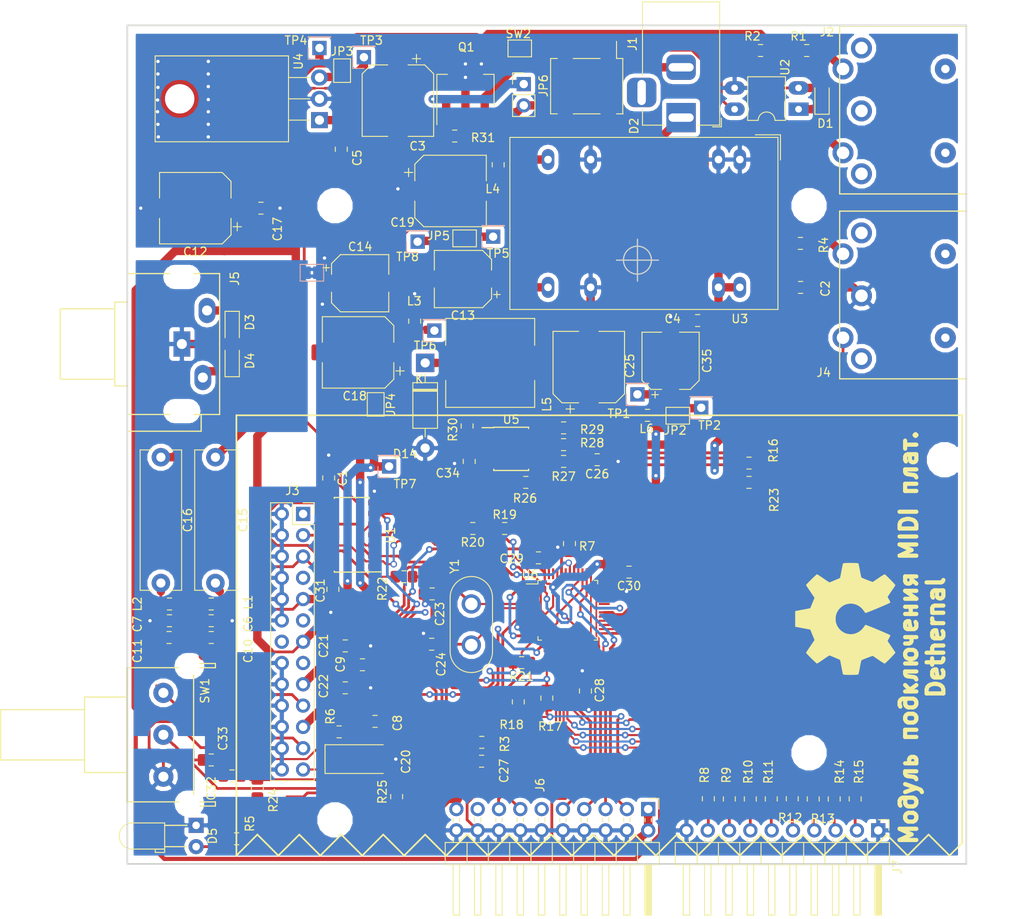
<source format=kicad_pcb>
(kicad_pcb (version 20171130) (host pcbnew 5.0.2+dfsg1-1)
  (title_block (title "Модуль подключения MIDI плат.\\n100мм вариант\\nПлата печатная") (date 2019-02-17) (company Dethernal) (comment 2 Dethernal))
  (layers (0 F.Cu signal) (31 B.Cu signal) (34 B.Paste user) (35 F.Paste user) (36 B.SilkS user) (37 F.SilkS user) (38 B.Mask user) (39 F.Mask user) (44 Edge.Cuts user))
  (net 0 "")
  (net 1 +5V)
  (net 2 +12V)
  (net 3 -12V)
  (net 4 "Net-(D2-Pad2)")
  (net 5 /RIGHT)
  (net 6 /LEFT)
  (net 7 "Net-(D5-Pad2)")
  (net 8 /~RESET)
  (net 9 GNDD)
  (net 10 GNDA)
  (net 11 "Net-(C15-Pad1)")
  (net 12 "Net-(C15-Pad2)")
  (net 13 "Net-(C16-Pad2)")
  (net 14 "Net-(C16-Pad1)")
  (net 15 "Net-(J4-Pad5)")
  (net 16 "Net-(J4-Pad4)")
  (net 17 "Net-(U1-Pad3)")
  (net 18 /+12NF)
  (net 19 /-12NF)
  (net 20 /+IN12V)
  (net 21 "Net-(C23-Pad1)")
  (net 22 "Net-(C24-Pad1)")
  (net 23 +3V3)
  (net 24 /NRST)
  (net 25 /MIDI_P)
  (net 26 /MIDI_N)
  (net 27 /MIDI_WB)
  (net 28 /JNTRST)
  (net 29 /JTDI)
  (net 30 /JTMS-SWDIO)
  (net 31 /JTCK_SWCLK)
  (net 32 /JTDO-TRACESWO)
  (net 33 /MIDI_IN)
  (net 34 "Net-(R7-Pad1)")
  (net 35 "Net-(R8-Pad1)")
  (net 36 "Net-(R9-Pad1)")
  (net 37 "Net-(R10-Pad1)")
  (net 38 "Net-(R11-Pad1)")
  (net 39 "Net-(R12-Pad1)")
  (net 40 "Net-(R13-Pad1)")
  (net 41 "Net-(R14-Pad1)")
  (net 42 "Net-(R15-Pad1)")
  (net 43 "Net-(R16-Pad1)")
  (net 44 "Net-(R17-Pad1)")
  (net 45 "Net-(R18-Pad1)")
  (net 46 "Net-(R19-Pad1)")
  (net 47 /TX2)
  (net 48 /MIDI_WB_CON)
  (net 49 /MIDI_OUT_CON)
  (net 50 /TX1)
  (net 51 "Net-(U1-Pad13)")
  (net 52 /ENC_B)
  (net 53 /ENC_A)
  (net 54 "Net-(C25-Pad1)")
  (net 55 "Net-(C34-Pad1)")
  (net 56 "Net-(D14-Pad1)")
  (net 57 "Net-(J7-Pad2)")
  (net 58 "Net-(J7-Pad3)")
  (net 59 "Net-(J7-Pad4)")
  (net 60 "Net-(J7-Pad5)")
  (net 61 "Net-(J7-Pad6)")
  (net 62 "Net-(J7-Pad7)")
  (net 63 "Net-(J7-Pad8)")
  (net 64 "Net-(J7-Pad9)")
  (net 65 "Net-(R26-Pad2)")
  (net 66 "Net-(R27-Pad1)")
  (net 67 "Net-(C18-Pad1)")
  (net 68 "Net-(C19-Pad2)")
  (net 69 "Net-(JP2-Pad1)")
  (net 70 "Net-(JP3-Pad1)")
  (net 71 "Net-(D2-Pad3)")
  (net 72 "Net-(D2-Pad4)")
  (net 73 "Net-(Q1-Pad1)")
  (net 74 "Net-(J2-Pad5)")
  (module Diode_SMD:D_SOD-323_HandSoldering (layer F.Cu) (at 121.8 32.7 90)
    (fp_text reference D1 (at -3 0.4 180) (layer F.SilkS))
    (fp_text value 1N4148)
    (pad 1 smd rect (at -1.25 0 90) (size 1 1) (layers F.Cu F.Paste F.Mask) (net 25 /MIDI_P))
    (pad 2 smd rect (at 1.25 0 90) (size 1 1) (layers F.Cu F.Paste F.Mask) (net 26 /MIDI_N))
  )
  (module Diode_SMD:Diode_Bridge_Vishay_DFSFlat (layer F.Cu) (at 93.75 31.25 270)
    (fp_text reference D2 (at 4.75 -5.65 270) (layer F.SilkS))
    (fp_text value DB104)
    (pad 1 smd rect (at -4.37 -2.55 270) (size 2 1.5) (layers F.Cu F.Paste F.Mask) (net 20 /+IN12V))
    (pad 2 smd rect (at -4.37 2.55 270) (size 2 1.5) (layers F.Cu F.Paste F.Mask) (net 4 "Net-(D2-Pad2)"))
    (pad 3 smd rect (at 4.37 2.55 270) (size 2 1.5) (layers F.Cu F.Paste F.Mask) (net 71 "Net-(D2-Pad3)"))
    (pad 4 smd rect (at 4.37 -2.55 270) (size 2 1.5) (layers F.Cu F.Paste F.Mask) (net 72 "Net-(D2-Pad4)"))
  )
  (module MountingHole:MountingHole_3.2mm_M3 (layer F.Cu) (at 63.75 118.75)
    (fp_text reference REF** hide)
    (fp_text value MountingHole_3.2mm_M3 hide)
    (pad 1 np_thru_hole circle (at 0 0) (size 3.2 3.2) (drill 3.2) (layers *.Cu *.Mask))
  )
  (module MountingHole:MountingHole_3.2mm_M3 (layer F.Cu) (at 63.75 45.5)
    (fp_text reference REF** hide)
    (fp_text value MountingHole_3.2mm_M3 hide)
    (pad 1 np_thru_hole circle (at 0 0) (size 3.2 3.2) (drill 3.2) (layers *.Cu *.Mask))
  )
  (module MountingHole:MountingHole_3.2mm_M3 (layer F.Cu) (at 120.25 45.5)
    (fp_text reference REF** hide)
    (fp_text value MountingHole_3.2mm_M3 hide)
    (pad 1 np_thru_hole circle (at 0 0) (size 3.2 3.2) (drill 3.2) (layers *.Cu *.Mask))
  )
  (module Package_TO_SOT_THT:TO-220-3_Horizontal_TabDown (layer F.Cu) (at 61.9 35.3 90)
    (fp_text reference U4 (at 7 -2.5 90) (layer F.SilkS))
    (fp_text value L7805)
    (pad "" thru_hole oval (at 2.54 -16.66 90) (size 3.5 3.5) (drill 3.5) (layers *.Cu *.Mask))
    (pad 1 thru_hole rect (at 0 0 90) (size 1.905 2) (drill 1.1) (layers *.Cu *.Mask) (net 20 /+IN12V))
    (pad 2 thru_hole oval (at 2.54 0 90) (size 1.905 2) (drill 1.1) (layers *.Cu *.Mask) (net 9 GNDD))
    (pad 3 thru_hole oval (at 5.08 0 90) (size 1.905 2) (drill 1.1) (layers *.Cu *.Mask) (net 70 "Net-(JP3-Pad1)"))
  )
  (module Capacitor_SMD:C_0805_2012Metric_Pad1.15x1.40mm_HandSolder (layer F.Cu) (at 119.25 55.25)
    (fp_text reference C2 (at 2.95 0.15 90) (layer F.SilkS))
    (fp_text value 100pF)
    (pad 1 smd roundrect (at -1.025 0) (size 1.15 1.4) (layers F.Cu F.Paste F.Mask) (roundrect_rratio 0.217391) (net 1 +5V))
    (pad 2 smd roundrect (at 1.025 0) (size 1.15 1.4) (layers F.Cu F.Paste F.Mask) (roundrect_rratio 0.217391) (net 9 GNDD))
  )
  (module Connector_DragonCity:RCA_Dual_Jack_Board_RS-209_03x3mm_Vertical (layer F.Cu) (at 45.5 62 270)
    (fp_text reference J5 (at -7.8 -6.3 270) (layer F.SilkS))
    (fp_text value "RSA 2x")
    (pad 3 thru_hole rect (at 0 0 270) (size 3 2) (drill 1.2) (layers *.Cu *.Mask) (net 10 GNDA) (clearance 0.25))
    (pad 2 thru_hole oval (at 4 -2.5 270) (size 3 2) (drill 1.2) (layers *.Cu *.Mask) (net 14 "Net-(C16-Pad1)") (clearance 0.25))
    (pad 1 thru_hole oval (at -4 -3 270) (size 3 2) (drill 1.2) (layers *.Cu *.Mask) (net 11 "Net-(C15-Pad1)") (clearance 0.25))
    (pad "" np_thru_hole oval (at 8 0 270) (size 1.5 3) (drill oval 1.5 3) (layers *.Cu *.Mask) (clearance 0.7))
    (pad "" np_thru_hole oval (at -8 0 270) (size 1.5 3) (drill oval 1.5 3) (layers *.Cu *.Mask) (clearance 0.7))
  )
  (module connectors-ootdty:DS-5-01 (layer F.Cu) (at 139 56.25 90)
    (fp_text reference J4 (at -9.15 -17 180) (layer F.SilkS))
    (fp_text value "DIN5 OUT" hide)
    (pad 6 thru_hole circle (at 5 -2.5 90) (size 2.5 2.5) (drill 1) (layers *.Cu *.Mask))
    (pad 6 thru_hole circle (at -5 -2.5 90) (size 2.5 2.5) (drill 1) (layers *.Cu *.Mask))
    (pad 5 thru_hole circle (at 5 -14.7 90) (size 2.5 2.5) (drill 1.5) (layers *.Cu *.Mask) (net 15 "Net-(J4-Pad5)"))
    (pad 4 thru_hole circle (at -5 -14.7 90) (size 2.5 2.5) (drill 1.5) (layers *.Cu *.Mask) (net 16 "Net-(J4-Pad4)"))
    (pad 3 thru_hole circle (at -7.5 -12.5 90) (size 2.5 2.5) (drill 1.5) (layers *.Cu *.Mask))
    (pad 2 thru_hole circle (at 0 -12.5 90) (size 2.5 2.5) (drill 1.5) (layers *.Cu *.Mask) (net 9 GNDD))
    (pad 1 thru_hole circle (at 7.5 -12.5 90) (size 2.5 2.5) (drill 1.5) (layers *.Cu *.Mask))
  )
  (module connectors-ootdty:DS-5-01 (layer F.Cu) (at 139 34.2 90)
    (fp_text reference J2 (at 9.4 -16.6 180) (layer F.SilkS))
    (fp_text value "DIN5 IN" hide)
    (pad 6 thru_hole circle (at 5 -2.5 90) (size 2.5 2.5) (drill 1) (layers *.Cu *.Mask))
    (pad 6 thru_hole circle (at -5 -2.5 90) (size 2.5 2.5) (drill 1) (layers *.Cu *.Mask))
    (pad 5 thru_hole circle (at 5 -14.7 90) (size 2.5 2.5) (drill 1.5) (layers *.Cu *.Mask) (net 74 "Net-(J2-Pad5)"))
    (pad 4 thru_hole circle (at -5 -14.7 90) (size 2.5 2.5) (drill 1.5) (layers *.Cu *.Mask) (net 26 /MIDI_N))
    (pad 3 thru_hole circle (at -7.5 -12.5 90) (size 2.5 2.5) (drill 1.5) (layers *.Cu *.Mask))
    (pad 2 thru_hole circle (at 0 -12.5 90) (size 2.5 2.5) (drill 1.5) (layers *.Cu *.Mask))
    (pad 1 thru_hole circle (at 7.5 -12.5 90) (size 2.5 2.5) (drill 1.5) (layers *.Cu *.Mask))
  )
  (module rotary_encoder_bourns:Rotary_Encoder_Bourns_PEC16-2215F-N0024_Horizontal_16mm (layer F.Cu) (at 43.3 108.6 90)
    (fp_text reference SW1 (at 5.25 4.95 90) (layer F.SilkS))
    (fp_text value D_VALUE hide)
    (pad "" np_thru_hole oval (at 8.2 3.1 90) (size 2.1 2.5) (drill oval 2.1 2.5) (layers *.Cu *.Mask))
    (pad "" np_thru_hole oval (at -8.2 3.1 90) (size 2.1 2.5) (drill oval 2.1 2.5) (layers *.Cu *.Mask))
    (pad C thru_hole circle (at -5 0 90) (size 2.4 2.4) (drill 1.2) (layers *.Cu *.Mask) (net 9 GNDD))
    (pad A thru_hole circle (at 5 0 90) (size 2.4 2.4) (drill 1.2) (layers *.Cu *.Mask) (net 52 /ENC_B))
    (pad B thru_hole circle (at 0 0 90) (size 2.4 2.4) (drill 1.2) (layers *.Cu *.Mask) (net 53 /ENC_A))
  )
  (module Connector_PinHeader_2.54mm:PinHeader_2x10_P2.54mm_Horizontal (layer F.Cu) (at 101.08 117.46 270)
    (fp_text reference J6 (at -2.86 12.88 90) (layer F.SilkS))
    (fp_text value STM32_PROG)
    (pad 1 thru_hole rect (at 0 0 270) (size 1.7 1.7) (drill 1) (layers *.Cu *.Mask) (net 23 +3V3))
    (pad 2 thru_hole oval (at 2.54 0 270) (size 1.7 1.7) (drill 1) (layers *.Cu *.Mask) (net 23 +3V3))
    (pad 3 thru_hole oval (at 0 2.54 270) (size 1.7 1.7) (drill 1) (layers *.Cu *.Mask) (net 28 /JNTRST))
    (pad 4 thru_hole oval (at 2.54 2.54 270) (size 1.7 1.7) (drill 1) (layers *.Cu *.Mask) (net 9 GNDD))
    (pad 5 thru_hole oval (at 0 5.08 270) (size 1.7 1.7) (drill 1) (layers *.Cu *.Mask) (net 29 /JTDI))
    (pad 6 thru_hole oval (at 2.54 5.08 270) (size 1.7 1.7) (drill 1) (layers *.Cu *.Mask) (net 9 GNDD))
    (pad 7 thru_hole oval (at 0 7.62 270) (size 1.7 1.7) (drill 1) (layers *.Cu *.Mask) (net 30 /JTMS-SWDIO))
    (pad 8 thru_hole oval (at 2.54 7.62 270) (size 1.7 1.7) (drill 1) (layers *.Cu *.Mask) (net 9 GNDD))
    (pad 9 thru_hole oval (at 0 10.16 270) (size 1.7 1.7) (drill 1) (layers *.Cu *.Mask) (net 31 /JTCK_SWCLK))
    (pad 10 thru_hole oval (at 2.54 10.16 270) (size 1.7 1.7) (drill 1) (layers *.Cu *.Mask) (net 9 GNDD))
    (pad 11 thru_hole oval (at 0 12.7 270) (size 1.7 1.7) (drill 1) (layers *.Cu *.Mask))
    (pad 12 thru_hole oval (at 2.54 12.7 270) (size 1.7 1.7) (drill 1) (layers *.Cu *.Mask) (net 9 GNDD))
    (pad 13 thru_hole oval (at 0 15.24 270) (size 1.7 1.7) (drill 1) (layers *.Cu *.Mask) (net 32 /JTDO-TRACESWO))
    (pad 14 thru_hole oval (at 2.54 15.24 270) (size 1.7 1.7) (drill 1) (layers *.Cu *.Mask) (net 9 GNDD))
    (pad 15 thru_hole oval (at 0 17.78 270) (size 1.7 1.7) (drill 1) (layers *.Cu *.Mask) (net 24 /NRST))
    (pad 16 thru_hole oval (at 2.54 17.78 270) (size 1.7 1.7) (drill 1) (layers *.Cu *.Mask) (net 9 GNDD))
    (pad 17 thru_hole oval (at 0 20.32 270) (size 1.7 1.7) (drill 1) (layers *.Cu *.Mask))
    (pad 18 thru_hole oval (at 2.54 20.32 270) (size 1.7 1.7) (drill 1) (layers *.Cu *.Mask) (net 9 GNDD))
    (pad 19 thru_hole oval (at 0 22.86 270) (size 1.7 1.7) (drill 1) (layers *.Cu *.Mask) (net 23 +3V3))
    (pad 20 thru_hole oval (at 2.54 22.86 270) (size 1.7 1.7) (drill 1) (layers *.Cu *.Mask) (net 9 GNDD))
  )
  (module Connector_BarrelJack:BarrelJack_Horizontal (layer F.Cu) (at 105 35 270)
    (fp_text reference J1 (at -8.8 5.8 90) (layer F.SilkS))
    (fp_text value BarrelJack)
    (pad 1 thru_hole rect (at 0 0 270) (size 3.5 3.5) (drill oval 1 3) (layers *.Cu *.Mask) (net 71 "Net-(D2-Pad3)"))
    (pad 2 thru_hole roundrect (at -6 0 270) (size 3 3.5) (drill oval 1 3) (layers *.Cu *.Mask) (net 72 "Net-(D2-Pad4)"))
    (pad 3 thru_hole roundrect (at -3 4.7 270) (size 3.5 3.5) (drill oval 3 1) (layers *.Cu *.Mask))
  )
  (module Capacitor_SMD:C_0805_2012Metric_Pad1.15x1.40mm_HandSolder (layer F.Cu) (at 63 77.975 270)
    (fp_text reference C1 (at 0 -1.65 270) (layer F.SilkS))
    (fp_text value 100pF)
    (pad 2 smd roundrect (at 1.025 0 270) (size 1.15 1.4) (layers F.Cu F.Paste F.Mask) (roundrect_rratio 0.217391) (net 1 +5V))
    (pad 1 smd roundrect (at -1.025 0 270) (size 1.15 1.4) (layers F.Cu F.Paste F.Mask) (roundrect_rratio 0.217391) (net 9 GNDD))
  )
  (module Capacitor_SMD:C_0805_2012Metric_Pad1.15x1.40mm_HandSolder (layer F.Cu) (at 49 97)
    (fp_text reference C10 (at 4.4 1.6 90) (layer F.SilkS))
    (fp_text value 15pF)
    (pad 1 smd roundrect (at -1.025 0) (size 1.15 1.4) (layers F.Cu F.Paste F.Mask) (roundrect_rratio 0.217391) (net 5 /RIGHT))
    (pad 2 smd roundrect (at 1.025 0) (size 1.15 1.4) (layers F.Cu F.Paste F.Mask) (roundrect_rratio 0.217391) (net 10 GNDA))
  )
  (module MountingHole:MountingHole_3.2mm_M3 (layer F.Cu) (at 57.4 75.8)
    (fp_text reference REF** hide)
    (fp_text value MountingHole_3.2mm_M3)
    (pad 1 np_thru_hole circle (at 0 0) (size 3.2 3.2) (drill 3.2) (layers *.Cu *.Mask))
  )
  (module MountingHole:MountingHole_3.2mm_M3 (layer F.Cu) (at 136.4 75.8)
    (fp_text reference REF** hide)
    (fp_text value MountingHole_3.2mm_M3)
    (pad 1 np_thru_hole circle (at 0 0) (size 3.2 3.2) (drill 3.2) (layers *.Cu *.Mask))
  )
  (module Capacitor_SMD:C_0805_2012Metric_Pad1.15x1.40mm_HandSolder (layer F.Cu) (at 64.975 98)
    (fp_text reference C21 (at -2.575 0 90) (layer F.SilkS))
    (fp_text value 1uF)
    (pad 2 smd roundrect (at 1.025 0) (size 1.15 1.4) (layers F.Cu F.Paste F.Mask) (roundrect_rratio 0.217391) (net 9 GNDD))
    (pad 1 smd roundrect (at -1.025 0) (size 1.15 1.4) (layers F.Cu F.Paste F.Mask) (roundrect_rratio 0.217391) (net 2 +12V))
  )
  (module Converter_DCDC:Converter_DCDC_XP_POWER_JTExxxxDxx_THT (layer F.Cu) (at 112 40 270)
    (fp_text reference U3 (at 19 0) (layer F.SilkS))
    (fp_text value JTE0624D12)
    (pad 2 thru_hole oval (at 0 0 270) (size 2.5 1.5) (drill 0.91) (layers *.Cu *.Mask) (net 9 GNDD))
    (pad 9 thru_hole oval (at 0 17.78 270) (size 2.5 1.5) (drill 0.91) (layers *.Cu *.Mask) (net 9 GNDD))
    (pad 11 thru_hole oval (at 0 22.86 270) (size 2.5 1.5) (drill 0.91) (layers *.Cu *.Mask) (net 19 /-12NF))
    (pad 14 thru_hole oval (at 15.24 22.86 270) (size 2.5 1.5) (drill 0.91) (layers *.Cu *.Mask) (net 18 /+12NF))
    (pad 16 thru_hole oval (at 15.24 17.78 270) (size 2.5 1.5) (drill 0.91) (layers *.Cu *.Mask) (net 9 GNDD))
    (pad 23 thru_hole oval (at 15.24 0 270) (size 2.5 1.5) (drill 0.91) (layers *.Cu *.Mask) (net 20 /+IN12V))
    (pad 3 thru_hole oval (at 0 2.54 270) (size 2.5 1.5) (drill 0.91) (layers *.Cu *.Mask) (net 9 GNDD))
    (pad 22 thru_hole oval (at 15.24 2.54 270) (size 2.5 1.5) (drill 0.91) (layers *.Cu *.Mask) (net 20 /+IN12V))
  )
  (module Capacitor_SMD:C_0805_2012Metric_Pad1.15x1.40mm_HandSolder (layer F.Cu) (at 49 95)
    (fp_text reference C6 (at 4.4 0.4 90) (layer F.SilkS))
    (fp_text value 47pF)
    (pad 1 smd roundrect (at -1.025 0) (size 1.15 1.4) (layers F.Cu F.Paste F.Mask) (roundrect_rratio 0.217391) (net 5 /RIGHT))
    (pad 2 smd roundrect (at 1.025 0) (size 1.15 1.4) (layers F.Cu F.Paste F.Mask) (roundrect_rratio 0.217391) (net 10 GNDA))
  )
  (module Capacitor_SMD:C_0805_2012Metric_Pad1.15x1.40mm_HandSolder (layer F.Cu) (at 44.025 95 180)
    (fp_text reference C7 (at 3.825 -0.4 270) (layer F.SilkS))
    (fp_text value 47pF)
    (pad 2 smd roundrect (at 1.025 0 180) (size 1.15 1.4) (layers F.Cu F.Paste F.Mask) (roundrect_rratio 0.217391) (net 10 GNDA))
    (pad 1 smd roundrect (at -1.025 0 180) (size 1.15 1.4) (layers F.Cu F.Paste F.Mask) (roundrect_rratio 0.217391) (net 6 /LEFT))
  )
  (module Capacitor_SMD:C_0805_2012Metric_Pad1.15x1.40mm_HandSolder (layer F.Cu) (at 54.925 45.8)
    (fp_text reference C17 (at 1.975 2.5 90) (layer F.SilkS))
    (fp_text value 1uF)
    (pad 1 smd roundrect (at -1.025 0) (size 1.15 1.4) (layers F.Cu F.Paste F.Mask) (roundrect_rratio 0.217391) (net 1 +5V))
    (pad 2 smd roundrect (at 1.025 0) (size 1.15 1.4) (layers F.Cu F.Paste F.Mask) (roundrect_rratio 0.217391) (net 9 GNDD))
  )
  (module Capacitor_SMD:C_0805_2012Metric_Pad1.15x1.40mm_HandSolder (layer F.Cu) (at 64.975 103 180)
    (fp_text reference C22 (at 2.575 0.2 270) (layer F.SilkS))
    (fp_text value 1uF)
    (pad 1 smd roundrect (at -1.025 0 180) (size 1.15 1.4) (layers F.Cu F.Paste F.Mask) (roundrect_rratio 0.217391) (net 9 GNDD))
    (pad 2 smd roundrect (at 1.025 0 180) (size 1.15 1.4) (layers F.Cu F.Paste F.Mask) (roundrect_rratio 0.217391) (net 3 -12V))
  )
  (module Diode_SMD:D_SOD-323_HandSoldering (layer F.Cu) (at 51.5 60 270)
    (fp_text reference D3 (at -0.6 -2.1 90) (layer F.SilkS))
    (fp_text value PESD5V0S1BA)
    (pad 1 smd rect (at -1.25 0 270) (size 1 1) (layers F.Cu F.Paste F.Mask) (net 11 "Net-(C15-Pad1)"))
    (pad 2 smd rect (at 1.25 0 270) (size 1 1) (layers F.Cu F.Paste F.Mask) (net 10 GNDA))
  )
  (module Diode_SMD:D_SOD-323_HandSoldering (layer F.Cu) (at 51.5 64 90)
    (fp_text reference D4 (at 0 2.1 90) (layer F.SilkS))
    (fp_text value PESD5V0S1BA)
    (pad 2 smd rect (at 1.25 0 90) (size 1 1) (layers F.Cu F.Paste F.Mask) (net 10 GNDA))
    (pad 1 smd rect (at -1.25 0 90) (size 1 1) (layers F.Cu F.Paste F.Mask) (net 14 "Net-(C16-Pad1)"))
  )
  (module Connector_PinSocket_2.54mm:PinSocket_2x13_P2.54mm_Vertical (layer F.Cu) (at 59.95 82.26)
    (fp_text reference J3 (at -1.27 -2.77) (layer F.SilkS))
    (fp_text value WaveBlaster)
    (pad 1 thru_hole rect (at 0 0) (size 1.7 1.7) (drill 1) (layers *.Cu *.Mask))
    (pad 2 thru_hole oval (at -2.54 0) (size 1.7 1.7) (drill 1) (layers *.Cu *.Mask) (net 9 GNDD))
    (pad 3 thru_hole oval (at 0 2.54) (size 1.7 1.7) (drill 1) (layers *.Cu *.Mask) (net 27 /MIDI_WB))
    (pad 4 thru_hole oval (at -2.54 2.54) (size 1.7 1.7) (drill 1) (layers *.Cu *.Mask) (net 9 GNDD))
    (pad 5 thru_hole oval (at 0 5.08) (size 1.7 1.7) (drill 1) (layers *.Cu *.Mask) (net 1 +5V))
    (pad 6 thru_hole oval (at -2.54 5.08) (size 1.7 1.7) (drill 1) (layers *.Cu *.Mask) (net 9 GNDD))
    (pad 7 thru_hole oval (at 0 7.62) (size 1.7 1.7) (drill 1) (layers *.Cu *.Mask))
    (pad 8 thru_hole oval (at -2.54 7.62) (size 1.7 1.7) (drill 1) (layers *.Cu *.Mask) (net 9 GNDD))
    (pad 9 thru_hole oval (at 0 10.16) (size 1.7 1.7) (drill 1) (layers *.Cu *.Mask) (net 1 +5V))
    (pad 10 thru_hole oval (at -2.54 10.16) (size 1.7 1.7) (drill 1) (layers *.Cu *.Mask) (net 9 GNDD))
    (pad 11 thru_hole oval (at 0 12.7) (size 1.7 1.7) (drill 1) (layers *.Cu *.Mask))
    (pad 12 thru_hole oval (at -2.54 12.7) (size 1.7 1.7) (drill 1) (layers *.Cu *.Mask) (net 9 GNDD))
    (pad 13 thru_hole oval (at 0 15.24) (size 1.7 1.7) (drill 1) (layers *.Cu *.Mask) (net 1 +5V))
    (pad 14 thru_hole oval (at -2.54 15.24) (size 1.7 1.7) (drill 1) (layers *.Cu *.Mask))
    (pad 15 thru_hole oval (at 0 17.78) (size 1.7 1.7) (drill 1) (layers *.Cu *.Mask))
    (pad 16 thru_hole oval (at -2.54 17.78) (size 1.7 1.7) (drill 1) (layers *.Cu *.Mask) (net 10 GNDA))
    (pad 17 thru_hole oval (at 0 20.32) (size 1.7 1.7) (drill 1) (layers *.Cu *.Mask) (net 2 +12V))
    (pad 18 thru_hole oval (at -2.54 20.32) (size 1.7 1.7) (drill 1) (layers *.Cu *.Mask) (net 10 GNDA))
    (pad 19 thru_hole oval (at 0 22.86) (size 1.7 1.7) (drill 1) (layers *.Cu *.Mask) (net 5 /RIGHT))
    (pad 20 thru_hole oval (at -2.54 22.86) (size 1.7 1.7) (drill 1) (layers *.Cu *.Mask) (net 10 GNDA))
    (pad 21 thru_hole oval (at 0 25.4) (size 1.7 1.7) (drill 1) (layers *.Cu *.Mask) (net 3 -12V))
    (pad 22 thru_hole oval (at -2.54 25.4) (size 1.7 1.7) (drill 1) (layers *.Cu *.Mask) (net 10 GNDA))
    (pad 23 thru_hole oval (at 0 27.94) (size 1.7 1.7) (drill 1) (layers *.Cu *.Mask) (net 6 /LEFT))
    (pad 24 thru_hole oval (at -2.54 27.94) (size 1.7 1.7) (drill 1) (layers *.Cu *.Mask) (net 10 GNDA))
    (pad 25 thru_hole oval (at 0 30.48) (size 1.7 1.7) (drill 1) (layers *.Cu *.Mask) (net 8 /~RESET))
    (pad 26 thru_hole oval (at -2.54 30.48) (size 1.7 1.7) (drill 1) (layers *.Cu *.Mask) (net 10 GNDA))
  )
  (module Inductor_SMD:L_0805_2012Metric_Pad1.15x1.40mm_HandSolder (layer F.Cu) (at 49 93)
    (fp_text reference L1 (at 4.4 -0.2 90) (layer F.SilkS))
    (fp_text value 100nH)
    (pad 2 smd roundrect (at 1.025 0) (size 1.15 1.4) (layers F.Cu F.Paste F.Mask) (roundrect_rratio 0.217391) (net 12 "Net-(C15-Pad2)"))
    (pad 1 smd roundrect (at -1.025 0) (size 1.15 1.4) (layers F.Cu F.Paste F.Mask) (roundrect_rratio 0.217391) (net 5 /RIGHT))
  )
  (module Inductor_SMD:L_0805_2012Metric_Pad1.15x1.40mm_HandSolder (layer F.Cu) (at 44.025 93 180)
    (fp_text reference L2 (at 3.825 0 270) (layer F.SilkS))
    (fp_text value 100nH)
    (pad 1 smd roundrect (at -1.025 0 180) (size 1.15 1.4) (layers F.Cu F.Paste F.Mask) (roundrect_rratio 0.217391) (net 6 /LEFT))
    (pad 2 smd roundrect (at 1.025 0 180) (size 1.15 1.4) (layers F.Cu F.Paste F.Mask) (roundrect_rratio 0.217391) (net 13 "Net-(C16-Pad2)"))
  )
  (module Inductor_SMD:L_0805_2012Metric_Pad1.15x1.40mm_HandSolder (layer F.Cu) (at 73.25 59.275 270)
    (fp_text reference L3 (at -2.392809 0.052902) (layer F.SilkS))
    (fp_text value 33nH)
    (pad 2 smd roundrect (at 1.025 0 270) (size 1.15 1.4) (layers F.Cu F.Paste F.Mask) (roundrect_rratio 0.217391) (net 67 "Net-(C18-Pad1)"))
    (pad 1 smd roundrect (at -1.025 0 270) (size 1.15 1.4) (layers F.Cu F.Paste F.Mask) (roundrect_rratio 0.217391) (net 18 /+12NF))
  )
  (module Inductor_SMD:L_0805_2012Metric_Pad1.15x1.40mm_HandSolder (layer F.Cu) (at 83.2 40.625 270)
    (fp_text reference L4 (at 2.875 0.65 180) (layer F.SilkS))
    (fp_text value 33nH)
    (pad 1 smd roundrect (at -1.025 0 270) (size 1.15 1.4) (layers F.Cu F.Paste F.Mask) (roundrect_rratio 0.217391) (net 19 /-12NF))
    (pad 2 smd roundrect (at 1.025 0 270) (size 1.15 1.4) (layers F.Cu F.Paste F.Mask) (roundrect_rratio 0.217391) (net 68 "Net-(C19-Pad2)"))
  )
  (module Resistor_SMD:R_0805_2012Metric_Pad1.15x1.40mm_HandSolder (layer F.Cu) (at 119.975 27)
    (fp_text reference R1 (at -0.975 -1.7) (layer F.SilkS))
    (fp_text value 510R)
    (pad 1 smd roundrect (at -1.025 0) (size 1.15 1.4) (layers F.Cu F.Paste F.Mask) (roundrect_rratio 0.217391) (net 25 /MIDI_P))
    (pad 2 smd roundrect (at 1.025 0) (size 1.15 1.4) (layers F.Cu F.Paste F.Mask) (roundrect_rratio 0.217391) (net 74 "Net-(J2-Pad5)"))
  )
  (module Resistor_SMD:R_0805_2012Metric_Pad1.15x1.40mm_HandSolder (layer F.Cu) (at 114.475 27)
    (fp_text reference R2 (at -0.975 -1.7) (layer F.SilkS))
    (fp_text value "430R ±5%")
    (pad 2 smd roundrect (at 1.025 0) (size 1.15 1.4) (layers F.Cu F.Paste F.Mask) (roundrect_rratio 0.217391) (net 1 +5V))
    (pad 1 smd roundrect (at -1.025 0) (size 1.15 1.4) (layers F.Cu F.Paste F.Mask) (roundrect_rratio 0.217391) (net 33 /MIDI_IN))
  )
  (module Resistor_SMD:R_0805_2012Metric_Pad1.15x1.40mm_HandSolder (layer F.Cu) (at 81.25 109.5 180)
    (fp_text reference R3 (at -2.75 -0.2 270) (layer F.SilkS))
    (fp_text value 10K)
    (pad 1 smd roundrect (at -1.025 0 180) (size 1.15 1.4) (layers F.Cu F.Paste F.Mask) (roundrect_rratio 0.217391) (net 24 /NRST))
    (pad 2 smd roundrect (at 1.025 0 180) (size 1.15 1.4) (layers F.Cu F.Paste F.Mask) (roundrect_rratio 0.217391) (net 23 +3V3))
  )
  (module Resistor_SMD:R_0805_2012Metric_Pad1.15x1.40mm_HandSolder (layer F.Cu) (at 119.225 50 180)
    (fp_text reference R4 (at -2.775 -0.2 270) (layer F.SilkS))
    (fp_text value 220R)
    (pad 2 smd roundrect (at 1.025 0 180) (size 1.15 1.4) (layers F.Cu F.Paste F.Mask) (roundrect_rratio 0.217391) (net 1 +5V))
    (pad 1 smd roundrect (at -1.025 0 180) (size 1.15 1.4) (layers F.Cu F.Paste F.Mask) (roundrect_rratio 0.217391) (net 15 "Net-(J4-Pad5)"))
  )
  (module LED_THT:LED_D3.0mm_Horizontal_O3.81mm_Z2.0mm (layer F.Cu) (at 47.2 119.4 270)
    (fp_text reference D5 (at 1.27 -1.96 270) (layer F.SilkS))
    (fp_text value LED)
    (pad 1 thru_hole rect (at 0 0 270) (size 1.8 1.8) (drill 0.9) (layers *.Cu *.Mask) (net 9 GNDD))
    (pad 2 thru_hole circle (at 2.54 0 270) (size 1.8 1.8) (drill 0.9) (layers *.Cu *.Mask) (net 7 "Net-(D5-Pad2)"))
  )
  (module Resistor_SMD:R_0805_2012Metric_Pad1.15x1.40mm_HandSolder (layer F.Cu) (at 52.025 121)
    (fp_text reference R5 (at 1.575 -1.8 270) (layer F.SilkS))
    (fp_text value 470R)
    (pad 2 smd roundrect (at 1.025 0) (size 1.15 1.4) (layers F.Cu F.Paste F.Mask) (roundrect_rratio 0.217391) (net 16 "Net-(J4-Pad4)"))
    (pad 1 smd roundrect (at -1.025 0) (size 1.15 1.4) (layers F.Cu F.Paste F.Mask) (roundrect_rratio 0.217391) (net 7 "Net-(D5-Pad2)"))
  )
  (module Resistor_SMD:R_0805_2012Metric_Pad1.15x1.40mm_HandSolder (layer F.Cu) (at 64.25 108.25)
    (fp_text reference R6 (at -1.05 -1.85 90) (layer F.SilkS))
    (fp_text value 10K)
    (pad 1 smd roundrect (at -1.025 0) (size 1.15 1.4) (layers F.Cu F.Paste F.Mask) (roundrect_rratio 0.217391) (net 1 +5V))
    (pad 2 smd roundrect (at 1.025 0) (size 1.15 1.4) (layers F.Cu F.Paste F.Mask) (roundrect_rratio 0.217391) (net 8 /~RESET))
  )
  (module Capacitor_SMD:C_0805_2012Metric_Pad1.15x1.40mm_HandSolder (layer F.Cu) (at 106.975 59.2 180)
    (fp_text reference C4 (at 2.975 0.2 180) (layer F.SilkS))
    (fp_text value 1uF)
    (pad 2 smd roundrect (at 1.025 0 180) (size 1.15 1.4) (layers F.Cu F.Paste F.Mask) (roundrect_rratio 0.217391) (net 9 GNDD))
    (pad 1 smd roundrect (at -1.025 0 180) (size 1.15 1.4) (layers F.Cu F.Paste F.Mask) (roundrect_rratio 0.217391) (net 20 /+IN12V))
  )
  (module Capacitor_SMD:C_0805_2012Metric_Pad1.15x1.40mm_HandSolder (layer F.Cu) (at 64.5 38.775 270)
    (fp_text reference C5 (at 1.025 -1.9 270) (layer F.SilkS))
    (fp_text value 1uF)
    (pad 1 smd roundrect (at -1.025 0 270) (size 1.15 1.4) (layers F.Cu F.Paste F.Mask) (roundrect_rratio 0.217391) (net 20 /+IN12V))
    (pad 2 smd roundrect (at 1.025 0 270) (size 1.15 1.4) (layers F.Cu F.Paste F.Mask) (roundrect_rratio 0.217391) (net 9 GNDD))
  )
  (module Capacitor_SMD:C_0805_2012Metric_Pad1.15x1.40mm_HandSolder (layer F.Cu) (at 68.525 107)
    (fp_text reference C8 (at 2.675 0.2 90) (layer F.SilkS))
    (fp_text value 100pF)
    (pad 1 smd roundrect (at -1.025 0) (size 1.15 1.4) (layers F.Cu F.Paste F.Mask) (roundrect_rratio 0.217391) (net 3 -12V))
    (pad 2 smd roundrect (at 1.025 0) (size 1.15 1.4) (layers F.Cu F.Paste F.Mask) (roundrect_rratio 0.217391) (net 9 GNDD))
  )
  (module Capacitor_SMD:C_0805_2012Metric_Pad1.15x1.40mm_HandSolder (layer F.Cu) (at 67.025 100.25)
    (fp_text reference C9 (at -2.625 -0.05 90) (layer F.SilkS))
    (fp_text value 100pF)
    (pad 2 smd roundrect (at 1.025 0) (size 1.15 1.4) (layers F.Cu F.Paste F.Mask) (roundrect_rratio 0.217391) (net 9 GNDD))
    (pad 1 smd roundrect (at -1.025 0) (size 1.15 1.4) (layers F.Cu F.Paste F.Mask) (roundrect_rratio 0.217391) (net 2 +12V))
  )
  (module Capacitor_SMD:C_0805_2012Metric_Pad1.15x1.40mm_HandSolder (layer F.Cu) (at 43.975 97 180)
    (fp_text reference C11 (at 3.775 -1.6 270) (layer F.SilkS))
    (fp_text value 15pF)
    (pad 1 smd roundrect (at -1.025 0 180) (size 1.15 1.4) (layers F.Cu F.Paste F.Mask) (roundrect_rratio 0.217391) (net 6 /LEFT))
    (pad 2 smd roundrect (at 1.025 0 180) (size 1.15 1.4) (layers F.Cu F.Paste F.Mask) (roundrect_rratio 0.217391) (net 10 GNDA))
  )
  (module Capacitor_THT:C_Rect_L16.5mm_W4.7mm_P15.00mm_MKT (layer F.Cu) (at 49.5 75.5 270)
    (fp_text reference C15 (at 7.5 -3.3 270) (layer F.SilkS))
    (fp_text value 1uF)
    (pad 1 thru_hole circle (at 0 0 270) (size 2.2 2.2) (drill 1.1) (layers *.Cu *.Mask) (net 11 "Net-(C15-Pad1)"))
    (pad 2 thru_hole circle (at 15 0 270) (size 2.2 2.2) (drill 1.1) (layers *.Cu *.Mask) (net 12 "Net-(C15-Pad2)"))
  )
  (module Capacitor_THT:C_Rect_L16.5mm_W4.7mm_P15.00mm_MKT (layer F.Cu) (at 43 75.5 270)
    (fp_text reference C16 (at 7.5 -3.2 270) (layer F.SilkS))
    (fp_text value 1uF)
    (pad 2 thru_hole circle (at 15 0 270) (size 2.2 2.2) (drill 1.1) (layers *.Cu *.Mask) (net 13 "Net-(C16-Pad2)"))
    (pad 1 thru_hole circle (at 0 0 270) (size 2.2 2.2) (drill 1.1) (layers *.Cu *.Mask) (net 14 "Net-(C16-Pad1)"))
  )
  (module Capacitor_Tantalum_SMD:CP_EIA-6032-15_Kemet-U_Pad2.25x2.35mm_HandSolder (layer F.Cu) (at 66.5 111.5)
    (fp_text reference C20 (at 5.7 0.3 90) (layer F.SilkS))
    (fp_text value 10uF)
    (pad 1 smd roundrect (at -2.55 0) (size 2.25 2.35) (layers F.Cu F.Paste F.Mask) (roundrect_rratio 0.111111) (net 8 /~RESET))
    (pad 2 smd roundrect (at 2.55 0) (size 2.25 2.35) (layers F.Cu F.Paste F.Mask) (roundrect_rratio 0.111111) (net 9 GNDD))
  )
  (module Jumper:SolderJumper-2_P1.3mm_Bridged2Bar_Pad1.0x1.5mm (layer B.Cu) (at 61 53.5 180)
    (fp_text reference JP1 hide)
    (fp_text value " ")
    (pad 1 smd custom (at -0.65 0 180) (size 1 1.5) (layers B.Cu B.Mask) (net 9 GNDD) (options (clearance outline) (anchor rect)) (primitives (gr_poly (pts (xy 0.4 -0.2) (xy 0.9 -0.2) (xy 0.9 -0.6) (xy 0.4 -0.6)) (width 0)) (gr_poly (pts (xy 0.4 0.6) (xy 0.9 0.6) (xy 0.9 0.2) (xy 0.4 0.2)) (width 0))))
    (pad 2 smd rect (at 0.65 0 180) (size 1 1.5) (layers B.Cu B.Mask) (net 10 GNDA))
  )
  (module Package_SO:SOIC-14_3.9x8.7mm_P1.27mm (layer F.Cu) (at 65.75 84.75 180)
    (fp_text reference U1 (at -4.65 -0.05 270) (layer F.SilkS))
    (fp_text value MM74HCT00M)
    (pad 1 smd rect (at -2.7 -3.81 180) (size 1.5 0.6) (layers F.Cu F.Paste F.Mask) (net 49 /MIDI_OUT_CON))
    (pad 2 smd rect (at -2.7 -2.54 180) (size 1.5 0.6) (layers F.Cu F.Paste F.Mask) (net 33 /MIDI_IN))
    (pad 3 smd rect (at -2.7 -1.27 180) (size 1.5 0.6) (layers F.Cu F.Paste F.Mask) (net 17 "Net-(U1-Pad3)"))
    (pad 4 smd rect (at -2.7 0 180) (size 1.5 0.6) (layers F.Cu F.Paste F.Mask) (net 47 /TX2))
    (pad 5 smd rect (at -2.7 1.27 180) (size 1.5 0.6) (layers F.Cu F.Paste F.Mask) (net 17 "Net-(U1-Pad3)"))
    (pad 6 smd rect (at -2.7 2.54 180) (size 1.5 0.6) (layers F.Cu F.Paste F.Mask) (net 16 "Net-(J4-Pad4)"))
    (pad 7 smd rect (at -2.7 3.81 180) (size 1.5 0.6) (layers F.Cu F.Paste F.Mask) (net 9 GNDD))
    (pad 8 smd rect (at 2.7 3.81 180) (size 1.5 0.6) (layers F.Cu F.Paste F.Mask) (net 51 "Net-(U1-Pad13)"))
    (pad 9 smd rect (at 2.7 2.54 180) (size 1.5 0.6) (layers F.Cu F.Paste F.Mask) (net 48 /MIDI_WB_CON))
    (pad 10 smd rect (at 2.7 1.27 180) (size 1.5 0.6) (layers F.Cu F.Paste F.Mask) (net 33 /MIDI_IN))
    (pad 11 smd rect (at 2.7 0 180) (size 1.5 0.6) (layers F.Cu F.Paste F.Mask) (net 27 /MIDI_WB))
    (pad 12 smd rect (at 2.7 -1.27 180) (size 1.5 0.6) (layers F.Cu F.Paste F.Mask) (net 50 /TX1))
    (pad 13 smd rect (at 2.7 -2.54 180) (size 1.5 0.6) (layers F.Cu F.Paste F.Mask) (net 51 "Net-(U1-Pad13)"))
    (pad 14 smd rect (at 2.7 -3.81 180) (size 1.5 0.6) (layers F.Cu F.Paste F.Mask) (net 1 +5V))
  )
  (module Capacitor_SMD:C_0805_2012Metric_Pad1.15x1.40mm_HandSolder (layer F.Cu) (at 75.325 91.8 180)
    (fp_text reference C23 (at -0.925 -2.4 270) (layer F.SilkS))
    (fp_text value 15pF)
    (pad 1 smd roundrect (at -1.025 0 180) (size 1.15 1.4) (layers F.Cu F.Paste F.Mask) (roundrect_rratio 0.217391) (net 21 "Net-(C23-Pad1)"))
    (pad 2 smd roundrect (at 1.025 0 180) (size 1.15 1.4) (layers F.Cu F.Paste F.Mask) (roundrect_rratio 0.217391) (net 9 GNDD))
  )
  (module Capacitor_SMD:C_0805_2012Metric_Pad1.15x1.40mm_HandSolder (layer F.Cu) (at 75.275 97.8 180)
    (fp_text reference C24 (at -1.125 -2.4 270) (layer F.SilkS))
    (fp_text value 15pF)
    (pad 1 smd roundrect (at -1.025 0 180) (size 1.15 1.4) (layers F.Cu F.Paste F.Mask) (roundrect_rratio 0.217391) (net 22 "Net-(C24-Pad1)"))
    (pad 2 smd roundrect (at 1.025 0 180) (size 1.15 1.4) (layers F.Cu F.Paste F.Mask) (roundrect_rratio 0.217391) (net 9 GNDD))
  )
  (module Capacitor_SMD:C_0805_2012Metric_Pad1.15x1.40mm_HandSolder (layer F.Cu) (at 95 75.8)
    (fp_text reference C26 (at 0 1.7) (layer F.SilkS))
    (fp_text value 1uF)
    (pad 1 smd roundrect (at -1.025 0) (size 1.15 1.4) (layers F.Cu F.Paste F.Mask) (roundrect_rratio 0.217391) (net 20 /+IN12V))
    (pad 2 smd roundrect (at 1.025 0) (size 1.15 1.4) (layers F.Cu F.Paste F.Mask) (roundrect_rratio 0.217391) (net 9 GNDD))
  )
  (module Capacitor_SMD:C_0805_2012Metric_Pad1.15x1.40mm_HandSolder (layer F.Cu) (at 81.225 111.75)
    (fp_text reference C27 (at 2.675 1.15 90) (layer F.SilkS))
    (fp_text value 100pF)
    (pad 2 smd roundrect (at 1.025 0) (size 1.15 1.4) (layers F.Cu F.Paste F.Mask) (roundrect_rratio 0.217391) (net 24 /NRST))
    (pad 1 smd roundrect (at -1.025 0) (size 1.15 1.4) (layers F.Cu F.Paste F.Mask) (roundrect_rratio 0.217391) (net 9 GNDD))
  )
  (module Capacitor_SMD:C_0805_2012Metric_Pad1.15x1.40mm_HandSolder (layer F.Cu) (at 93.6 103.375 90)
    (fp_text reference C28 (at 0.075 1.7 90) (layer F.SilkS))
    (fp_text value 100pF)
    (pad 2 smd roundrect (at 1.025 0 90) (size 1.15 1.4) (layers F.Cu F.Paste F.Mask) (roundrect_rratio 0.217391) (net 23 +3V3))
    (pad 1 smd roundrect (at -1.025 0 90) (size 1.15 1.4) (layers F.Cu F.Paste F.Mask) (roundrect_rratio 0.217391) (net 9 GNDD))
  )
  (module Capacitor_SMD:C_0805_2012Metric_Pad1.15x1.40mm_HandSolder (layer F.Cu) (at 88 87.5 180)
    (fp_text reference C29 (at 3.2 -0.1) (layer F.SilkS))
    (fp_text value 100nF)
    (pad 1 smd roundrect (at -1.025 0 180) (size 1.15 1.4) (layers F.Cu F.Paste F.Mask) (roundrect_rratio 0.217391) (net 9 GNDD))
    (pad 2 smd roundrect (at 1.025 0 180) (size 1.15 1.4) (layers F.Cu F.Paste F.Mask) (roundrect_rratio 0.217391) (net 23 +3V3))
  )
  (module Capacitor_SMD:C_0805_2012Metric_Pad1.15x1.40mm_HandSolder (layer F.Cu) (at 98.8 89.2 180)
    (fp_text reference C30 (at 0 -1.65 180) (layer F.SilkS))
    (fp_text value 10nF)
    (pad 2 smd roundrect (at 1.025 0 180) (size 1.15 1.4) (layers F.Cu F.Paste F.Mask) (roundrect_rratio 0.217391) (net 23 +3V3))
    (pad 1 smd roundrect (at -1.025 0 180) (size 1.15 1.4) (layers F.Cu F.Paste F.Mask) (roundrect_rratio 0.217391) (net 9 GNDD))
  )
  (module Capacitor_SMD:C_0805_2012Metric_Pad1.15x1.40mm_HandSolder (layer F.Cu) (at 63.5 91.25 90)
    (fp_text reference C31 (at -0.15 -1.5 90) (layer F.SilkS))
    (fp_text value 100pF)
    (pad 2 smd roundrect (at 1.025 0 90) (size 1.15 1.4) (layers F.Cu F.Paste F.Mask) (roundrect_rratio 0.217391) (net 1 +5V))
    (pad 1 smd roundrect (at -1.025 0 90) (size 1.15 1.4) (layers F.Cu F.Paste F.Mask) (roundrect_rratio 0.217391) (net 9 GNDD))
  )
  (module Resistor_SMD:R_0805_2012Metric_Pad1.15x1.40mm_HandSolder (layer F.Cu) (at 91.7 85.8 90)
    (fp_text reference R7 (at -0.325 2.1 180) (layer F.SilkS))
    (fp_text value 4.7K)
    (pad 2 smd roundrect (at 1.025 0 90) (size 1.15 1.4) (layers F.Cu F.Paste F.Mask) (roundrect_rratio 0.217391) (net 9 GNDD))
    (pad 1 smd roundrect (at -1.025 0 90) (size 1.15 1.4) (layers F.Cu F.Paste F.Mask) (roundrect_rratio 0.217391) (net 34 "Net-(R7-Pad1)"))
  )
  (module Resistor_SMD:R_0805_2012Metric_Pad1.15x1.40mm_HandSolder (layer F.Cu) (at 108.25 116.225 270)
    (fp_text reference R8 (at -2.825 0.45 90) (layer F.SilkS))
    (fp_text value 470R)
    (pad 1 smd roundrect (at -1.025 0 270) (size 1.15 1.4) (layers F.Cu F.Paste F.Mask) (roundrect_rratio 0.217391) (net 35 "Net-(R8-Pad1)"))
    (pad 2 smd roundrect (at 1.025 0 270) (size 1.15 1.4) (layers F.Cu F.Paste F.Mask) (roundrect_rratio 0.217391) (net 64 "Net-(J7-Pad9)"))
  )
  (module Resistor_SMD:R_0805_2012Metric_Pad1.15x1.40mm_HandSolder (layer F.Cu) (at 110.75 116.25 270)
    (fp_text reference R9 (at -2.85 0.35 90) (layer F.SilkS))
    (fp_text value 470R hide)
    (pad 2 smd roundrect (at 1.025 0 270) (size 1.15 1.4) (layers F.Cu F.Paste F.Mask) (roundrect_rratio 0.217391) (net 63 "Net-(J7-Pad8)"))
    (pad 1 smd roundrect (at -1.025 0 270) (size 1.15 1.4) (layers F.Cu F.Paste F.Mask) (roundrect_rratio 0.217391) (net 36 "Net-(R9-Pad1)"))
  )
  (module Resistor_SMD:R_0805_2012Metric_Pad1.15x1.40mm_HandSolder (layer F.Cu) (at 113.25 116.25 270)
    (fp_text reference R10 (at -3.25 0.25 90) (layer F.SilkS))
    (fp_text value 470R)
    (pad 1 smd roundrect (at -1.025 0 270) (size 1.15 1.4) (layers F.Cu F.Paste F.Mask) (roundrect_rratio 0.217391) (net 37 "Net-(R10-Pad1)"))
    (pad 2 smd roundrect (at 1.025 0 270) (size 1.15 1.4) (layers F.Cu F.Paste F.Mask) (roundrect_rratio 0.217391) (net 62 "Net-(J7-Pad7)"))
  )
  (module Resistor_SMD:R_0805_2012Metric_Pad1.15x1.40mm_HandSolder (layer F.Cu) (at 115.75 116.25 270)
    (fp_text reference R11 (at -3.25 0.35 90) (layer F.SilkS))
    (fp_text value 470R)
    (pad 1 smd roundrect (at -1.025 0 270) (size 1.15 1.4) (layers F.Cu F.Paste F.Mask) (roundrect_rratio 0.217391) (net 38 "Net-(R11-Pad1)"))
    (pad 2 smd roundrect (at 1.025 0 270) (size 1.15 1.4) (layers F.Cu F.Paste F.Mask) (roundrect_rratio 0.217391) (net 61 "Net-(J7-Pad6)"))
  )
  (module Resistor_SMD:R_0805_2012Metric_Pad1.15x1.40mm_HandSolder (layer F.Cu) (at 118.25 116.225 270)
    (fp_text reference R12 (at 2.275 0.25 180) (layer F.SilkS))
    (fp_text value 470R)
    (pad 1 smd roundrect (at -1.025 0 270) (size 1.15 1.4) (layers F.Cu F.Paste F.Mask) (roundrect_rratio 0.217391) (net 39 "Net-(R12-Pad1)"))
    (pad 2 smd roundrect (at 1.025 0 270) (size 1.15 1.4) (layers F.Cu F.Paste F.Mask) (roundrect_rratio 0.217391) (net 60 "Net-(J7-Pad5)"))
  )
  (module Resistor_SMD:R_0805_2012Metric_Pad1.15x1.40mm_HandSolder (layer F.Cu) (at 120.75 116.25 270)
    (fp_text reference R13 (at 2.35 -1.15) (layer F.SilkS))
    (fp_text value 470R)
    (pad 1 smd roundrect (at -1.025 0 270) (size 1.15 1.4) (layers F.Cu F.Paste F.Mask) (roundrect_rratio 0.217391) (net 40 "Net-(R13-Pad1)"))
    (pad 2 smd roundrect (at 1.025 0 270) (size 1.15 1.4) (layers F.Cu F.Paste F.Mask) (roundrect_rratio 0.217391) (net 59 "Net-(J7-Pad4)"))
  )
  (module Resistor_SMD:R_0805_2012Metric_Pad1.15x1.40mm_HandSolder (layer F.Cu) (at 123.25 116.25 270)
    (fp_text reference R14 (at -3.25 -0.65 90) (layer F.SilkS))
    (fp_text value 470R)
    (pad 2 smd roundrect (at 1.025 0 270) (size 1.15 1.4) (layers F.Cu F.Paste F.Mask) (roundrect_rratio 0.217391) (net 58 "Net-(J7-Pad3)"))
    (pad 1 smd roundrect (at -1.025 0 270) (size 1.15 1.4) (layers F.Cu F.Paste F.Mask) (roundrect_rratio 0.217391) (net 41 "Net-(R14-Pad1)"))
  )
  (module Resistor_SMD:R_0805_2012Metric_Pad1.15x1.40mm_HandSolder (layer F.Cu) (at 125.75 116.25 270)
    (fp_text reference R15 (at -3.25 -0.45 270) (layer F.SilkS))
    (fp_text value 470R)
    (pad 1 smd roundrect (at -1.025 0 270) (size 1.15 1.4) (layers F.Cu F.Paste F.Mask) (roundrect_rratio 0.217391) (net 42 "Net-(R15-Pad1)"))
    (pad 2 smd roundrect (at 1.025 0 270) (size 1.15 1.4) (layers F.Cu F.Paste F.Mask) (roundrect_rratio 0.217391) (net 57 "Net-(J7-Pad2)"))
  )
  (module Resistor_SMD:R_0805_2012Metric_Pad1.15x1.40mm_HandSolder (layer F.Cu) (at 113.1 76.2 180)
    (fp_text reference R16 (at -2.9 1.5 270) (layer F.SilkS))
    (fp_text value 1K)
    (pad 1 smd roundrect (at -1.025 0 180) (size 1.15 1.4) (layers F.Cu F.Paste F.Mask) (roundrect_rratio 0.217391) (net 43 "Net-(R16-Pad1)"))
    (pad 2 smd roundrect (at 1.025 0 180) (size 1.15 1.4) (layers F.Cu F.Paste F.Mask) (roundrect_rratio 0.217391) (net 1 +5V))
  )
  (module Resistor_SMD:R_0805_2012Metric_Pad1.15x1.40mm_HandSolder (layer F.Cu) (at 89 104.225 270)
    (fp_text reference R17 (at 3.375 -0.4) (layer F.SilkS))
    (fp_text value 1K)
    (pad 1 smd roundrect (at -1.025 0 270) (size 1.15 1.4) (layers F.Cu F.Paste F.Mask) (roundrect_rratio 0.217391) (net 44 "Net-(R17-Pad1)"))
    (pad 2 smd roundrect (at 1.025 0 270) (size 1.15 1.4) (layers F.Cu F.Paste F.Mask) (roundrect_rratio 0.217391) (net 1 +5V))
  )
  (module Resistor_SMD:R_0805_2012Metric_Pad1.15x1.40mm_HandSolder (layer F.Cu) (at 85.6 104.675 270)
    (fp_text reference R18 (at 2.725 0.8) (layer F.SilkS))
    (fp_text value 1K)
    (pad 2 smd roundrect (at 1.025 0 270) (size 1.15 1.4) (layers F.Cu F.Paste F.Mask) (roundrect_rratio 0.217391) (net 1 +5V))
    (pad 1 smd roundrect (at -1.025 0 270) (size 1.15 1.4) (layers F.Cu F.Paste F.Mask) (roundrect_rratio 0.217391) (net 45 "Net-(R18-Pad1)"))
  )
  (module Resistor_SMD:R_0805_2012Metric_Pad1.15x1.40mm_HandSolder (layer F.Cu) (at 83.975 84)
    (fp_text reference R19 (at 0 -1.65) (layer F.SilkS))
    (fp_text value 1K)
    (pad 2 smd roundrect (at 1.025 0) (size 1.15 1.4) (layers F.Cu F.Paste F.Mask) (roundrect_rratio 0.217391) (net 1 +5V))
    (pad 1 smd roundrect (at -1.025 0) (size 1.15 1.4) (layers F.Cu F.Paste F.Mask) (roundrect_rratio 0.217391) (net 46 "Net-(R19-Pad1)"))
  )
  (module Resistor_SMD:R_0805_2012Metric_Pad1.15x1.40mm_HandSolder (layer F.Cu) (at 80.175 84 180)
    (fp_text reference R20 (at 0 -1.65 180) (layer F.SilkS))
    (fp_text value 1K)
    (pad 1 smd roundrect (at -1.025 0 180) (size 1.15 1.4) (layers F.Cu F.Paste F.Mask) (roundrect_rratio 0.217391) (net 46 "Net-(R19-Pad1)"))
    (pad 2 smd roundrect (at 1.025 0 180) (size 1.15 1.4) (layers F.Cu F.Paste F.Mask) (roundrect_rratio 0.217391) (net 47 /TX2))
  )
  (module Resistor_SMD:R_0805_2012Metric_Pad1.15x1.40mm_HandSolder (layer F.Cu) (at 86 100 180)
    (fp_text reference R21 (at 0 -1.65 180) (layer F.SilkS))
    (fp_text value 1K)
    (pad 2 smd roundrect (at 1.025 0 180) (size 1.15 1.4) (layers F.Cu F.Paste F.Mask) (roundrect_rratio 0.217391) (net 48 /MIDI_WB_CON))
    (pad 1 smd roundrect (at -1.025 0 180) (size 1.15 1.4) (layers F.Cu F.Paste F.Mask) (roundrect_rratio 0.217391) (net 45 "Net-(R18-Pad1)"))
  )
  (module Resistor_SMD:R_0805_2012Metric_Pad1.15x1.40mm_HandSolder (layer F.Cu) (at 71.975 89.75 180)
    (fp_text reference R22 (at 2.575 -1.45 270) (layer F.SilkS))
    (fp_text value 1K)
    (pad 2 smd roundrect (at 1.025 0 180) (size 1.15 1.4) (layers F.Cu F.Paste F.Mask) (roundrect_rratio 0.217391) (net 49 /MIDI_OUT_CON))
    (pad 1 smd roundrect (at -1.025 0 180) (size 1.15 1.4) (layers F.Cu F.Paste F.Mask) (roundrect_rratio 0.217391) (net 44 "Net-(R17-Pad1)"))
  )
  (module Resistor_SMD:R_0805_2012Metric_Pad1.15x1.40mm_HandSolder (layer F.Cu) (at 113.1 78.5)
    (fp_text reference R23 (at 3 2.1 90) (layer F.SilkS))
    (fp_text value 1K)
    (pad 2 smd roundrect (at 1.025 0) (size 1.15 1.4) (layers F.Cu F.Paste F.Mask) (roundrect_rratio 0.217391) (net 50 /TX1))
    (pad 1 smd roundrect (at -1.025 0) (size 1.15 1.4) (layers F.Cu F.Paste F.Mask) (roundrect_rratio 0.217391) (net 43 "Net-(R16-Pad1)"))
  )
  (module Package_QFP:LQFP-48_7x7mm_P0.5mm (layer F.Cu) (at 91.5 93.75)
    (fp_text reference U6 (at -4.5 -4.25) (layer F.SilkS))
    (fp_text value STM32F103CBT6)
    (pad 1 smd rect (at -4.35 -2.75) (size 1.3 0.25) (layers F.Cu F.Paste F.Mask) (net 23 +3V3))
    (pad 2 smd rect (at -4.35 -2.25) (size 1.3 0.25) (layers F.Cu F.Paste F.Mask))
    (pad 3 smd rect (at -4.35 -1.75) (size 1.3 0.25) (layers F.Cu F.Paste F.Mask))
    (pad 4 smd rect (at -4.35 -1.25) (size 1.3 0.25) (layers F.Cu F.Paste F.Mask))
    (pad 5 smd rect (at -4.35 -0.75) (size 1.3 0.25) (layers F.Cu F.Paste F.Mask) (net 21 "Net-(C23-Pad1)"))
    (pad 6 smd rect (at -4.35 -0.25) (size 1.3 0.25) (layers F.Cu F.Paste F.Mask) (net 22 "Net-(C24-Pad1)"))
    (pad 7 smd rect (at -4.35 0.25) (size 1.3 0.25) (layers F.Cu F.Paste F.Mask) (net 24 /NRST))
    (pad 8 smd rect (at -4.35 0.75) (size 1.3 0.25) (layers F.Cu F.Paste F.Mask) (net 9 GNDD))
    (pad 9 smd rect (at -4.35 1.25) (size 1.3 0.25) (layers F.Cu F.Paste F.Mask) (net 23 +3V3))
    (pad 10 smd rect (at -4.35 1.75) (size 1.3 0.25) (layers F.Cu F.Paste F.Mask))
    (pad 11 smd rect (at -4.35 2.25) (size 1.3 0.25) (layers F.Cu F.Paste F.Mask))
    (pad 12 smd rect (at -4.35 2.75) (size 1.3 0.25) (layers F.Cu F.Paste F.Mask) (net 46 "Net-(R19-Pad1)"))
    (pad 13 smd rect (at -2.75 4.35 90) (size 1.3 0.25) (layers F.Cu F.Paste F.Mask) (net 8 /~RESET))
    (pad 14 smd rect (at -2.25 4.35 90) (size 1.3 0.25) (layers F.Cu F.Paste F.Mask) (net 45 "Net-(R18-Pad1)"))
    (pad 15 smd rect (at -1.75 4.35 90) (size 1.3 0.25) (layers F.Cu F.Paste F.Mask) (net 44 "Net-(R17-Pad1)"))
    (pad 16 smd rect (at -1.25 4.35 90) (size 1.3 0.25) (layers F.Cu F.Paste F.Mask))
    (pad 17 smd rect (at -0.75 4.35 90) (size 1.3 0.25) (layers F.Cu F.Paste F.Mask))
    (pad 18 smd rect (at -0.25 4.35 90) (size 1.3 0.25) (layers F.Cu F.Paste F.Mask) (net 35 "Net-(R8-Pad1)"))
    (pad 19 smd rect (at 0.25 4.35 90) (size 1.3 0.25) (layers F.Cu F.Paste F.Mask) (net 36 "Net-(R9-Pad1)"))
    (pad 20 smd rect (at 0.75 4.35 90) (size 1.3 0.25) (layers F.Cu F.Paste F.Mask) (net 37 "Net-(R10-Pad1)"))
    (pad 21 smd rect (at 1.25 4.35 90) (size 1.3 0.25) (layers F.Cu F.Paste F.Mask) (net 38 "Net-(R11-Pad1)"))
    (pad 22 smd rect (at 1.75 4.35 90) (size 1.3 0.25) (layers F.Cu F.Paste F.Mask) (net 39 "Net-(R12-Pad1)"))
    (pad 23 smd rect (at 2.25 4.35 90) (size 1.3 0.25) (layers F.Cu F.Paste F.Mask) (net 9 GNDD))
    (pad 24 smd rect (at 2.75 4.35 90) (size 1.3 0.25) (layers F.Cu F.Paste F.Mask) (net 23 +3V3))
    (pad 25 smd rect (at 4.35 2.75) (size 1.3 0.25) (layers F.Cu F.Paste F.Mask) (net 40 "Net-(R13-Pad1)"))
    (pad 26 smd rect (at 4.35 2.25) (size 1.3 0.25) (layers F.Cu F.Paste F.Mask) (net 41 "Net-(R14-Pad1)"))
    (pad 27 smd rect (at 4.35 1.75) (size 1.3 0.25) (layers F.Cu F.Paste F.Mask) (net 42 "Net-(R15-Pad1)"))
    (pad 28 smd rect (at 4.35 1.25) (size 1.3 0.25) (layers F.Cu F.Paste F.Mask))
    (pad 29 smd rect (at 4.35 0.75) (size 1.3 0.25) (layers F.Cu F.Paste F.Mask))
    (pad 30 smd rect (at 4.35 0.25) (size 1.3 0.25) (layers F.Cu F.Paste F.Mask) (net 43 "Net-(R16-Pad1)"))
    (pad 31 smd rect (at 4.35 -0.25) (size 1.3 0.25) (layers F.Cu F.Paste F.Mask) (net 33 /MIDI_IN))
    (pad 32 smd rect (at 4.35 -0.75) (size 1.3 0.25) (layers F.Cu F.Paste F.Mask))
    (pad 33 smd rect (at 4.35 -1.25) (size 1.3 0.25) (layers F.Cu F.Paste F.Mask))
    (pad 34 smd rect (at 4.35 -1.75) (size 1.3 0.25) (layers F.Cu F.Paste F.Mask) (net 30 /JTMS-SWDIO))
    (pad 35 smd rect (at 4.35 -2.25) (size 1.3 0.25) (layers F.Cu F.Paste F.Mask) (net 9 GNDD))
    (pad 36 smd rect (at 4.35 -2.75) (size 1.3 0.25) (layers F.Cu F.Paste F.Mask) (net 23 +3V3))
    (pad 37 smd rect (at 2.75 -4.35 90) (size 1.3 0.25) (layers F.Cu F.Paste F.Mask) (net 31 /JTCK_SWCLK))
    (pad 38 smd rect (at 2.25 -4.35 90) (size 1.3 0.25) (layers F.Cu F.Paste F.Mask) (net 29 /JTDI))
    (pad 39 smd rect (at 1.75 -4.35 90) (size 1.3 0.25) (layers F.Cu F.Paste F.Mask) (net 32 /JTDO-TRACESWO))
    (pad 40 smd rect (at 1.25 -4.35 90) (size 1.3 0.25) (layers F.Cu F.Paste F.Mask) (net 28 /JNTRST))
    (pad 41 smd rect (at 0.75 -4.35 90) (size 1.3 0.25) (layers F.Cu F.Paste F.Mask) (net 53 /ENC_A))
    (pad 42 smd rect (at 0.25 -4.35 90) (size 1.3 0.25) (layers F.Cu F.Paste F.Mask) (net 52 /ENC_B))
    (pad 43 smd rect (at -0.25 -4.35 90) (size 1.3 0.25) (layers F.Cu F.Paste F.Mask))
    (pad 44 smd rect (at -0.75 -4.35 90) (size 1.3 0.25) (layers F.Cu F.Paste F.Mask) (net 34 "Net-(R7-Pad1)"))
    (pad 45 smd rect (at -1.25 -4.35 90) (size 1.3 0.25) (layers F.Cu F.Paste F.Mask))
    (pad 46 smd rect (at -1.75 -4.35 90) (size 1.3 0.25) (layers F.Cu F.Paste F.Mask))
    (pad 47 smd rect (at -2.25 -4.35 90) (size 1.3 0.25) (layers F.Cu F.Paste F.Mask) (net 9 GNDD))
    (pad 48 smd rect (at -2.75 -4.35 90) (size 1.3 0.25) (layers F.Cu F.Paste F.Mask) (net 23 +3V3))
  )
  (module Crystal:Crystal_HC50_Vertical (layer F.Cu) (at 80 93 270)
    (fp_text reference Y1 (at -4.5 2 90) (layer F.SilkS))
    (fp_text value 16MHz)
    (pad 1 thru_hole circle (at 0 0 270) (size 2.3 2.3) (drill 1.5) (layers *.Cu *.Mask) (net 21 "Net-(C23-Pad1)"))
    (pad 2 thru_hole circle (at 4.9 0 270) (size 2.3 2.3) (drill 1.5) (layers *.Cu *.Mask) (net 22 "Net-(C24-Pad1)"))
  )
  (module Capacitor_SMD:C_0805_2012Metric_Pad1.15x1.40mm_HandSolder (layer F.Cu) (at 51.475 113.5 180)
    (fp_text reference C32 (at 2.475 -1.5 270) (layer F.SilkS))
    (fp_text value 100nF)
    (pad 2 smd roundrect (at 1.025 0 180) (size 1.15 1.4) (layers F.Cu F.Paste F.Mask) (roundrect_rratio 0.217391) (net 9 GNDD))
    (pad 1 smd roundrect (at -1.025 0 180) (size 1.15 1.4) (layers F.Cu F.Paste F.Mask) (roundrect_rratio 0.217391) (net 52 /ENC_B))
  )
  (module Capacitor_SMD:C_0805_2012Metric_Pad1.15x1.40mm_HandSolder (layer F.Cu) (at 49 111.6 180)
    (fp_text reference C33 (at -1.4 2.55 270) (layer F.SilkS))
    (fp_text value 100nF)
    (pad 1 smd roundrect (at -1.025 0 180) (size 1.15 1.4) (layers F.Cu F.Paste F.Mask) (roundrect_rratio 0.217391) (net 9 GNDD))
    (pad 2 smd roundrect (at 1.025 0 180) (size 1.15 1.4) (layers F.Cu F.Paste F.Mask) (roundrect_rratio 0.217391) (net 53 /ENC_A))
  )
  (module Resistor_SMD:R_0805_2012Metric_Pad1.15x1.40mm_HandSolder (layer F.Cu) (at 54.5 115 270)
    (fp_text reference R24 (at 1.4 -1.9 90) (layer F.SilkS))
    (fp_text value 10K)
    (pad 1 smd roundrect (at -1.025 0 270) (size 1.15 1.4) (layers F.Cu F.Paste F.Mask) (roundrect_rratio 0.217391) (net 52 /ENC_B))
    (pad 2 smd roundrect (at 1.025 0 270) (size 1.15 1.4) (layers F.Cu F.Paste F.Mask) (roundrect_rratio 0.217391) (net 23 +3V3))
  )
  (module Resistor_SMD:R_0805_2012Metric_Pad1.15x1.40mm_HandSolder (layer F.Cu) (at 71.1 115.975 270)
    (fp_text reference R25 (at -0.575 1.7 270) (layer F.SilkS))
    (fp_text value 10K)
    (pad 2 smd roundrect (at 1.025 0 270) (size 1.15 1.4) (layers F.Cu F.Paste F.Mask) (roundrect_rratio 0.217391) (net 23 +3V3))
    (pad 1 smd roundrect (at -1.025 0 270) (size 1.15 1.4) (layers F.Cu F.Paste F.Mask) (roundrect_rratio 0.217391) (net 53 /ENC_A))
  )
  (module Capacitor_SMD:C_0805_2012Metric_Pad1.15x1.40mm_HandSolder (layer F.Cu) (at 79.75 76 270)
    (fp_text reference C34 (at 1.4 2.55) (layer F.SilkS))
    (fp_text value 470pF)
    (pad 1 smd roundrect (at -1.025 0 270) (size 1.15 1.4) (layers F.Cu F.Paste F.Mask) (roundrect_rratio 0.217391) (net 55 "Net-(C34-Pad1)"))
    (pad 2 smd roundrect (at 1.025 0 270) (size 1.15 1.4) (layers F.Cu F.Paste F.Mask) (roundrect_rratio 0.217391) (net 9 GNDD))
  )
  (module Diode_THT:D_DO-41_SOD81_P10.16mm_Horizontal (layer F.Cu) (at 74.5 64.25 270)
    (fp_text reference D14 (at 10.85 2.4) (layer F.SilkS))
    (fp_text value 1N5819)
    (fp_text user K (at 1.95 0.7) (layer F.SilkS))
    (pad 1 thru_hole rect (at 0 0 270) (size 2.2 2.2) (drill 1.1) (layers *.Cu *.Mask) (net 56 "Net-(D14-Pad1)"))
    (pad 2 thru_hole oval (at 10.16 0 270) (size 2.2 2.2) (drill 1.1) (layers *.Cu *.Mask) (net 9 GNDD))
  )
  (module Inductor_SMD:L_10.4x10.4_H4.8 (layer F.Cu) (at 82.25 64.25)
    (fp_text reference L5 (at 6.75 4.95 90) (layer F.SilkS))
    (fp_text value "220 uH")
    (pad 1 smd rect (at -4.15 0) (size 2.7 3.6) (layers F.Cu F.Paste F.Mask) (net 56 "Net-(D14-Pad1)"))
    (pad 2 smd rect (at 4.15 0) (size 2.7 3.6) (layers F.Cu F.Paste F.Mask) (net 54 "Net-(C25-Pad1)"))
  )
  (module Inductor_SMD:L_0805_2012Metric_Pad1.15x1.40mm_HandSolder (layer F.Cu) (at 101 70.5)
    (fp_text reference L6 (at -0.1 1.6) (layer F.SilkS))
    (fp_text value "100 nH")
    (pad 1 smd roundrect (at -1.025 0) (size 1.15 1.4) (layers F.Cu F.Paste F.Mask) (roundrect_rratio 0.217391) (net 54 "Net-(C25-Pad1)"))
    (pad 2 smd roundrect (at 1.025 0) (size 1.15 1.4) (layers F.Cu F.Paste F.Mask) (roundrect_rratio 0.217391) (net 69 "Net-(JP2-Pad1)"))
  )
  (module Resistor_SMD:R_0805_2012Metric_Pad1.15x1.40mm_HandSolder (layer F.Cu) (at 86.5 78.5)
    (fp_text reference R26 (at -0.1 1.9) (layer F.SilkS))
    (fp_text value 1.5K)
    (pad 1 smd roundrect (at -1.025 0) (size 1.15 1.4) (layers F.Cu F.Paste F.Mask) (roundrect_rratio 0.217391) (net 9 GNDD))
    (pad 2 smd roundrect (at 1.025 0) (size 1.15 1.4) (layers F.Cu F.Paste F.Mask) (roundrect_rratio 0.217391) (net 65 "Net-(R26-Pad2)"))
  )
  (module Resistor_SMD:R_0805_2012Metric_Pad1.15x1.40mm_HandSolder (layer F.Cu) (at 91 76)
    (fp_text reference R27 (at 0 1.8) (layer F.SilkS))
    (fp_text value 1R)
    (pad 1 smd roundrect (at -1.025 0) (size 1.15 1.4) (layers F.Cu F.Paste F.Mask) (roundrect_rratio 0.217391) (net 66 "Net-(R27-Pad1)"))
    (pad 2 smd roundrect (at 1.025 0) (size 1.15 1.4) (layers F.Cu F.Paste F.Mask) (roundrect_rratio 0.217391) (net 20 /+IN12V))
  )
  (module Resistor_SMD:R_0805_2012Metric_Pad1.15x1.40mm_HandSolder (layer F.Cu) (at 91 74)
    (fp_text reference R28 (at 3.4 -0.2 180) (layer F.SilkS))
    (fp_text value 1R)
    (pad 2 smd roundrect (at 1.025 0) (size 1.15 1.4) (layers F.Cu F.Paste F.Mask) (roundrect_rratio 0.217391) (net 20 /+IN12V))
    (pad 1 smd roundrect (at -1.025 0) (size 1.15 1.4) (layers F.Cu F.Paste F.Mask) (roundrect_rratio 0.217391) (net 66 "Net-(R27-Pad1)"))
  )
  (module Resistor_SMD:R_0805_2012Metric_Pad1.15x1.40mm_HandSolder (layer F.Cu) (at 91 72)
    (fp_text reference R29 (at 3.4 0.2 180) (layer F.SilkS))
    (fp_text value 1R)
    (pad 1 smd roundrect (at -1.025 0) (size 1.15 1.4) (layers F.Cu F.Paste F.Mask) (roundrect_rratio 0.217391) (net 66 "Net-(R27-Pad1)"))
    (pad 2 smd roundrect (at 1.025 0) (size 1.15 1.4) (layers F.Cu F.Paste F.Mask) (roundrect_rratio 0.217391) (net 20 /+IN12V))
  )
  (module Resistor_SMD:R_0805_2012Metric_Pad1.15x1.40mm_HandSolder (layer F.Cu) (at 79.5 71.775 90)
    (fp_text reference R30 (at -0.425 -1.7 90) (layer F.SilkS))
    (fp_text value 2.7K)
    (pad 2 smd roundrect (at 1.025 0 90) (size 1.15 1.4) (layers F.Cu F.Paste F.Mask) (roundrect_rratio 0.217391) (net 54 "Net-(C25-Pad1)"))
    (pad 1 smd roundrect (at -1.025 0 90) (size 1.15 1.4) (layers F.Cu F.Paste F.Mask) (roundrect_rratio 0.217391) (net 65 "Net-(R26-Pad2)"))
  )
  (module Package_SO:SOIC-8_3.9x4.9mm_P1.27mm (layer F.Cu) (at 84.75 74.5)
    (fp_text reference U5 (at 0 -3.5) (layer F.SilkS))
    (fp_text value MC33063AD)
    (pad 1 smd rect (at -2.7 -1.905) (size 1.55 0.6) (layers F.Cu F.Paste F.Mask) (net 66 "Net-(R27-Pad1)"))
    (pad 2 smd rect (at -2.7 -0.635) (size 1.55 0.6) (layers F.Cu F.Paste F.Mask) (net 56 "Net-(D14-Pad1)"))
    (pad 3 smd rect (at -2.7 0.635) (size 1.55 0.6) (layers F.Cu F.Paste F.Mask) (net 55 "Net-(C34-Pad1)"))
    (pad 4 smd rect (at -2.7 1.905) (size 1.55 0.6) (layers F.Cu F.Paste F.Mask) (net 9 GNDD))
    (pad 5 smd rect (at 2.7 1.905) (size 1.55 0.6) (layers F.Cu F.Paste F.Mask) (net 65 "Net-(R26-Pad2)"))
    (pad 6 smd rect (at 2.7 0.635) (size 1.55 0.6) (layers F.Cu F.Paste F.Mask) (net 20 /+IN12V))
    (pad 7 smd rect (at 2.7 -0.635) (size 1.55 0.6) (layers F.Cu F.Paste F.Mask) (net 66 "Net-(R27-Pad1)"))
    (pad 8 smd rect (at 2.7 -1.905) (size 1.55 0.6) (layers F.Cu F.Paste F.Mask) (net 66 "Net-(R27-Pad1)"))
  )
  (module Capacitor_SMD:CP_Elec_8x6.9 (layer F.Cu) (at 71.25 32.975 270)
    (fp_text reference C3 (at 5.425 -2.35) (layer F.SilkS))
    (fp_text value 220uF)
    (pad 2 smd roundrect (at 3.475 0 270) (size 4.15 1.9) (layers F.Cu F.Paste F.Mask) (roundrect_rratio 0.131579) (net 9 GNDD))
    (pad 1 smd roundrect (at -3.475 0 270) (size 4.15 1.9) (layers F.Cu F.Paste F.Mask) (roundrect_rratio 0.131579) (net 20 /+IN12V))
  )
  (module Capacitor_SMD:CP_Elec_8x6.9 (layer F.Cu) (at 47.1 45.8 180)
    (fp_text reference C12 (at 0 -5.2 180) (layer F.SilkS))
    (fp_text value 220uF)
    (pad 2 smd roundrect (at 3.475 0 180) (size 4.15 1.9) (layers F.Cu F.Paste F.Mask) (roundrect_rratio 0.131579) (net 9 GNDD))
    (pad 1 smd roundrect (at -3.475 0 180) (size 4.15 1.9) (layers F.Cu F.Paste F.Mask) (roundrect_rratio 0.131579) (net 1 +5V))
  )
  (module Capacitor_SMD:CP_Elec_6.3x5.9 (layer F.Cu) (at 79 54.25 180)
    (fp_text reference C13 (at 0 -4.35 180) (layer F.SilkS))
    (fp_text value 47uF)
    (pad 2 smd roundrect (at 2.8 0 180) (size 3.5 1.6) (layers F.Cu F.Paste F.Mask) (roundrect_rratio 0.15625) (net 9 GNDD))
    (pad 1 smd roundrect (at -2.8 0 180) (size 3.5 1.6) (layers F.Cu F.Paste F.Mask) (roundrect_rratio 0.15625) (net 18 /+12NF))
  )
  (module Capacitor_SMD:CP_Elec_6.3x5.9 (layer F.Cu) (at 66.75 54.75)
    (fp_text reference C14 (at 0 -4.35) (layer F.SilkS))
    (fp_text value 47uF)
    (pad 1 smd roundrect (at -2.8 0) (size 3.5 1.6) (layers F.Cu F.Paste F.Mask) (roundrect_rratio 0.15625) (net 9 GNDD))
    (pad 2 smd roundrect (at 2.8 0) (size 3.5 1.6) (layers F.Cu F.Paste F.Mask) (roundrect_rratio 0.15625) (net 19 /-12NF))
  )
  (module Capacitor_SMD:CP_Elec_8x6.9 (layer F.Cu) (at 66.5 63 180)
    (fp_text reference C18 (at 0.4 -5.2 180) (layer F.SilkS))
    (fp_text value 220uF)
    (pad 1 smd roundrect (at -3.475 0 180) (size 4.15 1.9) (layers F.Cu F.Paste F.Mask) (roundrect_rratio 0.131579) (net 67 "Net-(C18-Pad1)"))
    (pad 2 smd roundrect (at 3.475 0 180) (size 4.15 1.9) (layers F.Cu F.Paste F.Mask) (roundrect_rratio 0.131579) (net 9 GNDD))
  )
  (module Capacitor_SMD:CP_Elec_8x6.9 (layer F.Cu) (at 77.525 43.75)
    (fp_text reference C19 (at -5.725 3.75 180) (layer F.SilkS))
    (fp_text value 220uF)
    (pad 1 smd roundrect (at -3.475 0) (size 4.15 1.9) (layers F.Cu F.Paste F.Mask) (roundrect_rratio 0.131579) (net 9 GNDD))
    (pad 2 smd roundrect (at 3.475 0) (size 4.15 1.9) (layers F.Cu F.Paste F.Mask) (roundrect_rratio 0.131579) (net 68 "Net-(C19-Pad2)"))
  )
  (module Capacitor_SMD:CP_Elec_8x6.9 (layer F.Cu) (at 94 64.75 90)
    (fp_text reference C25 (at 0.15 4.9 90) (layer F.SilkS))
    (fp_text value 220uF)
    (pad 1 smd roundrect (at -3.475 0 90) (size 4.15 1.9) (layers F.Cu F.Paste F.Mask) (roundrect_rratio 0.131579) (net 54 "Net-(C25-Pad1)"))
    (pad 2 smd roundrect (at 3.475 0 90) (size 4.15 1.9) (layers F.Cu F.Paste F.Mask) (roundrect_rratio 0.131579) (net 9 GNDD))
  )
  (module Capacitor_SMD:CP_Elec_6.3x5.9 (layer F.Cu) (at 103.75 64 90)
    (fp_text reference C35 (at 0 4.35 90) (layer F.SilkS))
    (fp_text value 47uF)
    (pad 1 smd roundrect (at -2.8 0 90) (size 3.5 1.6) (layers F.Cu F.Paste F.Mask) (roundrect_rratio 0.15625) (net 23 +3V3))
    (pad 2 smd roundrect (at 2.8 0 90) (size 3.5 1.6) (layers F.Cu F.Paste F.Mask) (roundrect_rratio 0.15625) (net 9 GNDD))
  )
  (module Connector_PinHeader_2.54mm:PinHeader_1x10_P2.54mm_Horizontal (layer F.Cu) (at 128.5 120 270)
    (fp_text reference J7 (at 4.385 -2.27 270) (layer F.SilkS))
    (fp_text value LED_CON)
    (pad 1 thru_hole rect (at 0 0 270) (size 1.7 1.7) (drill 1) (layers *.Cu *.Mask) (net 9 GNDD))
    (pad 2 thru_hole oval (at 0 2.54 270) (size 1.7 1.7) (drill 1) (layers *.Cu *.Mask) (net 57 "Net-(J7-Pad2)"))
    (pad 3 thru_hole oval (at 0 5.08 270) (size 1.7 1.7) (drill 1) (layers *.Cu *.Mask) (net 58 "Net-(J7-Pad3)"))
    (pad 4 thru_hole oval (at 0 7.62 270) (size 1.7 1.7) (drill 1) (layers *.Cu *.Mask) (net 59 "Net-(J7-Pad4)"))
    (pad 5 thru_hole oval (at 0 10.16 270) (size 1.7 1.7) (drill 1) (layers *.Cu *.Mask) (net 60 "Net-(J7-Pad5)"))
    (pad 6 thru_hole oval (at 0 12.7 270) (size 1.7 1.7) (drill 1) (layers *.Cu *.Mask) (net 61 "Net-(J7-Pad6)"))
    (pad 7 thru_hole oval (at 0 15.24 270) (size 1.7 1.7) (drill 1) (layers *.Cu *.Mask) (net 62 "Net-(J7-Pad7)"))
    (pad 8 thru_hole oval (at 0 17.78 270) (size 1.7 1.7) (drill 1) (layers *.Cu *.Mask) (net 63 "Net-(J7-Pad8)"))
    (pad 9 thru_hole oval (at 0 20.32 270) (size 1.7 1.7) (drill 1) (layers *.Cu *.Mask) (net 64 "Net-(J7-Pad9)"))
    (pad 10 thru_hole oval (at 0 22.86 270) (size 1.7 1.7) (drill 1) (layers *.Cu *.Mask) (net 9 GNDD))
  )
  (module Package_DIP:DIP-4_W7.62mm_LongPads (layer F.Cu) (at 119 34 180)
    (fp_text reference U2 (at 1.6 5 90) (layer F.SilkS))
    (fp_text value PC817)
    (pad 1 thru_hole rect (at 0 0 180) (size 2.4 1.6) (drill 0.8) (layers *.Cu *.Mask) (net 25 /MIDI_P))
    (pad 3 thru_hole oval (at 7.62 2.54 180) (size 2.4 1.6) (drill 0.8) (layers *.Cu *.Mask) (net 9 GNDD))
    (pad 2 thru_hole oval (at 0 2.54 180) (size 2.4 1.6) (drill 0.8) (layers *.Cu *.Mask) (net 26 /MIDI_N))
    (pad 4 thru_hole oval (at 7.62 0 180) (size 2.4 1.6) (drill 0.8) (layers *.Cu *.Mask) (net 33 /MIDI_IN))
  )
  (module MountingHole:MountingHole_3.2mm_M3 (layer F.Cu) (at 120.25 110.75)
    (fp_text reference REF** hide)
    (fp_text value MountingHole_3.2mm_M3 hide)
    (pad 1 np_thru_hole circle (at 0 0) (size 3.2 3.2) (drill 3.2) (layers *.Cu *.Mask))
  )
  (module MountingHole:MountingHole_3.2mm_M3 (layer F.Cu) (at 45.65 32.8)
    (fp_text reference REF** hide)
    (fp_text value MountingHole_3.2mm_M3 hide)
    (pad "" connect rect (at 0 0) (size 7 10) (layers F.Cu F.Mask) (net 9 GNDD))
  )
  (module Symbol:OSHW-Symbol_13.4x12mm_SilkScreen (layer F.Cu) (at 124.6 94.8 90)
    (fp_text reference REF** hide)
    (fp_text value OSHW-Symbol_13.4x12mm_SilkScreen hide)
  )
  (module Jumper:SolderJumper-2_P1.3mm_Bridged2Bar_Pad1.0x1.5mm (layer F.Cu) (at 104.6 70.55)
    (fp_text reference JP2 (at -0.3 1.75) (layer F.SilkS))
    (fp_text value " ")
    (pad 1 smd custom (at -0.65 0) (size 1 1.5) (layers F.Cu F.Mask) (net 69 "Net-(JP2-Pad1)") (options (clearance outline) (anchor rect)) (primitives (gr_poly (pts (xy 0.4 0.2) (xy 0.9 0.2) (xy 0.9 0.6) (xy 0.4 0.6)) (width 0)) (gr_poly (pts (xy 0.4 -0.6) (xy 0.9 -0.6) (xy 0.9 -0.2) (xy 0.4 -0.2)) (width 0))))
    (pad 2 smd rect (at 0.65 0) (size 1 1.5) (layers F.Cu F.Mask) (net 23 +3V3))
  )
  (module Jumper:SolderJumper-2_P1.3mm_Bridged2Bar_Pad1.0x1.5mm (layer F.Cu) (at 64.6 29.4 90)
    (fp_text reference JP3 (at 2.3 0 180) (layer F.SilkS))
    (fp_text value " ")
    (pad 2 smd rect (at 0.65 0 90) (size 1 1.5) (layers F.Cu F.Mask) (net 1 +5V))
    (pad 1 smd custom (at -0.65 0 90) (size 1 1.5) (layers F.Cu F.Mask) (net 70 "Net-(JP3-Pad1)") (options (clearance outline) (anchor rect)) (primitives (gr_poly (pts (xy 0.4 0.2) (xy 0.9 0.2) (xy 0.9 0.6) (xy 0.4 0.6)) (width 0)) (gr_poly (pts (xy 0.4 -0.6) (xy 0.9 -0.6) (xy 0.9 -0.2) (xy 0.4 -0.2)) (width 0))))
  )
  (module Jumper:SolderJumper-2_P1.3mm_Bridged2Bar_Pad1.0x1.5mm (layer F.Cu) (at 68.6 69.2 270)
    (fp_text reference JP4 (at 0 -1.8 270) (layer F.SilkS))
    (fp_text value " ")
    (pad 1 smd custom (at -0.65 0 270) (size 1 1.5) (layers F.Cu F.Mask) (net 67 "Net-(C18-Pad1)") (options (clearance outline) (anchor rect)) (primitives (gr_poly (pts (xy 0.4 0.2) (xy 0.9 0.2) (xy 0.9 0.6) (xy 0.4 0.6)) (width 0)) (gr_poly (pts (xy 0.4 -0.6) (xy 0.9 -0.6) (xy 0.9 -0.2) (xy 0.4 -0.2)) (width 0))))
    (pad 2 smd rect (at 0.65 0 270) (size 1 1.5) (layers F.Cu F.Mask) (net 2 +12V))
  )
  (module Jumper:SolderJumper-2_P1.3mm_Bridged2Bar_Pad1.0x1.5mm (layer F.Cu) (at 79.2 49.4 180)
    (fp_text reference JP5 (at 3.1 0.3 180) (layer F.SilkS))
    (fp_text value " ")
    (pad 2 smd rect (at 0.65 0 180) (size 1 1.5) (layers F.Cu F.Mask) (net 3 -12V))
    (pad 1 smd custom (at -0.65 0 180) (size 1 1.5) (layers F.Cu F.Mask) (net 68 "Net-(C19-Pad2)") (options (clearance outline) (anchor rect)) (primitives (gr_poly (pts (xy 0.4 0.2) (xy 0.9 0.2) (xy 0.9 0.6) (xy 0.4 0.6)) (width 0)) (gr_poly (pts (xy 0.4 -0.6) (xy 0.9 -0.6) (xy 0.9 -0.2) (xy 0.4 -0.2)) (width 0))))
  )
  (module Connector_PinHeader_2.54mm:PinHeader_1x01_P2.54mm_Vertical (layer B.Cu) (at 99.8 68)
    (fp_text reference TP1 (at -2.2 2.3 180) (layer F.SilkS))
    (fp_text value " ")
    (pad 1 thru_hole rect (at 0 0) (size 1.7 1.7) (drill 1) (layers *.Cu *.Mask) (net 69 "Net-(JP2-Pad1)"))
  )
  (module Connector_PinHeader_2.54mm:PinHeader_1x01_P2.54mm_Vertical (layer B.Cu) (at 107.4 69.6)
    (fp_text reference TP2 (at 1 2.1) (layer F.SilkS))
    (fp_text value " ")
    (pad 1 thru_hole rect (at 0 0) (size 1.7 1.7) (drill 1) (layers *.Cu *.Mask) (net 23 +3V3))
  )
  (module Connector_PinHeader_2.54mm:PinHeader_1x01_P2.54mm_Vertical (layer B.Cu) (at 67.2 27.8)
    (fp_text reference TP3 (at 0.9 -2) (layer F.SilkS))
    (fp_text value " ")
    (pad 1 thru_hole rect (at 0 0) (size 1.7 1.7) (drill 1) (layers *.Cu *.Mask) (net 70 "Net-(JP3-Pad1)"))
  )
  (module Connector_PinHeader_2.54mm:PinHeader_1x01_P2.54mm_Vertical (layer B.Cu) (at 61.9 26.7)
    (fp_text reference TP4 (at -2.8 -0.9) (layer F.SilkS))
    (fp_text value " ")
    (pad 1 thru_hole rect (at 0 0) (size 1.7 1.7) (drill 1) (layers *.Cu *.Mask) (net 1 +5V))
  )
  (module Connector_PinHeader_2.54mm:PinHeader_1x01_P2.54mm_Vertical (layer B.Cu) (at 82.6 49.2)
    (fp_text reference TP5 (at 0.6 2) (layer F.SilkS))
    (fp_text value " ")
    (pad 1 thru_hole rect (at 0 0) (size 1.7 1.7) (drill 1) (layers *.Cu *.Mask) (net 68 "Net-(C19-Pad2)"))
  )
  (module Connector_PinHeader_2.54mm:PinHeader_1x01_P2.54mm_Vertical (layer B.Cu) (at 75.6 60.4)
    (fp_text reference TP6 (at -1.1 1.8) (layer F.SilkS))
    (fp_text value " ")
    (pad 1 thru_hole rect (at 0 0) (size 1.7 1.7) (drill 1) (layers *.Cu *.Mask) (net 67 "Net-(C18-Pad1)"))
  )
  (module Connector_PinHeader_2.54mm:PinHeader_1x01_P2.54mm_Vertical (layer B.Cu) (at 70.2 76.6)
    (fp_text reference TP7 (at 1.9 2.1) (layer F.SilkS))
    (fp_text value " ")
    (pad 1 thru_hole rect (at 0 0) (size 1.7 1.7) (drill 1) (layers *.Cu *.Mask) (net 2 +12V))
  )
  (module Connector_PinHeader_2.54mm:PinHeader_1x01_P2.54mm_Vertical (layer B.Cu) (at 73.6 49.8)
    (fp_text reference TP8 (at -1.2 1.8) (layer F.SilkS))
    (fp_text value " ")
    (pad 1 thru_hole rect (at 0 0) (size 1.7 1.7) (drill 1) (layers *.Cu *.Mask) (net 3 -12V))
  )
  (module Jumper:SolderJumper-2_P1.3mm_Open_TrianglePad1.0x1.5mm (layer F.Cu) (at 85.775 26.75 180)
    (fp_text reference JP6 (at -2.825 -4.45 270) (layer F.SilkS))
    (fp_text value shunt)
    (pad 2 smd custom (at 0.725 0 180) (size 0.3 0.3) (layers F.Cu F.Mask) (net 9 GNDD) (options (clearance outline) (anchor rect)) (primitives (gr_poly (pts (xy -0.65 -0.75) (xy 0.5 -0.75) (xy 0.5 0.75) (xy -0.65 0.75) (xy -0.15 0)) (width 0))))
    (pad 1 smd custom (at -0.725 0 180) (size 0.3 0.3) (layers F.Cu F.Mask) (net 4 "Net-(D2-Pad2)") (options (clearance outline) (anchor rect)) (primitives (gr_poly (pts (xy -0.5 -0.75) (xy 0.5 -0.75) (xy 1 0) (xy 0.5 0.75) (xy -0.5 0.75)) (width 0))))
  )
  (module Package_TO_SOT_SMD:SOT-223 (layer F.Cu) (at 79.3 31.75 90)
    (fp_text reference Q1 (at 5.15 0.1 180) (layer F.SilkS))
    (fp_text value IRFL110)
    (pad 4 smd rect (at 3.15 0 90) (size 2 3.8) (layers F.Cu F.Paste F.Mask) (net 9 GNDD))
    (pad 2 smd rect (at -3.15 0 90) (size 2 1.5) (layers F.Cu F.Paste F.Mask) (net 9 GNDD))
    (pad 3 smd rect (at -3.15 2.3 90) (size 2 1.5) (layers F.Cu F.Paste F.Mask) (net 4 "Net-(D2-Pad2)"))
    (pad 1 smd rect (at -3.15 -2.3 90) (size 2 1.5) (layers F.Cu F.Paste F.Mask) (net 73 "Net-(Q1-Pad1)"))
  )
  (module Resistor_SMD:R_0805_2012Metric_Pad1.15x1.40mm_HandSolder (layer F.Cu) (at 78.025 37.2 180)
    (fp_text reference R31 (at -3.375 -0.2 180) (layer F.SilkS))
    (fp_text value 22K)
    (pad 1 smd roundrect (at -1.025 0 180) (size 1.15 1.4) (layers F.Cu F.Paste F.Mask) (roundrect_rratio 0.217391) (net 4 "Net-(D2-Pad2)"))
    (pad 2 smd roundrect (at 1.025 0 180) (size 1.15 1.4) (layers F.Cu F.Paste F.Mask) (roundrect_rratio 0.217391) (net 73 "Net-(Q1-Pad1)"))
  )
  (module Connector_PinHeader_2.54mm:PinHeader_1x02_P2.54mm_Vertical (layer F.Cu) (at 86.25 31)
    (fp_text reference SW2 (at -0.65 -6) (layer F.SilkS))
    (fp_text value SW_Reed)
    (pad 1 thru_hole rect (at 0 0) (size 1.7 1.7) (drill 1) (layers *.Cu *.Mask) (net 73 "Net-(Q1-Pad1)"))
    (pad 2 thru_hole oval (at 0 2.54) (size 1.7 1.7) (drill 1) (layers *.Cu *.Mask) (net 20 /+IN12V))
  )
  (target plus (at 99.8 52) (size 5) (width 0.15) (layer Edge.Cuts))
  (gr_line (start 138.5 70.5) (end 52 70.5) (layer F.SilkS) (width 0.2))
  (gr_line (start 138.5 121.5) (end 138.5 70.5) (layer F.SilkS) (width 0.2))
  (gr_line (start 137 123) (end 138.5 121.5) (layer F.SilkS) (width 0.2))
  (gr_line (start 134.5 120.5) (end 137 123) (layer F.SilkS) (width 0.2))
  (gr_line (start 132 123) (end 134.5 120.5) (layer F.SilkS) (width 0.2))
  (gr_line (start 129.5 120.5) (end 132 123) (layer F.SilkS) (width 0.2))
  (gr_line (start 127 123) (end 129.5 120.5) (layer F.SilkS) (width 0.2))
  (gr_line (start 124.5 120.5) (end 127 123) (layer F.SilkS) (width 0.2))
  (gr_line (start 122 123) (end 124.5 120.5) (layer F.SilkS) (width 0.2))
  (gr_line (start 119.5 120.5) (end 122 123) (layer F.SilkS) (width 0.2))
  (gr_line (start 117 123) (end 119.5 120.5) (layer F.SilkS) (width 0.2))
  (gr_line (start 114.5 120.5) (end 117 123) (layer F.SilkS) (width 0.2))
  (gr_line (start 112 123) (end 114.5 120.5) (layer F.SilkS) (width 0.2))
  (gr_line (start 109.5 120.5) (end 112 123) (layer F.SilkS) (width 0.2))
  (gr_line (start 107 123) (end 109.5 120.5) (layer F.SilkS) (width 0.2))
  (gr_line (start 104.5 120.5) (end 107 123) (layer F.SilkS) (width 0.2))
  (gr_line (start 102 123) (end 104.5 120.5) (layer F.SilkS) (width 0.2))
  (gr_line (start 99.5 120.5) (end 102 123) (layer F.SilkS) (width 0.2))
  (gr_line (start 97 123) (end 99.5 120.5) (layer F.SilkS) (width 0.2))
  (gr_line (start 94.5 120.5) (end 97 123) (layer F.SilkS) (width 0.2))
  (gr_line (start 92 123) (end 94.5 120.5) (layer F.SilkS) (width 0.2))
  (gr_line (start 89.5 120.5) (end 92 123) (layer F.SilkS) (width 0.2))
  (gr_line (start 87 123) (end 89.5 120.5) (layer F.SilkS) (width 0.2))
  (gr_line (start 84.5 120.5) (end 87 123) (layer F.SilkS) (width 0.2))
  (gr_line (start 82 123) (end 84.5 120.5) (layer F.SilkS) (width 0.2))
  (gr_line (start 79.5 120.5) (end 82 123) (layer F.SilkS) (width 0.2))
  (gr_line (start 77 123) (end 79.5 120.5) (layer F.SilkS) (width 0.2))
  (gr_line (start 74.5 120.5) (end 77 123) (layer F.SilkS) (width 0.2))
  (gr_line (start 72 123) (end 74.5 120.5) (layer F.SilkS) (width 0.2))
  (gr_line (start 69.5 120.5) (end 72 123) (layer F.SilkS) (width 0.2))
  (gr_line (start 67 123) (end 69.5 120.5) (layer F.SilkS) (width 0.2))
  (gr_line (start 64.5 120.5) (end 67 123) (layer F.SilkS) (width 0.2))
  (gr_line (start 62 123) (end 64.5 120.5) (layer F.SilkS) (width 0.2))
  (gr_line (start 59.5 120.5) (end 62 123) (layer F.SilkS) (width 0.2))
  (gr_line (start 57 123) (end 59.5 120.5) (layer F.SilkS) (width 0.2))
  (gr_line (start 54.5 120.5) (end 57 123) (layer F.SilkS) (width 0.2))
  (gr_line (start 52 123) (end 54.5 120.5) (layer F.SilkS) (width 0.2))
  (gr_line (start 52 70.5) (end 52 123) (layer F.SilkS) (width 0.2))
  (gr_text "Модуль подключения MIDI плат.\nDethernal" (at 133.75 97 90) (layer F.SilkS) (effects (font (size 2 2) (thickness 0.5))))
  (gr_line (start 139 124) (end 39 124) (layer Edge.Cuts) (width 0.2))
  (gr_line (start 139 24) (end 139 124) (layer Edge.Cuts) (width 0.2))
  (gr_line (start 39 24) (end 139 24) (layer Edge.Cuts) (width 0.2))
  (gr_line (start 39 124) (end 39 24) (layer Edge.Cuts) (width 0.2))
  (segment (start 59.95 87.34) (end 61.17 88.56) (width 0.33) (layer F.Cu) (net 1))
  (segment (start 61.75 88.56) (end 63.05 88.56) (width 0.33) (layer F.Cu) (net 1))
  (segment (start 61.17 88.56) (end 61.75 88.56) (width 0.33) (layer F.Cu) (net 1))
  (segment (start 59.95 92.42) (end 61.75 92.42) (width 1) (layer F.Cu) (net 1))
  (segment (start 61.75 91.25) (end 61.75 91.5) (width 0.33) (layer F.Cu) (net 1))
  (segment (start 61.75 91.25) (end 61.75 92.42) (width 0.33) (layer F.Cu) (net 1))
  (segment (start 61.75 95.7) (end 59.95 97.5) (width 1) (layer F.Cu) (net 1))
  (segment (start 61.75 92.42) (end 61.75 95.7) (width 1) (layer F.Cu) (net 1))
  (segment (start 59.08 68.42) (end 54.5 73) (width 1) (layer F.Cu) (net 1))
  (segment (start 54.5 94) (end 54.864999 93.635001) (width 0.33) (layer F.Cu) (net 1))
  (segment (start 58.734999 93.635001) (end 59.95 92.42) (width 0.33) (layer F.Cu) (net 1))
  (segment (start 54.555001 88.555001) (end 54.5 88.5) (width 0.33) (layer F.Cu) (net 1))
  (segment (start 59.95 87.34) (end 58.734999 88.555001) (width 0.33) (layer F.Cu) (net 1))
  (segment (start 54.5 79.75) (end 54.5 88.5) (width 1) (layer F.Cu) (net 1))
  (segment (start 54.555001 88.555001) (end 56 88.555001) (width 1) (layer F.Cu) (net 1))
  (segment (start 58.734999 88.555001) (end 56 88.555001) (width 0.33) (layer F.Cu) (net 1))
  (segment (start 55.864999 93.5) (end 56 93.635001) (width 1) (layer F.Cu) (net 1))
  (segment (start 56 93.635001) (end 58.734999 93.635001) (width 0.33) (layer F.Cu) (net 1))
  (segment (start 54.5 93.5) (end 55.864999 93.5) (width 1) (layer F.Cu) (net 1))
  (segment (start 54.864999 93.635001) (end 56 93.635001) (width 0.33) (layer F.Cu) (net 1))
  (segment (start 54.5 93.5) (end 54.5 94) (width 1) (layer F.Cu) (net 1))
  (segment (start 54.5 88.5) (end 54.5 93.5) (width 1) (layer F.Cu) (net 1))
  (segment (start 58.734999 98.715001) (end 56 98.715001) (width 0.33) (layer F.Cu) (net 1))
  (segment (start 59.95 97.5) (end 58.734999 98.715001) (width 0.33) (layer F.Cu) (net 1))
  (segment (start 54.5 97.215001) (end 54.5 94) (width 1) (layer F.Cu) (net 1))
  (segment (start 56 98.715001) (end 54.5 97.215001) (width 1) (layer F.Cu) (net 1))
  (segment (start 61.75 92.42) (end 61.75 90) (width 1) (layer F.Cu) (net 1))
  (segment (start 61.75 88.56) (end 61.75 90) (width 0.33) (layer F.Cu) (net 1))
  (segment (start 61.75 90) (end 61.75 91.25) (width 0.33) (layer F.Cu) (net 1))
  (segment (start 62.601628 109.287374) (end 60.389002 111.5) (width 0.25) (layer F.Cu) (net 1))
  (segment (start 63.225 108.25) (end 62.601628 108.873372) (width 0.25) (layer F.Cu) (net 1))
  (segment (start 62.601628 108.873372) (end 62.601628 109.287374) (width 0.25) (layer F.Cu) (net 1))
  (segment (start 55.75 112) (end 54.5 112) (width 0.33) (layer F.Cu) (net 1))
  (segment (start 56.25 111.5) (end 55.75 112) (width 0.33) (layer F.Cu) (net 1))
  (segment (start 60.389002 111.5) (end 56.25 111.5) (width 0.25) (layer F.Cu) (net 1))
  (segment (start 54.5 112) (end 40 97.5) (width 0.33) (layer F.Cu) (net 1))
  (segment (start 63.5 89.01) (end 63.05 88.56) (width 0.33) (layer F.Cu) (net 1))
  (segment (start 63.5 90.225) (end 63.5 89.01) (width 0.33) (layer F.Cu) (net 1))
  (segment (start 62.376628 79.623372) (end 54.626628 79.623372) (width 0.33) (layer F.Cu) (net 1))
  (segment (start 63 79) (end 62.376628 79.623372) (width 0.33) (layer F.Cu) (net 1))
  (segment (start 54.5 73) (end 54.5 79.75) (width 1) (layer F.Cu) (net 1))
  (segment (start 54.626628 79.623372) (end 54.5 79.75) (width 0.33) (layer F.Cu) (net 1))
  (segment (start 53.9 45.8) (end 50.575 45.8) (width 0.33) (layer F.Cu) (net 1))
  (via (at 89.375 106.47301) (size 0.8) (drill 0.4) (layers F.Cu B.Cu) (net 1))
  (segment (start 89.44801 106.4) (end 89.375 106.47301) (width 0.25) (layer B.Cu) (net 1))
  (segment (start 89.6 106.4) (end 89.44801 106.4) (width 0.25) (layer B.Cu) (net 1))
  (segment (start 86.37301 106.47301) (end 85.6 105.7) (width 0.25) (layer F.Cu) (net 1))
  (segment (start 89.375 106.47301) (end 86.37301 106.47301) (width 0.25) (layer F.Cu) (net 1))
  (segment (start 114 50) (end 116.75 50) (width 1) (layer F.Cu) (net 1))
  (segment (start 114 29.75) (end 114 50) (width 1) (layer F.Cu) (net 1))
  (segment (start 114 55.25) (end 116.75 55.25) (width 1) (layer F.Cu) (net 1))
  (segment (start 114 50) (end 114 55.25) (width 1) (layer F.Cu) (net 1))
  (segment (start 118.225 55.25) (end 116.75 55.25) (width 0.33) (layer F.Cu) (net 1))
  (segment (start 118.2 50) (end 116.75 50) (width 0.33) (layer F.Cu) (net 1))
  (segment (start 80.6 25.4) (end 66.4 25.4) (width 1) (layer F.Cu) (net 1))
  (segment (start 66.4 25.4) (end 64.6 27.2) (width 1) (layer F.Cu) (net 1))
  (segment (start 89 106.09801) (end 89.375 106.47301) (width 0.33) (layer F.Cu) (net 1))
  (segment (start 89 105.25) (end 89 106.09801) (width 0.33) (layer F.Cu) (net 1))
  (segment (start 90.2 106.4) (end 89.375 106.47301) (width 0.25) (layer B.Cu) (net 1))
  (segment (start 97.85 106.4) (end 90.2 106.4) (width 0.25) (layer B.Cu) (net 1))
  (via (at 97.85 106.4) (size 0.8) (drill 0.4) (layers F.Cu B.Cu) (net 1))
  (segment (start 40 97.5) (end 40 105.25) (width 1) (layer F.Cu) (net 1))
  (segment (start 40 120) (end 43.4 123.4) (width 0.5) (layer F.Cu) (net 1))
  (segment (start 40 105.25) (end 40 120) (width 0.5) (layer F.Cu) (net 1))
  (segment (start 102.5 120.5) (end 102.5 116.2) (width 0.5) (layer F.Cu) (net 1))
  (segment (start 43.4 123.4) (end 99.6 123.4) (width 0.5) (layer F.Cu) (net 1))
  (segment (start 99.6 123.4) (end 102.5 120.5) (width 0.5) (layer F.Cu) (net 1))
  (segment (start 97.450001 106.799999) (end 97.450001 110.649999) (width 0.33) (layer F.Cu) (net 1))
  (segment (start 97.85 106.4) (end 97.450001 106.799999) (width 0.33) (layer F.Cu) (net 1))
  (segment (start 98.600002 112.300002) (end 102.5 116.2) (width 0.33) (layer F.Cu) (net 1))
  (segment (start 98.600002 111.8) (end 98.600002 112.300002) (width 0.33) (layer F.Cu) (net 1))
  (segment (start 97.450001 110.649999) (end 98.600002 111.8) (width 0.33) (layer F.Cu) (net 1))
  (segment (start 111.875 76.4) (end 112.075 76.2) (width 0.33) (layer F.Cu) (net 1))
  (segment (start 87.505242 84) (end 88.035251 83.469991) (width 0.33) (layer F.Cu) (net 1))
  (segment (start 88.035251 83.469991) (end 89.179555 83.469991) (width 0.33) (layer F.Cu) (net 1))
  (segment (start 93.149546 79.5) (end 97.5 79.5) (width 0.33) (layer F.Cu) (net 1))
  (segment (start 89.179555 83.469991) (end 93.149546 79.5) (width 0.33) (layer F.Cu) (net 1))
  (segment (start 85 84) (end 87.505242 84) (width 0.33) (layer F.Cu) (net 1))
  (segment (start 97.5 79.5) (end 100.6 76.4) (width 0.33) (layer F.Cu) (net 1))
  (segment (start 114 55.25) (end 114 69) (width 1) (layer F.Cu) (net 1))
  (via (at 109 74.1) (size 0.8) (drill 0.4) (layers F.Cu B.Cu) (net 1))
  (segment (start 114 69) (end 109 74) (width 1) (layer F.Cu) (net 1))
  (segment (start 109 74) (end 109 74.1) (width 1) (layer F.Cu) (net 1))
  (segment (start 109 74.1) (end 109 77.1) (width 1) (layer B.Cu) (net 1))
  (via (at 109 77.1) (size 0.8) (drill 0.4) (layers F.Cu B.Cu) (net 1))
  (segment (start 109 77.1) (end 109 76.4) (width 0.33) (layer F.Cu) (net 1))
  (segment (start 100.6 76.4) (end 109 76.4) (width 0.33) (layer F.Cu) (net 1))
  (segment (start 109 76.4) (end 111.875 76.4) (width 0.33) (layer F.Cu) (net 1))
  (segment (start 115.475 25.725) (end 115.475 27.25) (width 0.33) (layer F.Cu) (net 1))
  (segment (start 115.475 28.05) (end 115.5 28.075) (width 0.33) (layer F.Cu) (net 1))
  (segment (start 115.475 27.25) (end 115.475 28.05) (width 0.33) (layer F.Cu) (net 1))
  (segment (start 115.5 28.075) (end 115.5 28.25) (width 0.33) (layer F.Cu) (net 1))
  (segment (start 114.53499 24.78499) (end 115.475 25.725) (width 0.5) (layer F.Cu) (net 1))
  (segment (start 81.91501 24.78499) (end 114.53499 24.78499) (width 0.5) (layer F.Cu) (net 1))
  (segment (start 81.3 25.4) (end 81.91501 24.78499) (width 0.5) (layer F.Cu) (net 1))
  (segment (start 80.6 25.4) (end 81.3 25.4) (width 0.5) (layer F.Cu) (net 1))
  (segment (start 114 29.75) (end 115.5 28.25) (width 1) (layer F.Cu) (net 1))
  (segment (start 59.08 50.9) (end 59.08 68.42) (width 1) (layer F.Cu) (net 1))
  (segment (start 40 55.6) (end 40 97.5) (width 1) (layer F.Cu) (net 1))
  (segment (start 44.7 50.9) (end 40 55.6) (width 1) (layer F.Cu) (net 1))
  (segment (start 50.575 45.8) (end 50.575 47.2) (width 0.5) (layer F.Cu) (net 1))
  (segment (start 50.6 47.225) (end 50.575 47.2) (width 1) (layer F.Cu) (net 1))
  (segment (start 50.6 50.9) (end 50.6 47.225) (width 1) (layer F.Cu) (net 1))
  (segment (start 50.6 50.9) (end 59.08 50.9) (width 1) (layer F.Cu) (net 1))
  (segment (start 50.575 47.2) (end 50.575 49.025) (width 0.5) (layer F.Cu) (net 1))
  (segment (start 44.7 50.9) (end 50.6 50.9) (width 1) (layer F.Cu) (net 1))
  (segment (start 64.6 28.54999) (end 64.6 27.3) (width 1) (layer F.Cu) (net 1))
  (segment (start 59.08 30.655498) (end 61.185508 28.54999) (width 1) (layer F.Cu) (net 1))
  (segment (start 59.08 50.9) (end 59.08 30.655498) (width 1) (layer F.Cu) (net 1))
  (segment (start 61.9 26.7) (end 61.9 28.52293) (width 1) (layer F.Cu) (net 1))
  (segment (start 61.185508 28.54999) (end 61.9 28.52293) (width 1) (layer F.Cu) (net 1))
  (segment (start 61.9 28.52293) (end 64.6 28.54999) (width 1) (layer F.Cu) (net 1))
  (segment (start 59.95 102.58) (end 62.53 100) (width 1) (layer F.Cu) (net 2))
  (segment (start 63.95 98) (end 63.95 99.95) (width 0.33) (layer F.Cu) (net 2))
  (segment (start 62.53 100) (end 64 100) (width 1) (layer F.Cu) (net 2))
  (segment (start 63.95 99.95) (end 64 100) (width 0.33) (layer F.Cu) (net 2))
  (segment (start 62.53 96.61707) (end 65.25 93.89707) (width 1) (layer F.Cu) (net 2))
  (segment (start 62.53 100) (end 62.53 96.61707) (width 1) (layer F.Cu) (net 2))
  (via (at 65.25 90.25) (size 0.8) (drill 0.4) (layers F.Cu B.Cu) (net 2))
  (segment (start 65.25 93.89707) (end 65.25 90.25) (width 1) (layer F.Cu) (net 2))
  (segment (start 65.25 90.25) (end 65.25 77.934315) (width 1) (layer B.Cu) (net 2))
  (segment (start 64.25 100.25) (end 66 100.25) (width 0.25) (layer F.Cu) (net 2))
  (segment (start 63.95 99.95) (end 64.25 100.25) (width 0.25) (layer F.Cu) (net 2))
  (segment (start 65.25 77.934315) (end 66.434315 76.75) (width 1) (layer B.Cu) (net 2))
  (via (at 68 76.75) (size 0.8) (drill 0.4) (layers F.Cu B.Cu) (net 2))
  (segment (start 66.434315 76.75) (end 68 76.75) (width 1) (layer B.Cu) (net 2))
  (segment (start 68.399999 70.15001) (end 68.6 70.15001) (width 1) (layer F.Cu) (net 2))
  (segment (start 68.399999 76.350001) (end 68.399999 70.15001) (width 1) (layer F.Cu) (net 2))
  (segment (start 68 76.75) (end 68.399999 76.350001) (width 1) (layer F.Cu) (net 2))
  (segment (start 68.15 76.6) (end 68 76.75) (width 1) (layer F.Cu) (net 2))
  (segment (start 70.2 76.6) (end 68.15 76.6) (width 1) (layer F.Cu) (net 2))
  (segment (start 59.95 107.66) (end 62.61 105) (width 1) (layer F.Cu) (net 3))
  (segment (start 63.95 104.95) (end 64 105) (width 0.33) (layer F.Cu) (net 3))
  (segment (start 63.95 103) (end 63.95 104.95) (width 0.33) (layer F.Cu) (net 3))
  (segment (start 62.61 105) (end 64 105) (width 1) (layer F.Cu) (net 3))
  (segment (start 64 105) (end 67.628002 105) (width 1) (layer F.Cu) (net 3))
  (segment (start 67.628002 105) (end 69.5 103.128002) (width 1) (layer F.Cu) (net 3))
  (segment (start 69.5 103.128002) (end 69.5 93.25) (width 1) (layer F.Cu) (net 3))
  (via (at 66.75 90.5) (size 0.8) (drill 0.4) (layers F.Cu B.Cu) (net 3))
  (segment (start 69.5 93.25) (end 66.75 90.5) (width 1) (layer F.Cu) (net 3))
  (segment (start 66.75 90.5) (end 66.75 78.5) (width 1) (layer B.Cu) (net 3))
  (via (at 66.75 78.5) (size 0.8) (drill 0.4) (layers F.Cu B.Cu) (net 3))
  (segment (start 66.75 78.5) (end 66.75 66.75) (width 0.33) (layer F.Cu) (net 3))
  (segment (start 66.75 66.75) (end 67 66.5) (width 0.33) (layer F.Cu) (net 3))
  (segment (start 67.5 105.128002) (end 67.5 107) (width 0.25) (layer F.Cu) (net 3))
  (segment (start 67.628002 105) (end 67.5 105.128002) (width 0.25) (layer F.Cu) (net 3))
  (segment (start 72.149999 56.600001) (end 67 61.75) (width 1) (layer F.Cu) (net 3))
  (segment (start 72.149999 54.906481) (end 72.149999 56.600001) (width 1) (layer F.Cu) (net 3))
  (segment (start 67 61.75) (end 67 64) (width 0.33) (layer F.Cu) (net 3))
  (segment (start 66.75 62) (end 66.75 78.5) (width 1) (layer F.Cu) (net 3))
  (segment (start 67 61.75) (end 66.75 62) (width 1) (layer F.Cu) (net 3))
  (segment (start 76 49.70001) (end 78.24999 49.70001) (width 1) (layer F.Cu) (net 3))
  (segment (start 73.69999 49.70001) (end 73.6 49.8) (width 1) (layer F.Cu) (net 3))
  (segment (start 76.05648 49.75649) (end 76 49.70001) (width 1) (layer F.Cu) (net 3))
  (segment (start 76.05648 51) (end 76.05648 49.75649) (width 1) (layer F.Cu) (net 3))
  (segment (start 76 49.70001) (end 73.69999 49.70001) (width 1) (layer F.Cu) (net 3))
  (segment (start 72.149999 54.906481) (end 76.05648 51) (width 1) (layer F.Cu) (net 3))
  (segment (start 81.6 32.589966) (end 81.6 34.9) (width 1) (layer F.Cu) (net 4))
  (segment (start 86.5 27.689966) (end 81.6 32.589966) (width 1) (layer F.Cu) (net 4))
  (segment (start 86.5 26.75) (end 86.5 27.689966) (width 1) (layer F.Cu) (net 4))
  (segment (start 81.6 35.15) (end 81.6 34.9) (width 0.33) (layer F.Cu) (net 4))
  (segment (start 80.173372 36.576628) (end 81.6 35.15) (width 0.33) (layer F.Cu) (net 4))
  (segment (start 79.673372 36.576628) (end 80.173372 36.576628) (width 0.33) (layer F.Cu) (net 4))
  (segment (start 79.05 37.2) (end 79.673372 36.576628) (width 0.33) (layer F.Cu) (net 4))
  (segment (start 90 26.76) (end 90 26.75) (width 0.33) (layer F.Cu) (net 4))
  (segment (start 90.12 26.88) (end 90 26.76) (width 0.33) (layer F.Cu) (net 4))
  (segment (start 91.2 26.88) (end 90.12 26.88) (width 0.33) (layer F.Cu) (net 4))
  (segment (start 86.5 26.75) (end 90 26.75) (width 1) (layer F.Cu) (net 4))
  (segment (start 55.5 103.795001) (end 55.270001 103.795001) (width 0.25) (layer F.Cu) (net 5))
  (segment (start 55.5 103.795001) (end 58.625001 103.795001) (width 0.33) (layer F.Cu) (net 5))
  (segment (start 59.100001 104.270001) (end 59.95 105.12) (width 0.33) (layer F.Cu) (net 5))
  (segment (start 58.625001 103.795001) (end 59.100001 104.270001) (width 0.33) (layer F.Cu) (net 5))
  (segment (start 55.270001 103.795001) (end 58.625001 103.795001) (width 0.33) (layer F.Cu) (net 5))
  (segment (start 47.975 97) (end 47.975 97.8) (width 0.33) (layer F.Cu) (net 5))
  (segment (start 47.975 97.8) (end 48.7 98.525) (width 0.33) (layer F.Cu) (net 5))
  (segment (start 48.7 98.525) (end 50 98.525) (width 0.33) (layer F.Cu) (net 5))
  (segment (start 47.975 97) (end 47.975 95) (width 0.33) (layer F.Cu) (net 5))
  (segment (start 47.975 95) (end 47.975 93) (width 0.33) (layer F.Cu) (net 5))
  (segment (start 50.475 99) (end 55.270001 103.795001) (width 1) (layer F.Cu) (net 5))
  (segment (start 50 98.525) (end 50.475 99) (width 0.33) (layer F.Cu) (net 5))
  (segment (start 45.05 93) (end 45.05 95) (width 0.33) (layer F.Cu) (net 6))
  (segment (start 45.05 96.95) (end 45 97) (width 0.33) (layer F.Cu) (net 6))
  (segment (start 45.05 95) (end 45.05 96.95) (width 0.33) (layer F.Cu) (net 6))
  (segment (start 45.8 97) (end 48 99.2) (width 0.33) (layer F.Cu) (net 6))
  (segment (start 55.5 106.548308) (end 55.5 107.3) (width 1) (layer F.Cu) (net 6))
  (segment (start 45 97) (end 45.8 97) (width 0.33) (layer F.Cu) (net 6))
  (segment (start 48 99.2) (end 48.151692 99.2) (width 1) (layer F.Cu) (net 6))
  (segment (start 48.151692 99.2) (end 55.5 106.548308) (width 1) (layer F.Cu) (net 6))
  (segment (start 58.734999 108.984999) (end 59.100001 109.350001) (width 0.33) (layer F.Cu) (net 6))
  (segment (start 59.100001 109.350001) (end 59.95 110.2) (width 0.33) (layer F.Cu) (net 6))
  (segment (start 56.384999 108.984999) (end 58.734999 108.984999) (width 0.33) (layer F.Cu) (net 6))
  (segment (start 55.5 107.3) (end 55.5 108.1) (width 0.33) (layer F.Cu) (net 6))
  (segment (start 55.5 108.1) (end 56.384999 108.984999) (width 0.33) (layer F.Cu) (net 6))
  (segment (start 50.06 121.94) (end 51 121) (width 0.33) (layer F.Cu) (net 7))
  (segment (start 47.2 121.94) (end 50.06 121.94) (width 0.33) (layer F.Cu) (net 7))
  (segment (start 88.295 98.1) (end 87.8 98.595) (width 0.33) (layer F.Cu) (net 8))
  (segment (start 88.75 98.1) (end 88.295 98.1) (width 0.33) (layer F.Cu) (net 8))
  (via (at 87.8 98.8) (size 0.8) (drill 0.4) (layers F.Cu B.Cu) (net 8))
  (segment (start 87.8 98.595) (end 87.8 98.8) (width 0.33) (layer F.Cu) (net 8))
  (segment (start 85.120252 98.36501) (end 83.2 96.444758) (width 0.33) (layer B.Cu) (net 8))
  (segment (start 87.8 98.8) (end 87.36501 98.36501) (width 0.33) (layer B.Cu) (net 8))
  (segment (start 87.36501 98.36501) (end 85.120252 98.36501) (width 0.33) (layer B.Cu) (net 8))
  (segment (start 83.2 96.444758) (end 83.2 96.00146) (width 0.33) (layer B.Cu) (net 8))
  (via (at 83.183945 95.985405) (size 0.8) (drill 0.4) (layers F.Cu B.Cu) (net 8))
  (segment (start 83.2 96.00146) (end 83.183945 95.985405) (width 0.33) (layer B.Cu) (net 8))
  (segment (start 83.183945 99.5) (end 83.183945 99.683945) (width 0.33) (layer F.Cu) (net 8))
  (segment (start 83.183945 95.985405) (end 83.183945 99.5) (width 0.33) (layer F.Cu) (net 8))
  (segment (start 83.183945 102.565601) (end 82.219537 103.530009) (width 0.33) (layer F.Cu) (net 8))
  (segment (start 83.183945 99.5) (end 83.183945 102.565601) (width 0.33) (layer F.Cu) (net 8))
  (segment (start 62.71 112.74) (end 63.95 111.5) (width 0.25) (layer F.Cu) (net 8))
  (segment (start 59.95 112.74) (end 62.71 112.74) (width 0.25) (layer F.Cu) (net 8))
  (segment (start 65.275 110.175) (end 63.95 111.5) (width 0.33) (layer F.Cu) (net 8))
  (segment (start 65.275 108.25) (end 65.275 110.175) (width 0.33) (layer F.Cu) (net 8))
  (segment (start 67.894758 108.25) (end 65.275 108.25) (width 0.33) (layer F.Cu) (net 8))
  (segment (start 68.44001 107.704748) (end 67.894758 108.25) (width 0.33) (layer F.Cu) (net 8))
  (segment (start 68.44001 106.295252) (end 68.44001 107.704748) (width 0.33) (layer F.Cu) (net 8))
  (via (at 75.035 103.790937) (size 0.8) (drill 0.4) (layers F.Cu B.Cu) (net 8))
  (segment (start 75.2 103.7) (end 75.125937 103.7) (width 0.33) (layer F.Cu) (net 8))
  (segment (start 75.125937 103.7) (end 75.035 103.790937) (width 0.33) (layer F.Cu) (net 8))
  (via (at 77.79501 103.790937) (size 0.8) (drill 0.4) (layers F.Cu B.Cu) (net 8))
  (segment (start 77.690937 103.790937) (end 77.79501 103.790937) (width 0.33) (layer B.Cu) (net 8))
  (segment (start 75.035 103.790937) (end 77.79501 103.790937) (width 0.33) (layer B.Cu) (net 8))
  (segment (start 81.958609 103.790937) (end 83.183945 102.565601) (width 0.33) (layer F.Cu) (net 8))
  (segment (start 77.79501 103.790937) (end 81.958609 103.790937) (width 0.33) (layer F.Cu) (net 8))
  (segment (start 70.944325 103.790937) (end 68.44001 106.295252) (width 0.33) (layer F.Cu) (net 8))
  (segment (start 75.035 103.790937) (end 70.944325 103.790937) (width 0.33) (layer F.Cu) (net 8))
  (via (at 48.65 28.3) (size 0.8) (drill 0.4) (layers F.Cu B.Cu) (net 9))
  (via (at 42.65 28.3) (size 0.8) (drill 0.4) (layers F.Cu B.Cu) (net 9))
  (via (at 42.7 37.3) (size 0.8) (drill 0.4) (layers F.Cu B.Cu) (net 9))
  (via (at 48.65 37.3) (size 0.8) (drill 0.4) (layers F.Cu B.Cu) (net 9))
  (via (at 42.65 29.8) (size 0.8) (drill 0.4) (layers F.Cu B.Cu) (net 9))
  (via (at 42.65 31.4) (size 0.8) (drill 0.4) (layers F.Cu B.Cu) (net 9))
  (via (at 42.6 32.9) (size 0.8) (drill 0.4) (layers F.Cu B.Cu) (net 9))
  (via (at 42.6 34.3) (size 0.8) (drill 0.4) (layers F.Cu B.Cu) (net 9))
  (via (at 42.65 35.8) (size 0.8) (drill 0.4) (layers F.Cu B.Cu) (net 9))
  (via (at 48.65 29.8) (size 0.8) (drill 0.4) (layers F.Cu B.Cu) (net 9))
  (via (at 48.65 31.3) (size 0.8) (drill 0.4) (layers F.Cu B.Cu) (net 9))
  (via (at 48.65 32.85) (size 0.8) (drill 0.4) (layers F.Cu B.Cu) (net 9))
  (via (at 48.65 34.3) (size 0.8) (drill 0.4) (layers F.Cu B.Cu) (net 9))
  (via (at 48.65 35.8) (size 0.8) (drill 0.4) (layers F.Cu B.Cu) (net 9))
  (segment (start 57.03 92.5) (end 56.95 92.42) (width 1) (layer F.Cu) (net 9))
  (segment (start 87.100001 94.549999) (end 86.336411 94.549999) (width 0.25) (layer F.Cu) (net 9))
  (segment (start 87.15 94.5) (end 87.100001 94.549999) (width 0.25) (layer F.Cu) (net 9))
  (segment (start 86.336411 94.549999) (end 85.5 95.38641) (width 0.25) (layer F.Cu) (net 9))
  (via (at 85.512653 95.762653) (size 0.8) (drill 0.4) (layers F.Cu B.Cu) (net 9))
  (segment (start 85.5 95.38641) (end 85.5 95.75) (width 0.25) (layer F.Cu) (net 9))
  (segment (start 85.5 95.75) (end 85.512653 95.762653) (width 0.25) (layer F.Cu) (net 9))
  (segment (start 66 98) (end 68 98) (width 0.33) (layer F.Cu) (net 9))
  (via (at 68 98) (size 0.8) (drill 0.4) (layers F.Cu B.Cu) (net 9))
  (segment (start 66 103) (end 68 103) (width 0.33) (layer F.Cu) (net 9))
  (via (at 68 103) (size 0.8) (drill 0.4) (layers F.Cu B.Cu) (net 9))
  (segment (start 43.625 45.8) (end 40.6 45.8) (width 0.33) (layer F.Cu) (net 9))
  (via (at 40.6 45.8) (size 0.8) (drill 0.4) (layers F.Cu B.Cu) (net 9))
  (segment (start 68.45 80.94) (end 68.45 79.55) (width 0.33) (layer F.Cu) (net 9))
  (via (at 68.45 79.55) (size 0.8) (drill 0.4) (layers F.Cu B.Cu) (net 9))
  (segment (start 69.05 111.5) (end 71 111.5) (width 0.33) (layer F.Cu) (net 9))
  (via (at 71 111.5) (size 0.8) (drill 0.4) (layers F.Cu B.Cu) (net 9))
  (segment (start 80.37 76.405) (end 79.75 77.025) (width 0.33) (layer F.Cu) (net 9))
  (segment (start 82.05 76.405) (end 80.37 76.405) (width 0.33) (layer F.Cu) (net 9))
  (segment (start 79.126628 76.401628) (end 78.151628 76.401628) (width 0.33) (layer F.Cu) (net 9))
  (segment (start 79.75 77.025) (end 79.126628 76.401628) (width 0.33) (layer F.Cu) (net 9))
  (via (at 78 76.25) (size 0.8) (drill 0.4) (layers F.Cu B.Cu) (net 9))
  (segment (start 78.151628 76.401628) (end 78 76.25) (width 0.33) (layer F.Cu) (net 9))
  (segment (start 82.05 77.035) (end 82.05 76.405) (width 0.33) (layer F.Cu) (net 9))
  (segment (start 83.515 78.5) (end 82.05 77.035) (width 0.33) (layer F.Cu) (net 9))
  (segment (start 85.475 78.5) (end 83.515 78.5) (width 0.33) (layer F.Cu) (net 9))
  (segment (start 96.05 76) (end 97.5 76) (width 0.33) (layer F.Cu) (net 9))
  (via (at 97.5 76) (size 0.8) (drill 0.4) (layers F.Cu B.Cu) (net 9))
  (segment (start 63.5 92.275) (end 63.5 93.75) (width 0.33) (layer F.Cu) (net 9))
  (via (at 63.25 94) (size 0.8) (drill 0.4) (layers F.Cu B.Cu) (net 9))
  (segment (start 63.5 93.75) (end 63.25 94) (width 0.33) (layer F.Cu) (net 9))
  (segment (start 63.95 53.85) (end 62.5 52.4) (width 0.33) (layer F.Cu) (net 9))
  (segment (start 63.95 54.75) (end 63.95 53.85) (width 0.33) (layer F.Cu) (net 9))
  (via (at 62.5 51.75) (size 0.8) (drill 0.4) (layers F.Cu B.Cu) (net 9))
  (segment (start 62.5 52.4) (end 62.5 51.75) (width 0.33) (layer F.Cu) (net 9))
  (segment (start 63.025 61.95) (end 62.25 61.175) (width 0.33) (layer F.Cu) (net 9))
  (segment (start 63.025 63) (end 63.025 61.95) (width 0.33) (layer F.Cu) (net 9))
  (via (at 62.25 57.25) (size 0.8) (drill 0.4) (layers F.Cu B.Cu) (net 9))
  (segment (start 62.25 61.175) (end 62.25 57.25) (width 0.33) (layer F.Cu) (net 9))
  (segment (start 63 76.95) (end 63 75.25) (width 0.33) (layer F.Cu) (net 9))
  (via (at 63 75.25) (size 0.8) (drill 0.4) (layers F.Cu B.Cu) (net 9))
  (segment (start 68 100.2) (end 68.05 100.25) (width 0.25) (layer F.Cu) (net 9))
  (segment (start 68 98) (end 68 100.2) (width 0.25) (layer F.Cu) (net 9))
  (segment (start 69.55 111) (end 69.05 111.5) (width 0.25) (layer F.Cu) (net 9))
  (segment (start 69.55 107) (end 69.55 111) (width 0.25) (layer F.Cu) (net 9))
  (segment (start 75.025 43.5) (end 75.275 43.75) (width 0.25) (layer F.Cu) (net 9))
  (via (at 73.25 56) (size 0.8) (drill 0.4) (layers F.Cu B.Cu) (net 9))
  (segment (start 80.2 111.75) (end 80.2 116.05) (width 0.33) (layer F.Cu) (net 9))
  (segment (start 80.2 116.05) (end 79.5 116.75) (width 0.33) (layer F.Cu) (net 9))
  (segment (start 79.5 118.74) (end 80.76 120) (width 0.33) (layer F.Cu) (net 9))
  (segment (start 79.5 116.75) (end 79.5 118.74) (width 0.33) (layer F.Cu) (net 9))
  (segment (start 93.6 105.075) (end 94 105.475) (width 0.33) (layer F.Cu) (net 9))
  (segment (start 93.6 104.4) (end 93.6 105.075) (width 0.33) (layer F.Cu) (net 9))
  (via (at 94 105.6) (size 0.8) (drill 0.4) (layers F.Cu B.Cu) (net 9))
  (segment (start 94 105.475) (end 94 105.6) (width 0.33) (layer F.Cu) (net 9))
  (via (at 93.225749 100.967377) (size 0.8) (drill 0.4) (layers F.Cu B.Cu) (net 9))
  (segment (start 93.632623 100.967377) (end 93.225749 100.967377) (width 0.25) (layer F.Cu) (net 9))
  (segment (start 93.75 98.1) (end 93.75 100.85) (width 0.25) (layer F.Cu) (net 9))
  (segment (start 93.75 100.85) (end 93.632623 100.967377) (width 0.25) (layer F.Cu) (net 9))
  (segment (start 89.25 87.725) (end 89.025 87.5) (width 0.25) (layer F.Cu) (net 9))
  (segment (start 89.25 89.4) (end 89.25 87.725) (width 0.25) (layer F.Cu) (net 9))
  (segment (start 55.95 45.8) (end 57.2 45.8) (width 0.33) (layer F.Cu) (net 9))
  (via (at 57.2 45.8) (size 0.8) (drill 0.4) (layers F.Cu B.Cu) (net 9))
  (segment (start 64.5 39.8) (end 64.5 40.475) (width 0.33) (layer F.Cu) (net 9))
  (segment (start 95.85 91.5) (end 96.75 91.5) (width 0.25) (layer F.Cu) (net 9))
  (segment (start 99.825 90.175) (end 99.825 89.2) (width 0.33) (layer F.Cu) (net 9))
  (segment (start 96.75 91.5) (end 98.5 91.5) (width 0.33) (layer F.Cu) (net 9))
  (segment (start 98.5 91.5) (end 99.825 90.175) (width 0.33) (layer F.Cu) (net 9))
  (via (at 98.5 91.5) (size 0.8) (drill 0.4) (layers F.Cu B.Cu) (net 9))
  (segment (start 94 57.71) (end 94 58.5) (width 1) (layer F.Cu) (net 9))
  (segment (start 94.22 57.49) (end 94 57.71) (width 1) (layer F.Cu) (net 9))
  (segment (start 94.22 55.24) (end 94.22 57.49) (width 1) (layer F.Cu) (net 9))
  (segment (start 94 61.275) (end 94 58.5) (width 0.33) (layer F.Cu) (net 9))
  (segment (start 103.75 61.2) (end 103.75 58.75) (width 0.33) (layer F.Cu) (net 9))
  (via (at 103.75 58.75) (size 0.8) (drill 0.4) (layers F.Cu B.Cu) (net 9))
  (segment (start 64.5 40.475) (end 65.25 41.225) (width 0.33) (layer F.Cu) (net 9))
  (segment (start 121.5 55.25) (end 125.5 55.25) (width 1) (layer F.Cu) (net 9))
  (segment (start 120.275 55.25) (end 121.5 55.25) (width 0.33) (layer F.Cu) (net 9))
  (segment (start 125.5 55.25) (end 126.5 56.25) (width 1) (layer F.Cu) (net 9))
  (segment (start 42.365001 107.034999) (end 44.659999 107.034999) (width 0.33) (layer F.Cu) (net 9))
  (segment (start 41.6 107.8) (end 42.365001 107.034999) (width 0.33) (layer F.Cu) (net 9))
  (segment (start 41.6 110.202944) (end 41.6 107.8) (width 0.33) (layer F.Cu) (net 9))
  (segment (start 43.3 113.6) (end 43.3 111.902944) (width 0.33) (layer F.Cu) (net 9))
  (segment (start 43.3 111.902944) (end 41.6 110.202944) (width 0.33) (layer F.Cu) (net 9))
  (segment (start 76.2 55.6) (end 76.2 54.25) (width 0.33) (layer F.Cu) (net 9))
  (segment (start 73.25 56) (end 75.8 56) (width 0.33) (layer F.Cu) (net 9))
  (segment (start 75.8 56) (end 76.2 55.6) (width 0.33) (layer F.Cu) (net 9))
  (segment (start 50.025 113.075) (end 50.45 113.5) (width 0.33) (layer F.Cu) (net 9))
  (segment (start 50.025 111.6) (end 50.025 113.075) (width 0.33) (layer F.Cu) (net 9))
  (segment (start 44.659999 107.034999) (end 47.75501 110.13001) (width 0.33) (layer F.Cu) (net 9))
  (segment (start 50.025 110.425) (end 50.025 111.6) (width 0.33) (layer F.Cu) (net 9))
  (segment (start 49.73001 110.13001) (end 50.025 110.425) (width 0.33) (layer F.Cu) (net 9))
  (segment (start 47.75501 110.13001) (end 49.73001 110.13001) (width 0.33) (layer F.Cu) (net 9))
  (segment (start 74.35 91.8) (end 74.35 92.95) (width 0.33) (layer F.Cu) (net 9))
  (via (at 74.5 92.999997) (size 0.8) (drill 0.4) (layers F.Cu B.Cu) (net 9))
  (segment (start 74.35 92.95) (end 74.399997 92.999997) (width 0.33) (layer F.Cu) (net 9))
  (segment (start 74.399997 92.999997) (end 74.5 92.999997) (width 0.33) (layer F.Cu) (net 9))
  (segment (start 74.25 97) (end 74.3 96.95) (width 0.33) (layer F.Cu) (net 9))
  (segment (start 74.25 97.8) (end 74.25 97) (width 0.33) (layer F.Cu) (net 9))
  (via (at 74.3 96.5) (size 0.8) (drill 0.4) (layers F.Cu B.Cu) (net 9))
  (segment (start 74.3 96.95) (end 74.3 96.5) (width 0.33) (layer F.Cu) (net 9))
  (segment (start 91.575 84.95) (end 91.7 84.95) (width 0.33) (layer F.Cu) (net 9))
  (via (at 90.3 86.225) (size 0.8) (drill 0.4) (layers F.Cu B.Cu) (net 9))
  (segment (start 90.3 86.225) (end 91.575 84.95) (width 0.33) (layer F.Cu) (net 9))
  (segment (start 89.025 87.5) (end 90.3 86.225) (width 0.33) (layer F.Cu) (net 9))
  (segment (start 71.25 43.5) (end 71.25 36.45) (width 1) (layer F.Cu) (net 9))
  (segment (start 65.25 41.225) (end 67.525 43.5) (width 1) (layer F.Cu) (net 9))
  (segment (start 67.525 43.5) (end 71.25 43.5) (width 1) (layer F.Cu) (net 9))
  (segment (start 71.25 43.5) (end 72 43.5) (width 0.33) (layer F.Cu) (net 9))
  (via (at 71.25 43.5) (size 0.8) (drill 0.4) (layers F.Cu B.Cu) (net 9))
  (segment (start 84.05 26.75) (end 84.79999 26.75) (width 1) (layer F.Cu) (net 9))
  (segment (start 84.05 26.75) (end 82.2 28.6) (width 1) (layer F.Cu) (net 9))
  (via (at 79.3 28.6) (size 0.8) (drill 0.4) (layers F.Cu B.Cu) (net 9))
  (segment (start 104.2 59.2) (end 103.75 58.75) (width 0.33) (layer F.Cu) (net 9))
  (segment (start 105.95 59.2) (end 104.2 59.2) (width 0.33) (layer F.Cu) (net 9))
  (via (at 79.3 30.2) (size 0.8) (drill 0.4) (layers F.Cu B.Cu) (net 9))
  (segment (start 79.3 30.2) (end 79.3 28.6) (width 1) (layer F.Cu) (net 9))
  (segment (start 79.3 34.9) (end 79.3 30.2) (width 1) (layer F.Cu) (net 9))
  (via (at 81.2 28.6) (size 0.8) (drill 0.4) (layers F.Cu B.Cu) (net 9))
  (segment (start 79.3 28.6) (end 81.2 28.6) (width 0.33) (layer F.Cu) (net 9))
  (segment (start 82.2 28.6) (end 81.2 28.6) (width 1) (layer F.Cu) (net 9))
  (segment (start 43 96.95) (end 42.95 97) (width 0.33) (layer F.Cu) (net 10))
  (segment (start 43 95) (end 43 96.95) (width 0.33) (layer F.Cu) (net 10))
  (segment (start 50.025 95) (end 51.5 95) (width 0.33) (layer F.Cu) (net 10))
  (via (at 51.5 95) (size 0.8) (drill 0.4) (layers F.Cu B.Cu) (net 10))
  (segment (start 50.025 97) (end 50.025 95) (width 0.33) (layer F.Cu) (net 10))
  (segment (start 43 95) (end 41.699999 95) (width 0.33) (layer F.Cu) (net 10))
  (via (at 41.699999 95) (size 0.8) (drill 0.4) (layers F.Cu B.Cu) (net 10))
  (segment (start 50.5 62) (end 45.5 62) (width 1) (layer F.Cu) (net 10))
  (segment (start 51.5 61.25) (end 51.5 61.6) (width 0.33) (layer F.Cu) (net 10))
  (segment (start 51.5 61.6) (end 51.1 62) (width 0.33) (layer F.Cu) (net 10))
  (segment (start 51.5 62.4) (end 51.1 62) (width 0.33) (layer F.Cu) (net 10))
  (segment (start 51.5 62.75) (end 51.5 62.4) (width 0.33) (layer F.Cu) (net 10))
  (segment (start 51.1 62) (end 50.5 62) (width 0.33) (layer F.Cu) (net 10))
  (segment (start 50.75 58) (end 51.5 58.75) (width 0.33) (layer F.Cu) (net 11))
  (segment (start 51.5 58.75) (end 52.33 58.75) (width 0.33) (layer F.Cu) (net 11))
  (segment (start 50 58) (end 48.5 58) (width 1) (layer F.Cu) (net 11))
  (segment (start 50 58) (end 50.75 58) (width 0.33) (layer F.Cu) (net 11))
  (segment (start 53 59.42) (end 52.75 59.17) (width 1) (layer F.Cu) (net 11))
  (segment (start 53 72) (end 53 59.42) (width 1) (layer F.Cu) (net 11))
  (segment (start 49.5 75.5) (end 53 72) (width 1) (layer F.Cu) (net 11))
  (segment (start 52.33 58.75) (end 52.75 59.17) (width 0.33) (layer F.Cu) (net 11))
  (segment (start 49.5 90.975) (end 50.025 91.5) (width 1) (layer F.Cu) (net 12))
  (segment (start 49.5 90.5) (end 49.5 90.975) (width 1) (layer F.Cu) (net 12))
  (segment (start 50.025 93) (end 50.025 91.5) (width 0.33) (layer F.Cu) (net 12))
  (segment (start 43 90.5) (end 43 91.5) (width 1) (layer F.Cu) (net 13))
  (segment (start 43 91.5) (end 43 93) (width 0.33) (layer F.Cu) (net 13))
  (segment (start 44.5 75.5) (end 43 75.5) (width 1) (layer F.Cu) (net 14))
  (segment (start 51.5 66.5) (end 51.5 68.5) (width 1) (layer F.Cu) (net 14))
  (segment (start 51.5 68.5) (end 44.5 75.5) (width 1) (layer F.Cu) (net 14))
  (segment (start 51.5 66.5) (end 51.5 65.25) (width 0.33) (layer F.Cu) (net 14))
  (segment (start 48.75 65.25) (end 48 66) (width 1) (layer F.Cu) (net 14))
  (segment (start 51.5 65.25) (end 50.4 65.25) (width 0.33) (layer F.Cu) (net 14))
  (segment (start 50.4 65.25) (end 48.75 65.25) (width 1) (layer F.Cu) (net 14))
  (segment (start 123.050001 50.000001) (end 121.500001 50.000001) (width 1) (layer F.Cu) (net 15))
  (segment (start 124.3 51.25) (end 123.050001 50.000001) (width 1) (layer F.Cu) (net 15))
  (segment (start 120.925001 50.000001) (end 121.500001 50.000001) (width 0.33) (layer F.Cu) (net 15))
  (segment (start 120.25 50) (end 120.925001 50.000001) (width 0.33) (layer F.Cu) (net 15))
  (via (at 73.5 93) (size 0.8) (drill 0.4) (layers F.Cu B.Cu) (net 16))
  (segment (start 72.967799 92.600001) (end 69.984999 89.617201) (width 0.33) (layer B.Cu) (net 16))
  (segment (start 73.5 93) (end 73.100001 92.600001) (width 0.33) (layer B.Cu) (net 16))
  (segment (start 69.984999 89.617201) (end 69.984999 83.015001) (width 0.33) (layer B.Cu) (net 16))
  (segment (start 73.100001 92.600001) (end 72.967799 92.600001) (width 0.33) (layer B.Cu) (net 16))
  (via (at 69.984999 83.015001) (size 0.8) (drill 0.4) (layers F.Cu B.Cu) (net 16))
  (segment (start 69.179998 82.21) (end 68.45 82.21) (width 0.33) (layer F.Cu) (net 16))
  (segment (start 69.984999 83.015001) (end 69.179998 82.21) (width 0.33) (layer F.Cu) (net 16))
  (segment (start 88.04 82.21) (end 92.25 78) (width 0.33) (layer F.Cu) (net 16))
  (segment (start 68.45 82.21) (end 88.04 82.21) (width 0.33) (layer F.Cu) (net 16))
  (segment (start 92.25 78) (end 97.25 78) (width 0.33) (layer F.Cu) (net 16))
  (segment (start 97.25 78) (end 100.265001 74.984999) (width 0.33) (layer F.Cu) (net 16))
  (segment (start 60 116) (end 58.05 116) (width 0.33) (layer F.Cu) (net 16))
  (segment (start 60.46999 115.53001) (end 60 116) (width 0.33) (layer F.Cu) (net 16))
  (segment (start 77.03001 111.299086) (end 72.329096 116) (width 0.33) (layer F.Cu) (net 16))
  (segment (start 73.5 93) (end 73.06002 93.43998) (width 0.33) (layer F.Cu) (net 16))
  (segment (start 73.06002 93.43998) (end 73.06002 93.571276) (width 0.33) (layer F.Cu) (net 16))
  (segment (start 58.05 116) (end 53.05 121) (width 0.33) (layer F.Cu) (net 16))
  (segment (start 73.06002 93.571276) (end 71.7 94.931295) (width 0.33) (layer F.Cu) (net 16))
  (segment (start 72.329096 116) (end 66.5 116) (width 0.33) (layer F.Cu) (net 16))
  (segment (start 71.7 94.931295) (end 71.7 97.7) (width 0.33) (layer F.Cu) (net 16))
  (segment (start 66.5 116) (end 66.03001 115.53001) (width 0.33) (layer F.Cu) (net 16))
  (segment (start 71.7 97.7) (end 77.03001 103.03001) (width 0.33) (layer F.Cu) (net 16))
  (segment (start 66.03001 115.53001) (end 60.46999 115.53001) (width 0.33) (layer F.Cu) (net 16))
  (segment (start 77.03001 103.03001) (end 77.03001 111.299086) (width 0.33) (layer F.Cu) (net 16))
  (segment (start 107.7 74.984999) (end 110.2 74.984999) (width 0.33) (layer F.Cu) (net 16))
  (segment (start 107.7 74.984999) (end 110.895697 74.984999) (width 0.33) (layer F.Cu) (net 16))
  (segment (start 100.265001 74.984999) (end 107.7 74.984999) (width 0.33) (layer F.Cu) (net 16))
  (segment (start 112.847776 74.46999) (end 111.410706 74.46999) (width 0.33) (layer F.Cu) (net 16))
  (segment (start 111.410706 74.46999) (end 110.895697 74.984999) (width 0.33) (layer F.Cu) (net 16))
  (segment (start 124.3 63.017766) (end 112.847776 74.46999) (width 0.33) (layer F.Cu) (net 16))
  (segment (start 124.3 61.25) (end 124.3 63.017766) (width 0.33) (layer F.Cu) (net 16))
  (segment (start 67.45 86.02) (end 67.1 85.67) (width 0.25) (layer F.Cu) (net 17))
  (segment (start 68.45 86.02) (end 67.45 86.02) (width 0.25) (layer F.Cu) (net 17))
  (segment (start 68 83.48) (end 68.45 83.48) (width 0.25) (layer F.Cu) (net 17))
  (segment (start 67.1 84.38) (end 68 83.48) (width 0.25) (layer F.Cu) (net 17))
  (segment (start 67.1 85.67) (end 67.1 84.38) (width 0.25) (layer F.Cu) (net 17))
  (segment (start 87.39 55.24) (end 84.38 58.25) (width 1) (layer F.Cu) (net 18))
  (segment (start 89.14 55.24) (end 87.39 55.24) (width 1) (layer F.Cu) (net 18))
  (segment (start 81.75 58.25) (end 81.75 55.75) (width 1) (layer F.Cu) (net 18))
  (segment (start 84.38 58.25) (end 81.75 58.25) (width 1) (layer F.Cu) (net 18))
  (segment (start 81.8 55.7) (end 81.8 54.25) (width 0.33) (layer F.Cu) (net 18))
  (segment (start 81.75 55.75) (end 81.8 55.7) (width 0.33) (layer F.Cu) (net 18))
  (segment (start 73.25 58.25) (end 74.5 58.25) (width 0.25) (layer F.Cu) (net 18))
  (segment (start 81.75 58.25) (end 74.5 58.25) (width 1) (layer F.Cu) (net 18))
  (segment (start 89.14 40) (end 85 40) (width 1) (layer F.Cu) (net 19))
  (segment (start 84.6 39.6) (end 83.2 39.6) (width 0.33) (layer F.Cu) (net 19))
  (segment (start 81.8 40.2) (end 81.6 40.2) (width 0.33) (layer F.Cu) (net 19))
  (segment (start 82.4 39.6) (end 81.8 40.2) (width 0.33) (layer F.Cu) (net 19))
  (segment (start 83.2 39.6) (end 82.4 39.6) (width 0.33) (layer F.Cu) (net 19))
  (segment (start 85 40) (end 84.6 39.6) (width 1) (layer F.Cu) (net 19))
  (segment (start 69.55 50.889998) (end 73.839998 46.6) (width 1) (layer F.Cu) (net 19))
  (segment (start 80.2 40.2) (end 81.6 40.2) (width 1) (layer F.Cu) (net 19))
  (segment (start 76 46.6) (end 77.2 45.4) (width 1) (layer F.Cu) (net 19))
  (segment (start 69.55 54.75) (end 69.55 50.889998) (width 1) (layer F.Cu) (net 19))
  (segment (start 73.839998 46.6) (end 76 46.6) (width 1) (layer F.Cu) (net 19))
  (segment (start 77.2 45.4) (end 77.2 43.2) (width 1) (layer F.Cu) (net 19))
  (segment (start 77.2 43.2) (end 80.2 40.2) (width 1) (layer F.Cu) (net 19))
  (segment (start 92.025 72) (end 92.025 74) (width 0.33) (layer F.Cu) (net 20))
  (segment (start 92.025 74) (end 92.025 76) (width 0.33) (layer F.Cu) (net 20))
  (segment (start 92.025 76.975) (end 92.025 76) (width 0.33) (layer F.Cu) (net 20))
  (segment (start 88.555 75.135) (end 88.75 75.33) (width 0.33) (layer F.Cu) (net 20))
  (segment (start 87.45 75.135) (end 88.555 75.135) (width 0.33) (layer F.Cu) (net 20))
  (segment (start 88.75 75.33) (end 88.75 76.5) (width 0.33) (layer F.Cu) (net 20))
  (segment (start 91.75 77.25) (end 92.025 76.975) (width 0.33) (layer F.Cu) (net 20))
  (segment (start 88.75 76.5) (end 89.5 77.25) (width 0.33) (layer F.Cu) (net 20))
  (segment (start 89.5 77.25) (end 91.75 77.25) (width 0.33) (layer F.Cu) (net 20))
  (segment (start 94 76) (end 92.025 76) (width 0.33) (layer F.Cu) (net 20))
  (segment (start 109.46 57.49) (end 109.5 57.53) (width 1) (layer F.Cu) (net 20))
  (segment (start 109.46 55.24) (end 109.46 57.49) (width 1) (layer F.Cu) (net 20))
  (segment (start 109.5 70.75) (end 106.25 74) (width 1) (layer F.Cu) (net 20))
  (segment (start 94 76) (end 94 74) (width 0.33) (layer F.Cu) (net 20))
  (segment (start 106.25 74) (end 94 74) (width 1) (layer F.Cu) (net 20))
  (segment (start 94 74) (end 93.75 74) (width 1) (layer F.Cu) (net 20))
  (segment (start 92.025 74) (end 94 74) (width 0.33) (layer F.Cu) (net 20))
  (segment (start 109.46 55.24) (end 112 55.24) (width 1) (layer F.Cu) (net 20))
  (segment (start 71.25 33.25) (end 71.5 33.5) (width 0.33) (layer F.Cu) (net 20))
  (segment (start 71.25 29.5) (end 71.25 33.25) (width 0.33) (layer F.Cu) (net 20))
  (segment (start 64.5 36.6) (end 64.5 37.85) (width 0.33) (layer F.Cu) (net 20))
  (segment (start 86.25 33.54) (end 91.96 33.54) (width 1) (layer F.Cu) (net 20))
  (segment (start 91.96 33.54) (end 96.3 29.2) (width 1) (layer F.Cu) (net 20))
  (segment (start 109.5 59.2) (end 108 59.2) (width 0.33) (layer F.Cu) (net 20))
  (segment (start 109.5 59.2) (end 109.5 70.75) (width 1) (layer F.Cu) (net 20))
  (segment (start 109.5 57.53) (end 109.5 59.2) (width 1) (layer F.Cu) (net 20))
  (segment (start 72.16852 33.5) (end 74.8 36.13148) (width 1) (layer F.Cu) (net 20))
  (segment (start 71.5 33.5) (end 72.16852 33.5) (width 1) (layer F.Cu) (net 20))
  (segment (start 74.8 37.11852) (end 76.48148 38.8) (width 1) (layer F.Cu) (net 20))
  (segment (start 74.8 36.13148) (end 74.8 37.11852) (width 1) (layer F.Cu) (net 20))
  (segment (start 85.400001 34.389999) (end 86.25 33.54) (width 1) (layer F.Cu) (net 20))
  (segment (start 80.726692 38.8) (end 85.136693 34.389999) (width 1) (layer F.Cu) (net 20))
  (segment (start 85.136693 34.389999) (end 85.400001 34.389999) (width 1) (layer F.Cu) (net 20))
  (segment (start 76.48148 38.8) (end 80.726692 38.8) (width 1) (layer F.Cu) (net 20))
  (segment (start 109.46 55.24) (end 109.46 43.71) (width 1) (layer F.Cu) (net 20))
  (segment (start 97.4 26.88) (end 96.3 26.88) (width 0.33) (layer F.Cu) (net 20))
  (segment (start 97.655 26.625) (end 97.4 26.88) (width 0.33) (layer F.Cu) (net 20))
  (segment (start 96.3 26.88) (end 96.3 28.4) (width 0.33) (layer F.Cu) (net 20))
  (segment (start 96.3 29.2) (end 96.3 28.4) (width 1) (layer F.Cu) (net 20))
  (segment (start 107.8 42.05) (end 109.46 43.71) (width 1) (layer F.Cu) (net 20))
  (segment (start 107.8 27.999374) (end 107.8 42.05) (width 1) (layer F.Cu) (net 20))
  (segment (start 97.655 26.625) (end 106.425626 26.625) (width 1) (layer F.Cu) (net 20))
  (segment (start 106.425626 26.625) (end 107.8 27.999374) (width 1) (layer F.Cu) (net 20))
  (segment (start 62.3 35.3) (end 61.9 35.3) (width 1) (layer F.Cu) (net 20))
  (segment (start 67.8 35.3) (end 69.6 33.5) (width 1) (layer F.Cu) (net 20))
  (segment (start 69.6 33.5) (end 71.5 33.5) (width 1) (layer F.Cu) (net 20))
  (segment (start 64.5 35.3) (end 64.5 36.6) (width 1) (layer F.Cu) (net 20))
  (segment (start 64.5 35.3) (end 67.8 35.3) (width 1) (layer F.Cu) (net 20))
  (segment (start 61.9 35.3) (end 64.5 35.3) (width 1) (layer F.Cu) (net 20))
  (segment (start 80 93) (end 87.15 93) (width 0.25) (layer F.Cu) (net 21))
  (segment (start 79.95 92.95) (end 80 93) (width 0.25) (layer B.Cu) (net 21))
  (segment (start 78.8 91.8) (end 80 93) (width 0.33) (layer F.Cu) (net 21))
  (segment (start 76.4 91.8) (end 78.8 91.8) (width 0.33) (layer F.Cu) (net 21))
  (segment (start 81.149999 96.750001) (end 81.149999 94.600001) (width 0.25) (layer F.Cu) (net 22))
  (segment (start 80 97.9) (end 81.149999 96.750001) (width 0.25) (layer F.Cu) (net 22))
  (segment (start 82.25 93.5) (end 87.15 93.5) (width 0.25) (layer F.Cu) (net 22))
  (segment (start 81.149999 94.600001) (end 82.25 93.5) (width 0.25) (layer F.Cu) (net 22))
  (segment (start 79.9 98) (end 80 97.9) (width 0.25) (layer B.Cu) (net 22))
  (segment (start 79.9 97.8) (end 80 97.9) (width 0.33) (layer F.Cu) (net 22))
  (segment (start 76.3 97.8) (end 79.9 97.8) (width 0.33) (layer F.Cu) (net 22))
  (segment (start 77.187919 116.25) (end 75.75 117.687919) (width 1) (layer F.Cu) (net 23))
  (segment (start 78.39 116.25) (end 77.187919 116.25) (width 1) (layer F.Cu) (net 23))
  (segment (start 75.75 117.687919) (end 75.75 121.25) (width 1) (layer F.Cu) (net 23))
  (segment (start 95.85 91) (end 95.85 89.2) (width 0.25) (layer F.Cu) (net 23))
  (via (at 89.75 91) (size 0.8) (drill 0.4) (layers F.Cu B.Cu) (net 23))
  (segment (start 88.75 90.3) (end 88.75 89.4) (width 0.25) (layer F.Cu) (net 23))
  (segment (start 89.050001 90.600001) (end 88.75 90.3) (width 0.25) (layer F.Cu) (net 23))
  (segment (start 89.350001 90.600001) (end 89.050001 90.600001) (width 0.25) (layer F.Cu) (net 23))
  (segment (start 89.75 91) (end 89.350001 90.600001) (width 0.25) (layer F.Cu) (net 23))
  (segment (start 88.75 89.025) (end 88.75 89.4) (width 0.25) (layer F.Cu) (net 23))
  (segment (start 89.75 93.3) (end 89.75 91) (width 0.25) (layer F.Cu) (net 23))
  (segment (start 87.15 95) (end 88.05 95) (width 0.25) (layer F.Cu) (net 23))
  (segment (start 94.25 97.433004) (end 94.202568 97.302568) (width 0.2) (layer F.Cu) (net 23))
  (segment (start 94.25 98.1) (end 94.25 97.433004) (width 0.2) (layer F.Cu) (net 23))
  (segment (start 94.202568 97.302568) (end 93.8 96.9) (width 0.2) (layer F.Cu) (net 23))
  (segment (start 93.8 96.9) (end 93.65 96.9) (width 0.25) (layer F.Cu) (net 23))
  (via (at 91.1 94.45) (size 0.8) (drill 0.4) (layers F.Cu B.Cu) (net 23))
  (segment (start 93.65 96.9) (end 91.2 94.45) (width 0.25) (layer F.Cu) (net 23))
  (segment (start 91.2 94.45) (end 91.1 94.45) (width 0.25) (layer F.Cu) (net 23))
  (segment (start 88.274999 91.224999) (end 88.274999 93.724999) (width 0.25) (layer F.Cu) (net 23))
  (segment (start 88.274999 93.724999) (end 88.8 94.25) (width 0.25) (layer F.Cu) (net 23))
  (segment (start 88.05 91) (end 88.274999 91.224999) (width 0.25) (layer F.Cu) (net 23))
  (segment (start 88.05 95) (end 88.8 94.25) (width 0.25) (layer F.Cu) (net 23))
  (segment (start 87.15 91) (end 88.05 91) (width 0.25) (layer F.Cu) (net 23))
  (segment (start 88.8 94.25) (end 89.75 93.3) (width 0.25) (layer F.Cu) (net 23))
  (segment (start 88.75 89.275) (end 86.975 87.5) (width 0.33) (layer F.Cu) (net 23))
  (segment (start 88.75 89.4) (end 88.75 89.275) (width 0.33) (layer F.Cu) (net 23))
  (segment (start 79.55 109.5) (end 78.39 110.66) (width 0.33) (layer F.Cu) (net 23))
  (segment (start 78.39 110.66) (end 78.39 116.25) (width 0.33) (layer F.Cu) (net 23))
  (segment (start 80.225 109.5) (end 79.55 109.5) (width 0.33) (layer F.Cu) (net 23))
  (segment (start 95 88.25) (end 93.5 89.75) (width 1) (layer B.Cu) (net 23))
  (segment (start 93.5 89.75) (end 91 89.75) (width 1) (layer B.Cu) (net 23))
  (segment (start 91 89.75) (end 89.75 91) (width 1) (layer B.Cu) (net 23))
  (segment (start 96 88.25) (end 95 88.25) (width 1) (layer F.Cu) (net 23))
  (via (at 95 88.25) (size 0.8) (drill 0.4) (layers F.Cu B.Cu) (net 23))
  (segment (start 96 88.25) (end 96.199999 88.050001) (width 1) (layer F.Cu) (net 23))
  (segment (start 101.08 117.46) (end 101.08 120) (width 1) (layer F.Cu) (net 23))
  (segment (start 78.227919 116.25) (end 78.39 116.25) (width 1) (layer F.Cu) (net 23))
  (segment (start 78.22 116.257919) (end 78.227919 116.25) (width 1) (layer F.Cu) (net 23))
  (segment (start 78.22 117.46) (end 78.22 116.257919) (width 1) (layer F.Cu) (net 23))
  (segment (start 100.230001 120.849999) (end 100.150001 120.849999) (width 1) (layer F.Cu) (net 23))
  (segment (start 101.08 120) (end 100.230001 120.849999) (width 1) (layer F.Cu) (net 23))
  (segment (start 99.25 121.75) (end 89.595001 121.75) (width 1) (layer F.Cu) (net 23))
  (segment (start 100.150001 120.849999) (end 99.25 121.75) (width 1) (layer F.Cu) (net 23))
  (segment (start 76.25 121.75) (end 75.75 121.25) (width 1) (layer F.Cu) (net 23))
  (segment (start 89.595001 121.75) (end 76.25 121.75) (width 1) (layer F.Cu) (net 23))
  (segment (start 89.595001 116.654999) (end 89.595001 121.75) (width 0.33) (layer F.Cu) (net 23))
  (segment (start 90.05 116.2) (end 89.595001 116.654999) (width 0.33) (layer F.Cu) (net 23))
  (segment (start 94.2 113.2) (end 91.2 116.2) (width 0.33) (layer F.Cu) (net 23))
  (segment (start 92.4 103.55) (end 92.4 105.2) (width 0.33) (layer F.Cu) (net 23))
  (segment (start 92.4 105.2) (end 94.2 107) (width 0.33) (layer F.Cu) (net 23))
  (segment (start 94.2 107) (end 94.2 113.2) (width 0.33) (layer F.Cu) (net 23))
  (segment (start 93.6 102.35) (end 92.4 103.55) (width 0.33) (layer F.Cu) (net 23))
  (segment (start 91.2 116.2) (end 90.05 116.2) (width 0.33) (layer F.Cu) (net 23))
  (segment (start 94.209992 98.940008) (end 94.209992 100.990008) (width 0.25) (layer F.Cu) (net 23))
  (segment (start 94.25 98.9) (end 94.209992 98.940008) (width 0.25) (layer F.Cu) (net 23))
  (segment (start 94.25 98.1) (end 94.25 98.9) (width 0.25) (layer F.Cu) (net 23))
  (segment (start 94.223372 101.003388) (end 94.223372 101.726628) (width 0.25) (layer F.Cu) (net 23))
  (segment (start 94.223372 101.726628) (end 93.6 102.35) (width 0.25) (layer F.Cu) (net 23))
  (segment (start 94.209992 100.990008) (end 94.223372 101.003388) (width 0.25) (layer F.Cu) (net 23))
  (segment (start 95.85 89.2) (end 95.85 88.4) (width 0.25) (layer F.Cu) (net 23))
  (segment (start 97.775 89.2) (end 95.85 89.2) (width 0.33) (layer F.Cu) (net 23))
  (segment (start 95.85 88.4) (end 96 88.25) (width 0.33) (layer F.Cu) (net 23))
  (segment (start 95.85 91) (end 95.85 88.4) (width 0.33) (layer F.Cu) (net 23))
  (segment (start 96.199999 87.25) (end 102 81.449999) (width 1) (layer F.Cu) (net 23))
  (segment (start 96.199999 88.050001) (end 96.199999 87.25) (width 1) (layer F.Cu) (net 23))
  (via (at 102 72.75) (size 0.8) (drill 0.4) (layers F.Cu B.Cu) (net 23))
  (via (at 102 77.7) (size 0.8) (drill 0.4) (layers F.Cu B.Cu) (net 23))
  (segment (start 102 72.75) (end 102 72) (width 1) (layer F.Cu) (net 23))
  (segment (start 102 77.7) (end 102 72.75) (width 1) (layer B.Cu) (net 23))
  (segment (start 65.77501 122.25) (end 66 122.02501) (width 0.33) (layer F.Cu) (net 23))
  (segment (start 52.655242 122.25) (end 65.77501 122.25) (width 0.33) (layer F.Cu) (net 23))
  (segment (start 52.430252 122.02501) (end 52.655242 122.25) (width 0.33) (layer F.Cu) (net 23))
  (segment (start 52 119.2) (end 52 121.7) (width 0.33) (layer F.Cu) (net 23))
  (segment (start 54.5 116.025) (end 54.5 116.7) (width 0.33) (layer F.Cu) (net 23))
  (segment (start 54.5 116.7) (end 52 119.2) (width 0.33) (layer F.Cu) (net 23))
  (segment (start 52 121.7) (end 52.32501 122.02501) (width 0.33) (layer F.Cu) (net 23))
  (segment (start 52.32501 122.02501) (end 52.430252 122.02501) (width 0.33) (layer F.Cu) (net 23))
  (segment (start 66 122.02501) (end 71.1 122.02501) (width 0.33) (layer F.Cu) (net 23))
  (segment (start 75.97499 122.02501) (end 76.25 121.75) (width 0.33) (layer F.Cu) (net 23))
  (segment (start 71.1 122.02501) (end 75.97499 122.02501) (width 0.33) (layer F.Cu) (net 23))
  (segment (start 71.1 117) (end 71.1 122.02501) (width 0.33) (layer F.Cu) (net 23))
  (segment (start 104.62071 67.67071) (end 104.67071 67.67071) (width 1) (layer F.Cu) (net 23))
  (segment (start 103.75 66.8) (end 104.62071 67.67071) (width 1) (layer F.Cu) (net 23))
  (segment (start 105.55001 69.660044) (end 105.55001 70.55) (width 1) (layer F.Cu) (net 23))
  (segment (start 105.55001 68.55001) (end 105.55001 69.660044) (width 1) (layer F.Cu) (net 23))
  (segment (start 104.67071 67.67071) (end 105.55001 68.55001) (width 1) (layer F.Cu) (net 23))
  (segment (start 107.339956 69.660044) (end 107.4 69.6) (width 1) (layer F.Cu) (net 23))
  (segment (start 105.55001 69.660044) (end 107.339956 69.660044) (width 1) (layer F.Cu) (net 23))
  (segment (start 105.55001 71.439956) (end 105.55001 70.55) (width 1) (layer F.Cu) (net 23))
  (segment (start 104.989956 72.00001) (end 105.55001 71.439956) (width 1) (layer F.Cu) (net 23))
  (segment (start 102.00001 72.00001) (end 104.989956 72.00001) (width 1) (layer F.Cu) (net 23))
  (segment (start 102 72) (end 102.00001 72.00001) (width 1) (layer F.Cu) (net 23))
  (segment (start 102 77.7) (end 102 81.449999) (width 1) (layer F.Cu) (net 23))
  (segment (start 90.312336 93.662336) (end 91.1 94.45) (width 0.5) (layer B.Cu) (net 23))
  (segment (start 90.312336 92.128021) (end 90.312336 93.662336) (width 0.5) (layer B.Cu) (net 23))
  (segment (start 89.75 91.565685) (end 90.312336 92.128021) (width 0.5) (layer B.Cu) (net 23))
  (segment (start 89.75 91) (end 89.75 91.565685) (width 0.5) (layer B.Cu) (net 23))
  (segment (start 87.15 94) (end 86.25 94) (width 0.25) (layer F.Cu) (net 24))
  (segment (start 82.25 111.75) (end 83.47 111.75) (width 0.25) (layer F.Cu) (net 24))
  (segment (start 82.275 109.5) (end 83.47 109.5) (width 0.33) (layer F.Cu) (net 24))
  (segment (start 83.25 117.41) (end 83.3 117.46) (width 0.33) (layer F.Cu) (net 24))
  (segment (start 83.47 111.75) (end 83.47 116.03) (width 0.33) (layer F.Cu) (net 24))
  (segment (start 83.25 116.25) (end 83.25 117.41) (width 0.33) (layer F.Cu) (net 24))
  (segment (start 83.47 116.03) (end 83.25 116.25) (width 0.33) (layer F.Cu) (net 24))
  (segment (start 83.47 111.75) (end 83.47 109.5) (width 0.33) (layer F.Cu) (net 24))
  (segment (start 83.75 96.5) (end 84.75 95.5) (width 0.33) (layer F.Cu) (net 24))
  (segment (start 83.75 109.22) (end 83.75 96.5) (width 0.33) (layer F.Cu) (net 24))
  (segment (start 83.47 109.5) (end 83.75 109.22) (width 0.33) (layer F.Cu) (net 24))
  (segment (start 86.25 94) (end 84.75 95.5) (width 0.25) (layer F.Cu) (net 24))
  (segment (start 120.65 34) (end 120.7 33.95) (width 1) (layer F.Cu) (net 25))
  (segment (start 119 34) (end 120.65 34) (width 1) (layer F.Cu) (net 25))
  (segment (start 121.8 33.95) (end 120.7 33.95) (width 0.33) (layer F.Cu) (net 25))
  (segment (start 122.176003 30.016001) (end 122.9 30.739998) (width 0.5) (layer F.Cu) (net 25))
  (segment (start 118.95 27) (end 121.966001 30.016001) (width 0.5) (layer F.Cu) (net 25))
  (segment (start 121.966001 30.016001) (end 122.176003 30.016001) (width 0.5) (layer F.Cu) (net 25))
  (segment (start 121.8 33.95) (end 121.95 33.95) (width 0.33) (layer F.Cu) (net 25))
  (segment (start 122.9 33) (end 122.7 33.2) (width 0.5) (layer F.Cu) (net 25))
  (segment (start 122.9 30.739998) (end 122.9 33) (width 0.5) (layer F.Cu) (net 25))
  (segment (start 121.95 33.95) (end 122.7 33.2) (width 0.33) (layer F.Cu) (net 25))
  (segment (start 123.050001 37.950001) (end 118.550001 37.950001) (width 1) (layer F.Cu) (net 26))
  (segment (start 124.3 39.2) (end 123.050001 37.950001) (width 1) (layer F.Cu) (net 26))
  (segment (start 118.550001 37.950001) (end 116.7 36.1) (width 1) (layer F.Cu) (net 26))
  (segment (start 116.7 36.1) (end 116.7 31.9) (width 1) (layer F.Cu) (net 26))
  (segment (start 117.14 31.46) (end 116.7 31.9) (width 0.33) (layer F.Cu) (net 26))
  (segment (start 119 31.46) (end 117.14 31.46) (width 0.33) (layer F.Cu) (net 26))
  (segment (start 120.69 31.46) (end 120.7 31.45) (width 1) (layer F.Cu) (net 26))
  (segment (start 119 31.46) (end 120.69 31.46) (width 1) (layer F.Cu) (net 26))
  (segment (start 121.8 31.45) (end 120.7 31.45) (width 0.33) (layer F.Cu) (net 26))
  (segment (start 63 84.8) (end 63.05 84.75) (width 0.33) (layer F.Cu) (net 27))
  (segment (start 59.95 84.8) (end 63 84.8) (width 0.33) (layer F.Cu) (net 27))
  (segment (start 92.75 90.3) (end 92.199999 90.850001) (width 0.25) (layer F.Cu) (net 28))
  (segment (start 92.75 89.4) (end 92.75 90.3) (width 0.25) (layer F.Cu) (net 28))
  (via (at 91.612347 91.612347) (size 0.8) (drill 0.4) (layers F.Cu B.Cu) (net 28))
  (segment (start 92.199999 90.850001) (end 92.199999 91.024695) (width 0.25) (layer F.Cu) (net 28))
  (segment (start 92.199999 91.024695) (end 91.612347 91.612347) (width 0.25) (layer F.Cu) (net 28))
  (segment (start 98.54 117.46) (end 96.58 115.5) (width 0.33) (layer F.Cu) (net 28))
  (segment (start 96.58 115.5) (end 96.58 98.302202) (width 0.33) (layer F.Cu) (net 28))
  (segment (start 96.58 98.302202) (end 97 97.882202) (width 0.33) (layer F.Cu) (net 28))
  (via (at 97 97.3) (size 0.8) (drill 0.4) (layers F.Cu B.Cu) (net 28))
  (segment (start 97 97.882202) (end 97 97.3) (width 0.33) (layer F.Cu) (net 28))
  (segment (start 97 97) (end 97 97.3) (width 0.33) (layer B.Cu) (net 28))
  (segment (start 91.612347 91.612347) (end 97 97) (width 0.33) (layer B.Cu) (net 28))
  (via (at 96 97.75) (size 0.8) (drill 0.4) (layers F.Cu B.Cu) (net 29))
  (segment (start 95.75 98) (end 96 97.75) (width 0.25) (layer F.Cu) (net 29))
  (via (at 93 94.25) (size 0.8) (drill 0.4) (layers F.Cu B.Cu) (net 29))
  (segment (start 93 92.76359) (end 93 94.25) (width 0.25) (layer F.Cu) (net 29))
  (segment (start 93.75 92.01359) (end 93 92.76359) (width 0.25) (layer F.Cu) (net 29))
  (segment (start 93.75 89.4) (end 93.75 92.01359) (width 0.25) (layer F.Cu) (net 29))
  (segment (start 96 99.5) (end 96 117.46) (width 0.33) (layer F.Cu) (net 29))
  (segment (start 95.75 99.25) (end 95.75 98) (width 0.25) (layer F.Cu) (net 29))
  (segment (start 95.75 99.25) (end 96 99.5) (width 0.33) (layer F.Cu) (net 29))
  (segment (start 96 97.25) (end 96 97.75) (width 0.33) (layer B.Cu) (net 29))
  (segment (start 93 94.25) (end 96 97.25) (width 0.33) (layer B.Cu) (net 29))
  (segment (start 95.4 99.8) (end 95.350011 99.8) (width 0.33) (layer F.Cu) (net 30))
  (segment (start 95.4 115.52) (end 95.4 99.8) (width 0.33) (layer F.Cu) (net 30))
  (segment (start 93.46 117.46) (end 95.4 115.52) (width 0.33) (layer F.Cu) (net 30))
  (segment (start 95.350011 99.8) (end 95.190011 99.64) (width 0.33) (layer F.Cu) (net 30))
  (segment (start 94.899999 92.100001) (end 95 92) (width 0.2) (layer F.Cu) (net 30))
  (segment (start 95 92) (end 95.85 92) (width 0.2) (layer F.Cu) (net 30))
  (segment (start 95.190011 98) (end 95.190011 97.090012) (width 0.2) (layer F.Cu) (net 30))
  (segment (start 94.899999 96.8) (end 94.899999 92.100001) (width 0.2) (layer F.Cu) (net 30))
  (segment (start 95.190011 97.090012) (end 94.899999 96.8) (width 0.2) (layer F.Cu) (net 30))
  (segment (start 95.190011 99.64) (end 95.190011 98) (width 0.33) (layer F.Cu) (net 30))
  (segment (start 94.25 89.4) (end 94.25 96.784302) (width 0.2) (layer F.Cu) (net 31))
  (segment (start 94.25 96.784302) (end 94.725001 97.259303) (width 0.2) (layer F.Cu) (net 31))
  (segment (start 94.765001 113.614999) (end 94.765001 100.04) (width 0.33) (layer F.Cu) (net 31))
  (segment (start 90.92 117.46) (end 94.765001 113.614999) (width 0.33) (layer F.Cu) (net 31))
  (segment (start 94.765001 100.04) (end 94.725001 100) (width 0.33) (layer F.Cu) (net 31))
  (segment (start 94.725001 97.259303) (end 94.725001 100) (width 0.2) (layer F.Cu) (net 31))
  (segment (start 93.25 91.226998) (end 93.25 89.4) (width 0.25) (layer F.Cu) (net 32))
  (segment (start 87.5 97.25) (end 88.25 97.25) (width 0.25) (layer F.Cu) (net 32))
  (segment (start 88.25 97.25) (end 90.25 95.25) (width 0.25) (layer F.Cu) (net 32))
  (segment (start 86.01 98.74) (end 87.5 97.25) (width 0.25) (layer F.Cu) (net 32))
  (segment (start 90.25 95.25) (end 90.25 94.226998) (width 0.25) (layer F.Cu) (net 32))
  (segment (start 90.25 94.226998) (end 93.25 91.226998) (width 0.25) (layer F.Cu) (net 32))
  (segment (start 86.01 101.25) (end 86.01 98.74) (width 0.25) (layer F.Cu) (net 32))
  (segment (start 84.28001 115.90001) (end 85.84 117.46) (width 0.33) (layer F.Cu) (net 32))
  (segment (start 84.28001 103.052192) (end 84.28001 115.90001) (width 0.33) (layer F.Cu) (net 32))
  (segment (start 86.01 101.25) (end 86.01 101.322202) (width 0.33) (layer F.Cu) (net 32))
  (segment (start 86.01 101.322202) (end 84.28001 103.052192) (width 0.33) (layer F.Cu) (net 32))
  (segment (start 68 87.29) (end 68.45 87.29) (width 0.33) (layer F.Cu) (net 33))
  (via (at 89 92.4) (size 0.8) (drill 0.4) (layers F.Cu B.Cu) (net 33))
  (segment (start 90.887346 91.264346) (end 91.401692 90.75) (width 0.25) (layer B.Cu) (net 33))
  (segment (start 90.887346 92.437346) (end 90.887346 91.264346) (width 0.25) (layer B.Cu) (net 33))
  (via (at 97.7 93.5) (size 0.8) (drill 0.4) (layers F.Cu B.Cu) (net 33))
  (segment (start 97.7 93.5) (end 95.85 93.5) (width 0.25) (layer F.Cu) (net 33))
  (segment (start 63.05 83.48) (end 64.19 83.48) (width 0.33) (layer F.Cu) (net 33))
  (segment (start 66.5 85.79) (end 68 87.29) (width 0.33) (layer F.Cu) (net 33))
  (segment (start 66.48 83.48) (end 63.05 83.48) (width 0.33) (layer F.Cu) (net 33))
  (segment (start 66.5 83.5) (end 66.48 83.48) (width 0.33) (layer F.Cu) (net 33))
  (segment (start 66.5 85.79) (end 66.5 83.5) (width 0.33) (layer F.Cu) (net 33))
  (segment (start 89 91.75) (end 89 92.4) (width 0.25) (layer F.Cu) (net 33))
  (segment (start 88.8 91.55) (end 89 91.75) (width 0.25) (layer F.Cu) (net 33))
  (segment (start 88.8 90.98641) (end 88.8 91.55) (width 0.25) (layer F.Cu) (net 33))
  (segment (start 85.10359 87.29) (end 88.8 90.98641) (width 0.25) (layer F.Cu) (net 33))
  (segment (start 70.4 87.29) (end 71.29 87.29) (width 0.33) (layer F.Cu) (net 33))
  (segment (start 68.45 87.29) (end 70.4 87.29) (width 0.25) (layer F.Cu) (net 33))
  (segment (start 71.29 87.29) (end 72 88) (width 0.33) (layer F.Cu) (net 33))
  (segment (start 81.99 88) (end 82.7 87.29) (width 0.33) (layer F.Cu) (net 33))
  (segment (start 72 88) (end 81.99 88) (width 0.33) (layer F.Cu) (net 33))
  (segment (start 82.7 87.29) (end 85.10359 87.29) (width 0.25) (layer F.Cu) (net 33))
  (segment (start 91.865001 93.415001) (end 91.825001 93.375001) (width 0.33) (layer B.Cu) (net 33))
  (segment (start 91.865001 94.817201) (end 91.865001 93.415001) (width 0.33) (layer B.Cu) (net 33))
  (segment (start 90.732799 95.215001) (end 91.467201 95.215001) (width 0.33) (layer B.Cu) (net 33))
  (segment (start 89 93.482202) (end 90.732799 95.215001) (width 0.33) (layer B.Cu) (net 33))
  (segment (start 91.467201 95.215001) (end 91.865001 94.817201) (width 0.33) (layer B.Cu) (net 33))
  (segment (start 89 92.4) (end 89 93.482202) (width 0.33) (layer B.Cu) (net 33))
  (segment (start 97.7 93.5) (end 94.75 93.5) (width 0.33) (layer B.Cu) (net 33))
  (segment (start 94.75 93.5) (end 92 90.75) (width 0.33) (layer B.Cu) (net 33))
  (segment (start 92 90.75) (end 91.401692 90.75) (width 0.33) (layer B.Cu) (net 33))
  (segment (start 91.865001 93.415001) (end 91.05 92.6) (width 0.33) (layer B.Cu) (net 33))
  (segment (start 91.825001 93.375001) (end 91.05 92.6) (width 0.25) (layer B.Cu) (net 33))
  (segment (start 91.05 92.6) (end 90.887346 92.437346) (width 0.25) (layer B.Cu) (net 33))
  (segment (start 111.38 34) (end 110.98 34) (width 0.33) (layer F.Cu) (net 33))
  (segment (start 110.98 34) (end 109.8 32.82) (width 0.33) (layer F.Cu) (net 33))
  (segment (start 68.3 31.5) (end 62.55074 31.5) (width 0.33) (layer F.Cu) (net 33))
  (segment (start 68.95 30.85) (end 68.3 31.5) (width 0.33) (layer F.Cu) (net 33))
  (segment (start 68.95 27.8) (end 68.95 30.85) (width 0.33) (layer F.Cu) (net 33))
  (segment (start 70 26.75) (end 68.95 27.8) (width 0.33) (layer F.Cu) (net 33))
  (segment (start 82.6 25.4) (end 81.25 26.75) (width 0.33) (layer F.Cu) (net 33))
  (segment (start 81.25 26.75) (end 70 26.75) (width 0.33) (layer F.Cu) (net 33))
  (segment (start 109.8 27) (end 109.8 32.82) (width 0.33) (layer F.Cu) (net 33))
  (segment (start 113.45 27) (end 109.8 27) (width 0.33) (layer F.Cu) (net 33))
  (segment (start 109.8 26.6) (end 108.6 25.4) (width 0.33) (layer F.Cu) (net 33))
  (segment (start 109.8 27) (end 109.8 26.6) (width 0.33) (layer F.Cu) (net 33))
  (segment (start 108.6 25.4) (end 82.6 25.4) (width 0.33) (layer F.Cu) (net 33))
  (segment (start 62.55074 31.5) (end 61.341184 31.5) (width 0.2) (layer F.Cu) (net 33))
  (segment (start 61 31.5) (end 61.341184 31.5) (width 0.33) (layer F.Cu) (net 33))
  (segment (start 66.5 83.5) (end 66.5 81) (width 0.33) (layer F.Cu) (net 33))
  (segment (start 60.08499 32.41501) (end 61 31.5) (width 0.33) (layer F.Cu) (net 33))
  (segment (start 64.380242 78.880242) (end 64.380242 75.3) (width 0.33) (layer F.Cu) (net 33))
  (segment (start 66.5 81) (end 64.380242 78.880242) (width 0.33) (layer F.Cu) (net 33))
  (segment (start 64.380242 75.3) (end 60.08499 71.004748) (width 0.33) (layer F.Cu) (net 33))
  (segment (start 60.08499 71.004748) (end 60.08499 32.41501) (width 0.33) (layer F.Cu) (net 33))
  (segment (start 90.75 87.15) (end 90.75 89.4) (width 0.33) (layer F.Cu) (net 34))
  (segment (start 90.9 87) (end 90.75 87.15) (width 0.33) (layer F.Cu) (net 34))
  (segment (start 91.7 87) (end 90.9 87) (width 0.33) (layer F.Cu) (net 34))
  (segment (start 91.25 98.1) (end 91.25 99.25) (width 0.25) (layer F.Cu) (net 35))
  (segment (start 91.25 99.25) (end 90.1 100.4) (width 0.25) (layer F.Cu) (net 35))
  (segment (start 90.1 105.75) (end 90.1 106.1) (width 0.25) (layer F.Cu) (net 35))
  (segment (start 90.1 100.4) (end 90.1 105.75) (width 0.25) (layer F.Cu) (net 35))
  (segment (start 90.1 105.75) (end 90.1 108.3) (width 0.25) (layer F.Cu) (net 35))
  (segment (start 91.925001 110.125001) (end 93.324999 110.125001) (width 0.25) (layer F.Cu) (net 35))
  (segment (start 90.1 108.3) (end 91.925001 110.125001) (width 0.25) (layer F.Cu) (net 35))
  (via (at 93.35 110.125) (size 0.8) (drill 0.4) (layers F.Cu B.Cu) (net 35))
  (segment (start 93.324999 110.125001) (end 93.325 110.125) (width 0.25) (layer F.Cu) (net 35))
  (segment (start 93.325 110.125) (end 93.35 110.125) (width 0.25) (layer F.Cu) (net 35))
  (segment (start 93.35 110.125) (end 98.35 110.125) (width 0.25) (layer B.Cu) (net 35))
  (via (at 98.35 110.125) (size 0.8) (drill 0.4) (layers F.Cu B.Cu) (net 35))
  (segment (start 98.35 110.125) (end 104.375 110.125) (width 0.25) (layer F.Cu) (net 35))
  (segment (start 108.25 114) (end 108.25 115.2) (width 0.25) (layer F.Cu) (net 35))
  (segment (start 104.375 110.125) (end 108.25 114) (width 0.25) (layer F.Cu) (net 35))
  (segment (start 91.75 98.1) (end 91.75 99.4) (width 0.25) (layer F.Cu) (net 36))
  (segment (start 91.75 99.4) (end 90.55 100.6) (width 0.25) (layer F.Cu) (net 36))
  (segment (start 90.55 105.7) (end 90.55 107.45) (width 0.25) (layer F.Cu) (net 36))
  (segment (start 90.55 105.7) (end 90.55 106.15) (width 0.25) (layer F.Cu) (net 36))
  (segment (start 90.55 100.6) (end 90.55 105.7) (width 0.25) (layer F.Cu) (net 36))
  (via (at 92.5 109.4) (size 0.8) (drill 0.4) (layers F.Cu B.Cu) (net 36))
  (segment (start 90.55 107.45) (end 92.401268 109.301268) (width 0.25) (layer F.Cu) (net 36))
  (segment (start 92.401268 109.301268) (end 92.401268 109.325) (width 0.25) (layer F.Cu) (net 36))
  (segment (start 92.5 109.4) (end 99.2 109.4) (width 0.25) (layer B.Cu) (net 36))
  (via (at 99.2 109.4) (size 0.8) (drill 0.4) (layers F.Cu B.Cu) (net 36))
  (segment (start 99.2 109.4) (end 106.3 109.4) (width 0.25) (layer F.Cu) (net 36))
  (segment (start 110.75 113.85) (end 110.75 115.225) (width 0.25) (layer F.Cu) (net 36))
  (segment (start 106.3 109.4) (end 110.75 113.85) (width 0.25) (layer F.Cu) (net 36))
  (segment (start 92.25 98.1) (end 92.25 99.55) (width 0.25) (layer F.Cu) (net 37))
  (segment (start 92.25 99.55) (end 91 100.8) (width 0.25) (layer F.Cu) (net 37))
  (segment (start 91 107.237023) (end 92.362977 108.6) (width 0.25) (layer F.Cu) (net 37))
  (segment (start 91 105.95) (end 91 107.237023) (width 0.25) (layer F.Cu) (net 37))
  (segment (start 91 105.95) (end 91 106.2) (width 0.25) (layer F.Cu) (net 37))
  (segment (start 91 100.8) (end 91 105.95) (width 0.25) (layer F.Cu) (net 37))
  (via (at 93.3 108.6335) (size 0.8) (drill 0.4) (layers F.Cu B.Cu) (net 37))
  (segment (start 92.362977 108.6) (end 93.2665 108.6) (width 0.25) (layer F.Cu) (net 37))
  (segment (start 93.2665 108.6) (end 93.3 108.6335) (width 0.25) (layer F.Cu) (net 37))
  (segment (start 93.3 108.6335) (end 98.3335 108.6335) (width 0.25) (layer B.Cu) (net 37))
  (via (at 98.3335 108.6335) (size 0.8) (drill 0.4) (layers F.Cu B.Cu) (net 37))
  (segment (start 98.3335 108.6335) (end 108.1335 108.6335) (width 0.25) (layer F.Cu) (net 37))
  (segment (start 113.25 113.75) (end 113.25 115.225) (width 0.25) (layer F.Cu) (net 37))
  (segment (start 108.1335 108.6335) (end 113.25 113.75) (width 0.25) (layer F.Cu) (net 37))
  (segment (start 92.75 98.1) (end 92.75 98.65) (width 0.25) (layer F.Cu) (net 38))
  (segment (start 92.700001 98.699999) (end 92.700001 99.749999) (width 0.25) (layer F.Cu) (net 38))
  (segment (start 92.75 98.65) (end 92.700001 98.699999) (width 0.25) (layer F.Cu) (net 38))
  (segment (start 92.700001 99.749999) (end 91.45 101) (width 0.25) (layer F.Cu) (net 38))
  (segment (start 91.45 105.6) (end 91.45 106.7) (width 0.25) (layer F.Cu) (net 38))
  (segment (start 91.45 105.6) (end 91.45 106.25) (width 0.25) (layer F.Cu) (net 38))
  (segment (start 91.45 101) (end 91.45 105.6) (width 0.25) (layer F.Cu) (net 38))
  (via (at 92.289598 107.453619) (size 0.8) (drill 0.4) (layers F.Cu B.Cu) (net 38))
  (segment (start 91.45 106.7) (end 92.203619 107.453619) (width 0.25) (layer F.Cu) (net 38))
  (segment (start 92.203619 107.453619) (end 92.289598 107.453619) (width 0.25) (layer F.Cu) (net 38))
  (segment (start 92.744479 107.9085) (end 99.1915 107.9085) (width 0.25) (layer B.Cu) (net 38))
  (segment (start 92.289598 107.453619) (end 92.744479 107.9085) (width 0.25) (layer B.Cu) (net 38))
  (via (at 99.1915 107.9085) (size 0.8) (drill 0.4) (layers F.Cu B.Cu) (net 38))
  (segment (start 99.1915 107.9085) (end 109.7585 107.9085) (width 0.25) (layer F.Cu) (net 38))
  (segment (start 115.75 113.9) (end 115.75 115.225) (width 0.25) (layer F.Cu) (net 38))
  (segment (start 109.7585 107.9085) (end 115.75 113.9) (width 0.25) (layer F.Cu) (net 38))
  (segment (start 93.25 99.870124) (end 91.9 101.220124) (width 0.25) (layer F.Cu) (net 39))
  (segment (start 93.25 98.1) (end 93.25 99.870124) (width 0.25) (layer F.Cu) (net 39))
  (segment (start 91.9 101.220124) (end 91.9 105.392978) (width 0.25) (layer F.Cu) (net 39))
  (segment (start 91.9 105.392978) (end 93.35 106.842978) (width 0.25) (layer F.Cu) (net 39))
  (via (at 93.234063 107.125) (size 0.8) (drill 0.4) (layers F.Cu B.Cu) (net 39))
  (segment (start 93.35 106.842978) (end 93.35 107.009063) (width 0.25) (layer F.Cu) (net 39))
  (segment (start 93.35 107.009063) (end 93.234063 107.125) (width 0.25) (layer F.Cu) (net 39))
  (segment (start 98.471396 107.171396) (end 98.471396 107.183499) (width 0.25) (layer B.Cu) (net 39))
  (segment (start 98.425 107.125) (end 98.471396 107.171396) (width 0.25) (layer B.Cu) (net 39))
  (via (at 98.471396 107.183499) (size 0.8) (drill 0.4) (layers F.Cu B.Cu) (net 39))
  (segment (start 93.234063 107.125) (end 98.471396 107.183499) (width 0.25) (layer B.Cu) (net 39))
  (segment (start 98.471396 107.183499) (end 98.871395 106.7835) (width 0.25) (layer F.Cu) (net 39))
  (segment (start 110.5085 106.7835) (end 98.871395 106.7835) (width 0.33) (layer F.Cu) (net 39))
  (segment (start 118.25 114.525) (end 110.5085 106.7835) (width 0.33) (layer F.Cu) (net 39))
  (segment (start 118.25 115.2) (end 118.25 114.525) (width 0.33) (layer F.Cu) (net 39))
  (segment (start 102.7 96.5) (end 96.75 96.5) (width 0.33) (layer F.Cu) (net 40))
  (segment (start 120.75 114.55) (end 102.7 96.5) (width 0.33) (layer F.Cu) (net 40))
  (segment (start 120.75 115.225) (end 120.75 114.55) (width 0.33) (layer F.Cu) (net 40))
  (segment (start 95.85 96.5) (end 96.75 96.5) (width 0.25) (layer F.Cu) (net 40))
  (segment (start 95.85 96) (end 105.5 96) (width 0.25) (layer F.Cu) (net 41))
  (segment (start 105.53001 96.03001) (end 105.5 96) (width 0.33) (layer F.Cu) (net 41))
  (segment (start 123.25 110.5) (end 108.78001 96.03001) (width 0.33) (layer F.Cu) (net 41))
  (segment (start 108.78001 96.03001) (end 105.53001 96.03001) (width 0.33) (layer F.Cu) (net 41))
  (segment (start 123.25 115.225) (end 123.25 110.5) (width 0.33) (layer F.Cu) (net 41))
  (segment (start 95.85 95.5) (end 107.5 95.5) (width 0.25) (layer F.Cu) (net 42))
  (segment (start 107.5 95.5) (end 109.75 95.5) (width 0.33) (layer F.Cu) (net 42))
  (segment (start 125.75 111.5) (end 125.75 115.225) (width 0.33) (layer F.Cu) (net 42))
  (segment (start 109.75 95.5) (end 125.75 111.5) (width 0.33) (layer F.Cu) (net 42))
  (segment (start 96.83 94) (end 95.85 94) (width 0.33) (layer F.Cu) (net 43))
  (segment (start 97.095001 94.265001) (end 96.83 94) (width 0.33) (layer F.Cu) (net 43))
  (segment (start 98.067201 94.265001) (end 97.095001 94.265001) (width 0.33) (layer F.Cu) (net 43))
  (segment (start 108.75 83.582202) (end 98.067201 94.265001) (width 0.33) (layer F.Cu) (net 43))
  (segment (start 114.125 76.45) (end 112.075 78.5) (width 0.33) (layer F.Cu) (net 43))
  (segment (start 114.125 76.2) (end 114.125 76.45) (width 0.33) (layer F.Cu) (net 43))
  (segment (start 112.075 80.257202) (end 112.075 78.5) (width 0.33) (layer F.Cu) (net 43))
  (segment (start 98.067201 94.265001) (end 112.075 80.257202) (width 0.33) (layer F.Cu) (net 43))
  (segment (start 89.700001 99.049999) (end 89.700001 99.010001) (width 0.25) (layer F.Cu) (net 44))
  (segment (start 89.75 99) (end 89.700001 99.049999) (width 0.25) (layer F.Cu) (net 44))
  (segment (start 89.75 98.1) (end 89.75 99) (width 0.25) (layer F.Cu) (net 44))
  (via (at 81.8 102.1) (size 0.8) (drill 0.4) (layers F.Cu B.Cu) (net 44))
  (segment (start 89 100.4) (end 89 101.95) (width 0.25) (layer F.Cu) (net 44))
  (segment (start 89.75 99) (end 89.70001 99.04999) (width 0.25) (layer F.Cu) (net 44))
  (segment (start 89.70001 99.04999) (end 89.70001 99.69999) (width 0.25) (layer F.Cu) (net 44))
  (segment (start 89.70001 99.69999) (end 89 100.4) (width 0.25) (layer F.Cu) (net 44))
  (via (at 89 101.95) (size 0.8) (drill 0.4) (layers F.Cu B.Cu) (net 44))
  (segment (start 88.85 102.1) (end 89 101.95) (width 0.33) (layer B.Cu) (net 44))
  (segment (start 81.8 102.1) (end 88.85 102.1) (width 0.33) (layer B.Cu) (net 44))
  (segment (start 73 89.75) (end 73.675 89.75) (width 0.33) (layer F.Cu) (net 44))
  (segment (start 73.675 89.75) (end 74.025 90.1) (width 0.33) (layer F.Cu) (net 44))
  (segment (start 74.025 90.1) (end 74.4 90.1) (width 0.33) (layer F.Cu) (net 44))
  (segment (start 74.4 90.1) (end 75.3 91) (width 0.33) (layer F.Cu) (net 44))
  (segment (start 78.7 102.1) (end 81.8 102.1) (width 0.33) (layer F.Cu) (net 44))
  (segment (start 75.3 91) (end 75.3 98.7) (width 0.33) (layer F.Cu) (net 44))
  (segment (start 75.3 98.7) (end 78.7 102.1) (width 0.33) (layer F.Cu) (net 44))
  (segment (start 89 103.2) (end 89 101.95) (width 0.33) (layer F.Cu) (net 44))
  (segment (start 87.025 100) (end 88.75 100) (width 0.25) (layer F.Cu) (net 45))
  (segment (start 89.25 99.5) (end 89.25 98.1) (width 0.25) (layer F.Cu) (net 45))
  (segment (start 88.75 100) (end 89.25 99.5) (width 0.25) (layer F.Cu) (net 45))
  (segment (start 87.025 102.225) (end 85.6 103.65) (width 0.25) (layer F.Cu) (net 45))
  (segment (start 87.025 100) (end 87.025 102.225) (width 0.25) (layer F.Cu) (net 45))
  (segment (start 86.17 96.5) (end 85.87 96.8) (width 0.33) (layer F.Cu) (net 46))
  (segment (start 87.15 96.5) (end 86.17 96.5) (width 0.33) (layer F.Cu) (net 46))
  (via (at 85 96.8) (size 0.8) (drill 0.4) (layers F.Cu B.Cu) (net 46))
  (segment (start 85.87 96.8) (end 85 96.8) (width 0.33) (layer F.Cu) (net 46))
  (segment (start 84.600001 96.400001) (end 84.600001 92.200001) (width 0.33) (layer B.Cu) (net 46))
  (segment (start 85 96.8) (end 84.600001 96.400001) (width 0.33) (layer B.Cu) (net 46))
  (via (at 84.600001 92.200001) (size 0.8) (drill 0.4) (layers F.Cu B.Cu) (net 46))
  (segment (start 84.600001 92.200001) (end 86.2 90.600002) (width 0.33) (layer F.Cu) (net 46))
  (segment (start 86.2 89.167798) (end 85.632202 88.6) (width 0.33) (layer F.Cu) (net 46))
  (segment (start 86.2 90.600002) (end 86.2 89.167798) (width 0.33) (layer F.Cu) (net 46))
  (via (at 84.998118 88.581929) (size 0.8) (drill 0.4) (layers F.Cu B.Cu) (net 46))
  (segment (start 85.632202 88.6) (end 85.016189 88.6) (width 0.33) (layer F.Cu) (net 46))
  (segment (start 85.016189 88.6) (end 84.998118 88.581929) (width 0.33) (layer F.Cu) (net 46))
  (segment (start 84.998118 88.581929) (end 84.998118 85.601882) (width 0.33) (layer B.Cu) (net 46))
  (via (at 84.998118 85.601882) (size 0.8) (drill 0.4) (layers F.Cu B.Cu) (net 46))
  (segment (start 84.551882 85.601882) (end 82.95 84) (width 0.33) (layer F.Cu) (net 46))
  (segment (start 84.998118 85.601882) (end 84.551882 85.601882) (width 0.33) (layer F.Cu) (net 46))
  (segment (start 82.95 84) (end 81.2 84) (width 0.33) (layer F.Cu) (net 46))
  (segment (start 70.3 84.6) (end 72.1 82.8) (width 0.33) (layer F.Cu) (net 47))
  (segment (start 68.45 84.75) (end 70.3 84.75) (width 0.33) (layer F.Cu) (net 47))
  (segment (start 70.3 84.75) (end 70.3 84.6) (width 0.33) (layer F.Cu) (net 47))
  (segment (start 72.1 82.8) (end 79.1 82.8) (width 0.33) (layer F.Cu) (net 47))
  (segment (start 79.15 82.85) (end 79.1 82.8) (width 0.33) (layer F.Cu) (net 47))
  (segment (start 79.15 84) (end 79.15 82.85) (width 0.33) (layer F.Cu) (net 47))
  (segment (start 84.975 100) (end 84.975 101.225) (width 0.25) (layer F.Cu) (net 48))
  (via (at 84.975 101.225) (size 0.8) (drill 0.5) (layers F.Cu B.Cu) (net 48))
  (segment (start 62.059997 84.124999) (end 61.934998 84) (width 0.25) (layer F.Cu) (net 48))
  (segment (start 61.934998 84) (end 61.934998 82.875002) (width 0.25) (layer F.Cu) (net 48))
  (segment (start 61.934998 82.875002) (end 62.6 82.21) (width 0.25) (layer F.Cu) (net 48))
  (segment (start 62.6 82.21) (end 63.05 82.21) (width 0.25) (layer F.Cu) (net 48))
  (segment (start 64.040003 85.394999) (end 64.125001 85.310001) (width 0.25) (layer F.Cu) (net 48))
  (segment (start 61.605001 85.789998) (end 62 85.394999) (width 0.25) (layer F.Cu) (net 48))
  (segment (start 61.605001 86.309999) (end 61.605001 85.789998) (width 0.25) (layer F.Cu) (net 48))
  (segment (start 61.960001 86.664999) (end 61.605001 86.309999) (width 0.25) (layer F.Cu) (net 48))
  (segment (start 62 85.394999) (end 64.040003 85.394999) (width 0.25) (layer F.Cu) (net 48))
  (segment (start 64.164999 86.664999) (end 61.960001 86.664999) (width 0.25) (layer F.Cu) (net 48))
  (segment (start 64.125001 84.125001) (end 64.124999 84.124999) (width 0.25) (layer F.Cu) (net 48))
  (segment (start 64.125001 85.310001) (end 64.125001 84.125001) (width 0.25) (layer F.Cu) (net 48))
  (segment (start 64.124999 84.124999) (end 62.059997 84.124999) (width 0.25) (layer F.Cu) (net 48))
  (segment (start 71 93) (end 64.664999 86.664999) (width 0.33) (layer F.Cu) (net 48))
  (segment (start 64.664999 86.664999) (end 64.164999 86.664999) (width 0.33) (layer F.Cu) (net 48))
  (via (at 74.5 94) (size 0.8) (drill 0.4) (layers F.Cu B.Cu) (net 48))
  (via (at 71 93) (size 0.8) (drill 0.4) (layers F.Cu B.Cu) (net 48))
  (segment (start 82.425 101.225) (end 82.2 101) (width 0.33) (layer B.Cu) (net 48))
  (segment (start 84.975 101.225) (end 82.425 101.225) (width 0.33) (layer B.Cu) (net 48))
  (via (at 82.2 101) (size 0.8) (drill 0.4) (layers F.Cu B.Cu) (net 48))
  (segment (start 82.599999 101.399999) (end 82.2 101) (width 0.33) (layer F.Cu) (net 48))
  (segment (start 82.599999 102.400001) (end 82.599999 101.399999) (width 0.33) (layer F.Cu) (net 48))
  (segment (start 74.5 94) (end 73.380842 94) (width 0.33) (layer F.Cu) (net 48))
  (segment (start 73.380842 94) (end 72.23001 95.150832) (width 0.33) (layer F.Cu) (net 48))
  (segment (start 72.23001 95.150832) (end 72.23001 97.480464) (width 0.33) (layer F.Cu) (net 48))
  (segment (start 72.23001 97.480464) (end 77.749546 103) (width 0.33) (layer F.Cu) (net 48))
  (segment (start 82 103) (end 82.599999 102.400001) (width 0.33) (layer F.Cu) (net 48))
  (segment (start 77.749546 103) (end 82 103) (width 0.33) (layer F.Cu) (net 48))
  (segment (start 72 94) (end 71 93) (width 0.33) (layer B.Cu) (net 48))
  (segment (start 74.5 94) (end 72 94) (width 0.33) (layer B.Cu) (net 48))
  (segment (start 69.09 89.75) (end 70.95 89.75) (width 0.25) (layer F.Cu) (net 49))
  (segment (start 68.45 89.11) (end 69.09 89.75) (width 0.25) (layer F.Cu) (net 49))
  (segment (start 68.45 88.56) (end 68.45 89.11) (width 0.25) (layer F.Cu) (net 49))
  (via (at 70.75 86) (size 0.8) (drill 0.5) (layers F.Cu B.Cu) (net 50))
  (via (at 70.75 88.25) (size 0.8) (drill 0.5) (layers F.Cu B.Cu) (net 50))
  (segment (start 67.439999 87.915001) (end 69.5 87.915001) (width 0.25) (layer F.Cu) (net 50))
  (segment (start 69.5 87.915001) (end 69.834999 88.25) (width 0.25) (layer F.Cu) (net 50))
  (segment (start 65.544998 86.02) (end 67.439999 87.915001) (width 0.25) (layer F.Cu) (net 50))
  (segment (start 63.05 86.02) (end 65.544998 86.02) (width 0.25) (layer F.Cu) (net 50))
  (segment (start 69.834999 88.25) (end 70.75 88.25) (width 0.25) (layer F.Cu) (net 50))
  (segment (start 70.75 88.25) (end 70.75 86) (width 0.25) (layer B.Cu) (net 50))
  (segment (start 70.75 86) (end 71.240009 85.509991) (width 0.25) (layer F.Cu) (net 50))
  (segment (start 71.240009 85.509991) (end 75.3 85.509991) (width 0.25) (layer F.Cu) (net 50))
  (segment (start 75.690009 85.9) (end 78.894758 85.9) (width 0.33) (layer F.Cu) (net 50))
  (segment (start 75.3 85.509991) (end 75.690009 85.9) (width 0.33) (layer F.Cu) (net 50))
  (segment (start 80.45999 82.74001) (end 89.15999 82.74001) (width 0.33) (layer F.Cu) (net 50))
  (segment (start 80.09001 83.10999) (end 80.45999 82.74001) (width 0.33) (layer F.Cu) (net 50))
  (segment (start 80.09001 84.704748) (end 80.09001 83.10999) (width 0.33) (layer F.Cu) (net 50))
  (segment (start 78.894758 85.9) (end 80.09001 84.704748) (width 0.33) (layer F.Cu) (net 50))
  (segment (start 89.15999 82.74001) (end 93.36999 78.53001) (width 0.33) (layer F.Cu) (net 50))
  (segment (start 97.469537 78.53001) (end 100 75.999546) (width 0.33) (layer F.Cu) (net 50))
  (segment (start 93.36999 78.53001) (end 97.469537 78.53001) (width 0.33) (layer F.Cu) (net 50))
  (segment (start 100 75.999546) (end 100.399546 75.6) (width 0.33) (layer F.Cu) (net 50))
  (segment (start 106.3 75.6) (end 106.7 75.6) (width 0.33) (layer F.Cu) (net 50))
  (segment (start 100.399546 75.6) (end 106.3 75.6) (width 0.33) (layer F.Cu) (net 50))
  (segment (start 115.2 77.425) (end 114.125 78.5) (width 0.33) (layer F.Cu) (net 50))
  (segment (start 115.2 75.2) (end 115.2 77.425) (width 0.33) (layer F.Cu) (net 50))
  (segment (start 111.630242 75) (end 115 75) (width 0.33) (layer F.Cu) (net 50))
  (segment (start 115 75) (end 115.2 75.2) (width 0.33) (layer F.Cu) (net 50))
  (segment (start 106.3 75.6) (end 111.030242 75.6) (width 0.33) (layer F.Cu) (net 50))
  (segment (start 111.030242 75.6) (end 111.630242 75) (width 0.33) (layer F.Cu) (net 50))
  (segment (start 56.931798 80.94) (end 56 81.871798) (width 0.33) (layer F.Cu) (net 51))
  (segment (start 63.05 80.94) (end 56.931798 80.94) (width 0.33) (layer F.Cu) (net 51))
  (segment (start 56.826799 86.015001) (end 60.515001 86.015001) (width 0.33) (layer F.Cu) (net 51))
  (segment (start 56 81.871798) (end 56 85.188202) (width 0.33) (layer F.Cu) (net 51))
  (segment (start 56 85.188202) (end 56.826799 86.015001) (width 0.33) (layer F.Cu) (net 51))
  (segment (start 61.79 87.29) (end 63.05 87.29) (width 0.33) (layer F.Cu) (net 51))
  (segment (start 60.515001 86.015001) (end 61.79 87.29) (width 0.33) (layer F.Cu) (net 51))
  (via (at 91.6 88.1) (size 0.8) (drill 0.5) (layers F.Cu B.Cu) (net 52))
  (segment (start 72 91) (end 72 89.16181) (width 0.25) (layer F.Cu) (net 52))
  (segment (start 72.556568 88.605242) (end 72.47682 88.68499) (width 0.33) (layer F.Cu) (net 52))
  (segment (start 72 89.16181) (end 72.47682 88.68499) (width 0.25) (layer F.Cu) (net 52))
  (segment (start 52.5 113.5) (end 53.25 113.5) (width 0.25) (layer F.Cu) (net 52))
  (segment (start 91.75 88.25) (end 91.6 88.1) (width 0.25) (layer F.Cu) (net 52))
  (segment (start 91.75 89.4) (end 91.75 88.25) (width 0.25) (layer F.Cu) (net 52))
  (segment (start 49.35 109.6) (end 50.4 109.6) (width 0.33) (layer F.Cu) (net 52))
  (segment (start 42.5 102.75) (end 49.35 109.6) (width 0.33) (layer F.Cu) (net 52))
  (segment (start 52.5 111.7) (end 52.5 113.5) (width 0.33) (layer F.Cu) (net 52))
  (segment (start 50.4 109.6) (end 52.5 111.7) (width 0.33) (layer F.Cu) (net 52))
  (segment (start 53.705001 113.955001) (end 53.25 113.5) (width 0.33) (layer F.Cu) (net 52))
  (segment (start 72.875001 113.955001) (end 53.705001 113.955001) (width 0.33) (layer F.Cu) (net 52))
  (segment (start 72 93.132202) (end 70.6 94.532202) (width 0.33) (layer F.Cu) (net 52))
  (segment (start 70.6 98.2) (end 75.8 103.4) (width 0.33) (layer F.Cu) (net 52))
  (segment (start 72 91) (end 72 93.132202) (width 0.33) (layer F.Cu) (net 52))
  (segment (start 70.6 94.532202) (end 70.6 98.2) (width 0.33) (layer F.Cu) (net 52))
  (segment (start 75.8 103.4) (end 75.8 111.030002) (width 0.33) (layer F.Cu) (net 52))
  (segment (start 75.8 111.030002) (end 72.875001 113.955001) (width 0.33) (layer F.Cu) (net 52))
  (via (at 85.4 89.5) (size 0.8) (drill 0.4) (layers F.Cu B.Cu) (net 52))
  (segment (start 83.939557 88.605242) (end 72.556568 88.605242) (width 0.33) (layer F.Cu) (net 52))
  (segment (start 84.834315 89.5) (end 83.939557 88.605242) (width 0.33) (layer F.Cu) (net 52))
  (segment (start 85.4 89.5) (end 84.834315 89.5) (width 0.33) (layer F.Cu) (net 52))
  (segment (start 91.034315 88.1) (end 89.634315 89.5) (width 0.33) (layer B.Cu) (net 52))
  (segment (start 91.6 88.1) (end 91.034315 88.1) (width 0.33) (layer B.Cu) (net 52))
  (segment (start 89.634315 89.5) (end 85.4 89.5) (width 0.33) (layer B.Cu) (net 52))
  (segment (start 44.549999 109.799999) (end 46.05 111.3) (width 0.33) (layer F.Cu) (net 53))
  (segment (start 44.499999 109.799999) (end 44.549999 109.799999) (width 0.33) (layer F.Cu) (net 53))
  (segment (start 43.3 108.6) (end 44.499999 109.799999) (width 0.33) (layer F.Cu) (net 53))
  (segment (start 46.35 111.6) (end 46.05 111.3) (width 0.33) (layer F.Cu) (net 53))
  (segment (start 47.975 111.6) (end 46.35 111.6) (width 0.33) (layer F.Cu) (net 53))
  (segment (start 75 86.5) (end 73 88.5) (width 0.33) (layer B.Cu) (net 53))
  (segment (start 73 91.5) (end 73 88.5) (width 0.33) (layer B.Cu) (net 53))
  (via (at 75 86.5) (size 0.8) (drill 0.4) (layers F.Cu B.Cu) (net 53))
  (segment (start 92.25 88.5) (end 92.25 89.4) (width 0.25) (layer F.Cu) (net 53))
  (via (at 73 91.5) (size 0.8) (drill 0.4) (layers F.Cu B.Cu) (net 53))
  (segment (start 73 91.5) (end 72.53001 91.96999) (width 0.33) (layer F.Cu) (net 53))
  (segment (start 49.75 115) (end 46.05 111.3) (width 0.33) (layer F.Cu) (net 53))
  (segment (start 93 87.832202) (end 93 84.4) (width 0.33) (layer F.Cu) (net 53))
  (segment (start 71.13001 97.93001) (end 76.5 103.3) (width 0.33) (layer F.Cu) (net 53))
  (segment (start 76.5 103.3) (end 76.5 111.079549) (width 0.33) (layer F.Cu) (net 53))
  (segment (start 90.2 83.8) (end 87.56501 86.43499) (width 0.33) (layer F.Cu) (net 53))
  (segment (start 72.53001 91.96999) (end 72.53001 93.351739) (width 0.33) (layer F.Cu) (net 53))
  (segment (start 92.291101 88.541101) (end 92.25 88.5) (width 0.25) (layer F.Cu) (net 53))
  (segment (start 76.5 111.079549) (end 72.579549 115) (width 0.33) (layer F.Cu) (net 53))
  (segment (start 92.291101 88.541101) (end 93 87.832202) (width 0.33) (layer F.Cu) (net 53))
  (segment (start 93 84.4) (end 92.4 83.8) (width 0.33) (layer F.Cu) (net 53))
  (segment (start 72.579549 115) (end 49.75 115) (width 0.33) (layer F.Cu) (net 53))
  (segment (start 71.13001 94.751739) (end 71.13001 97.93001) (width 0.33) (layer F.Cu) (net 53))
  (segment (start 72.53001 93.351739) (end 71.13001 94.751739) (width 0.33) (layer F.Cu) (net 53))
  (segment (start 92.4 83.8) (end 90.2 83.8) (width 0.33) (layer F.Cu) (net 53))
  (segment (start 77.03499 86.43499) (end 77.03001 86.43001) (width 0.33) (layer F.Cu) (net 53))
  (segment (start 87.56501 86.43499) (end 77.03499 86.43499) (width 0.33) (layer F.Cu) (net 53))
  (segment (start 77.03499 86.43499) (end 75.43499 86.43499) (width 0.33) (layer F.Cu) (net 53))
  (segment (start 75.36998 86.5) (end 75 86.5) (width 0.33) (layer F.Cu) (net 53))
  (segment (start 75.43499 86.43499) (end 75.36998 86.5) (width 0.33) (layer F.Cu) (net 53))
  (segment (start 96.275 70.5) (end 95.775 70) (width 1) (layer F.Cu) (net 54))
  (segment (start 98.75 70.5) (end 96.275 70.5) (width 1) (layer F.Cu) (net 54))
  (segment (start 94 68.225) (end 95.775 70) (width 0.33) (layer F.Cu) (net 54))
  (segment (start 90.275 64.5) (end 88.5 64.5) (width 1) (layer F.Cu) (net 54))
  (segment (start 92.275 66.5) (end 90.275 64.5) (width 1) (layer F.Cu) (net 54))
  (segment (start 92.275 66.5) (end 94 68.225) (width 0.33) (layer F.Cu) (net 54))
  (segment (start 86.4 64.5) (end 88.5 64.5) (width 0.33) (layer F.Cu) (net 54))
  (segment (start 98.75 70.5) (end 99.975 70.5) (width 0.33) (layer F.Cu) (net 54))
  (segment (start 86.225 64.25) (end 86.4 64.25) (width 0.33) (layer F.Cu) (net 54))
  (segment (start 84.25 66.225) (end 80.725 69.75) (width 1) (layer F.Cu) (net 54))
  (segment (start 84.25 66.225) (end 86.225 64.25) (width 0.33) (layer F.Cu) (net 54))
  (segment (start 79.5 70.975) (end 84.25 66.225) (width 0.33) (layer F.Cu) (net 54))
  (segment (start 79.91 75.135) (end 79.75 74.975) (width 0.33) (layer F.Cu) (net 55))
  (segment (start 82.05 75.135) (end 79.91 75.135) (width 0.33) (layer F.Cu) (net 55))
  (segment (start 78.115 73.865) (end 82.05 73.865) (width 0.33) (layer F.Cu) (net 56))
  (segment (start 78.1 64.25) (end 78.1 67.05) (width 1) (layer F.Cu) (net 56))
  (segment (start 77.75 67.4) (end 77.75 73.5) (width 1) (layer F.Cu) (net 56))
  (segment (start 78.115 73.865) (end 77.75 73.5) (width 1) (layer F.Cu) (net 56))
  (segment (start 78.1 67.05) (end 77.75 67.4) (width 1) (layer F.Cu) (net 56))
  (segment (start 75.93 64.25) (end 78.1 64.25) (width 0.33) (layer F.Cu) (net 56))
  (segment (start 74.5 64.25) (end 75.93 64.25) (width 1) (layer F.Cu) (net 56))
  (segment (start 125.75 119.79) (end 125.96 120) (width 0.33) (layer F.Cu) (net 57))
  (segment (start 125.75 117.275) (end 125.75 119.79) (width 0.33) (layer F.Cu) (net 57))
  (segment (start 123.25 119.83) (end 123.42 120) (width 0.33) (layer F.Cu) (net 58))
  (segment (start 123.25 117.275) (end 123.25 119.83) (width 0.33) (layer F.Cu) (net 58))
  (segment (start 120.75 119.87) (end 120.88 120) (width 0.33) (layer F.Cu) (net 59))
  (segment (start 120.75 117.275) (end 120.75 119.87) (width 0.33) (layer F.Cu) (net 59))
  (segment (start 118.25 119.91) (end 118.34 120) (width 0.33) (layer F.Cu) (net 60))
  (segment (start 118.25 117.25) (end 118.25 119.91) (width 0.33) (layer F.Cu) (net 60))
  (segment (start 115.75 119.95) (end 115.8 120) (width 0.33) (layer F.Cu) (net 61))
  (segment (start 115.75 117.275) (end 115.75 119.95) (width 0.33) (layer F.Cu) (net 61))
  (segment (start 113.25 119.99) (end 113.26 120) (width 0.33) (layer F.Cu) (net 62))
  (segment (start 113.25 117.275) (end 113.25 119.99) (width 0.33) (layer F.Cu) (net 62))
  (segment (start 110.75 119.97) (end 110.72 120) (width 0.33) (layer F.Cu) (net 63))
  (segment (start 110.75 117.275) (end 110.75 119.97) (width 0.33) (layer F.Cu) (net 63))
  (segment (start 108.25 119.93) (end 108.18 120) (width 0.33) (layer F.Cu) (net 64))
  (segment (start 108.25 117.25) (end 108.25 119.93) (width 0.33) (layer F.Cu) (net 64))
  (segment (start 86.250002 76.405) (end 87.45 76.405) (width 0.25) (layer F.Cu) (net 65))
  (segment (start 86.250002 76.405) (end 83.085001 73.239999) (width 0.33) (layer F.Cu) (net 65))
  (segment (start 80.560001 72.8) (end 79.5 72.8) (width 0.33) (layer F.Cu) (net 65))
  (segment (start 81 73.239999) (end 80.560001 72.8) (width 0.33) (layer F.Cu) (net 65))
  (segment (start 81 73.239999) (end 83.085001 73.239999) (width 0.25) (layer F.Cu) (net 65))
  (segment (start 87.525 76.48) (end 87.45 76.405) (width 0.33) (layer F.Cu) (net 65))
  (segment (start 87.525 78.5) (end 87.525 76.48) (width 0.33) (layer F.Cu) (net 65))
  (segment (start 89.975 76) (end 89.975 74) (width 0.33) (layer F.Cu) (net 66))
  (segment (start 89.975 74) (end 89.975 72) (width 0.33) (layer F.Cu) (net 66))
  (segment (start 82.05 72.595) (end 87.45 72.595) (width 0.33) (layer F.Cu) (net 66))
  (segment (start 87.45 72.595) (end 87.45 73.865) (width 0.33) (layer F.Cu) (net 66))
  (segment (start 89.84 73.865) (end 89.975 74) (width 0.33) (layer F.Cu) (net 66))
  (segment (start 87.45 73.865) (end 89.84 73.865) (width 0.33) (layer F.Cu) (net 66))
  (segment (start 69.75 65.25) (end 69.75 64.75) (width 1) (layer F.Cu) (net 67))
  (segment (start 69.75 64.275) (end 69.75 65.25) (width 0.33) (layer F.Cu) (net 67))
  (segment (start 69.975 64.05) (end 69.75 64.275) (width 0.33) (layer F.Cu) (net 67))
  (segment (start 69.975 63) (end 69.975 64.05) (width 0.33) (layer F.Cu) (net 67))
  (segment (start 70.55 63) (end 69.975 63) (width 0.25) (layer F.Cu) (net 67))
  (segment (start 72.25 61.3) (end 70.55 63) (width 0.25) (layer F.Cu) (net 67))
  (segment (start 73.25 60.3) (end 72.25 61.3) (width 0.33) (layer F.Cu) (net 67))
  (segment (start 72.25 61.3) (end 72.25 61.5) (width 0.33) (layer F.Cu) (net 67))
  (segment (start 72.25 61.3) (end 72.05 61.5) (width 1) (layer F.Cu) (net 67))
  (segment (start 72.25 61.5) (end 71.75 62) (width 0.33) (layer F.Cu) (net 67))
  (segment (start 68.6 66.4) (end 69.75 65.25) (width 1) (layer F.Cu) (net 67))
  (segment (start 68.6 68.55) (end 68.6 66.4) (width 1) (layer F.Cu) (net 67))
  (segment (start 75.5 60.3) (end 75.6 60.4) (width 1) (layer F.Cu) (net 67))
  (segment (start 74.6 60.3) (end 75.5 60.3) (width 1) (layer F.Cu) (net 67))
  (segment (start 73.25 60.3) (end 74.6 60.3) (width 0.33) (layer F.Cu) (net 67))
  (segment (start 80.75 49.1) (end 80.75 45.5) (width 1) (layer F.Cu) (net 68))
  (segment (start 80.75 45.05) (end 80.75 45.5) (width 0.33) (layer F.Cu) (net 68))
  (segment (start 81 44.8) (end 80.75 45.05) (width 0.33) (layer F.Cu) (net 68))
  (segment (start 81 43.75) (end 81 44.8) (width 0.33) (layer F.Cu) (net 68))
  (segment (start 80.45 49.4) (end 80.75 49.1) (width 1) (layer F.Cu) (net 68))
  (segment (start 79.85 49.4) (end 80.45 49.4) (width 1) (layer F.Cu) (net 68))
  (segment (start 80.85 49.2) (end 80.75 49.1) (width 1) (layer F.Cu) (net 68))
  (segment (start 82.6 49.2) (end 80.85 49.2) (width 1) (layer F.Cu) (net 68))
  (segment (start 83.1 41.65) (end 81 43.75) (width 0.33) (layer F.Cu) (net 68))
  (segment (start 83.2 41.65) (end 83.1 41.65) (width 0.33) (layer F.Cu) (net 68))
  (segment (start 103.15 70.55) (end 103.1 70.5) (width 1) (layer F.Cu) (net 69))
  (segment (start 103.95 70.55) (end 103.15 70.55) (width 1) (layer F.Cu) (net 69))
  (segment (start 102.025 70.5) (end 103.1 70.5) (width 0.33) (layer F.Cu) (net 69))
  (segment (start 101.65 68) (end 102 68.35) (width 1) (layer F.Cu) (net 69))
  (segment (start 99.8 68) (end 101.65 68) (width 1) (layer F.Cu) (net 69))
  (segment (start 102 68.35) (end 102 69.2) (width 1) (layer F.Cu) (net 69))
  (segment (start 102.025 69.225) (end 102.025 70.5) (width 0.33) (layer F.Cu) (net 69))
  (segment (start 102 69.2) (end 102.025 69.225) (width 0.33) (layer F.Cu) (net 69))
  (segment (start 61.9 30.22) (end 61.9 30.2) (width 1) (layer F.Cu) (net 70))
  (segment (start 64.6 30.15) (end 62.87 30.15) (width 1) (layer F.Cu) (net 70))
  (segment (start 67.2 27.8) (end 67.2 28.85) (width 1) (layer F.Cu) (net 70))
  (segment (start 64.6 30.05) (end 66 30.05) (width 1) (layer F.Cu) (net 70))
  (segment (start 67.2 28.85) (end 66 30.05) (width 1) (layer F.Cu) (net 70))
  (segment (start 92.95 35.62) (end 95.08 37.75) (width 1) (layer F.Cu) (net 71))
  (segment (start 95.08 37.75) (end 102.25 37.75) (width 1) (layer F.Cu) (net 71))
  (segment (start 91.2 35.62) (end 92.4 35.62) (width 0.33) (layer F.Cu) (net 71))
  (segment (start 92.4 35.62) (end 92.95 35.62) (width 1) (layer F.Cu) (net 71))
  (segment (start 102.25 37.75) (end 105 35) (width 1) (layer F.Cu) (net 71))
  (segment (start 96.3 35.62) (end 96.3 34.2) (width 0.33) (layer F.Cu) (net 72))
  (segment (start 98.6 29) (end 105 29) (width 1) (layer F.Cu) (net 72))
  (segment (start 96.3 34.2) (end 96.3 31.3) (width 1) (layer F.Cu) (net 72))
  (segment (start 96.3 31.3) (end 98.6 29) (width 1) (layer F.Cu) (net 72))
  (segment (start 77 34.9) (end 77 37.2) (width 0.33) (layer F.Cu) (net 73))
  (segment (start 84.4 31) (end 82.6 32.8) (width 1) (layer B.Cu) (net 73))
  (segment (start 86.25 31) (end 84.4 31) (width 1) (layer B.Cu) (net 73))
  (via (at 75.4 32.8) (size 0.8) (drill 0.4) (layers F.Cu B.Cu) (net 73))
  (segment (start 82.6 32.8) (end 75.4 32.8) (width 1) (layer B.Cu) (net 73))
  (segment (start 77 32.9) (end 77 34.9) (width 1) (layer F.Cu) (net 73))
  (segment (start 76.9 32.8) (end 77 32.9) (width 1) (layer F.Cu) (net 73))
  (segment (start 75.4 32.8) (end 76.9 32.8) (width 1) (layer F.Cu) (net 73))
  (segment (start 122.1 27) (end 121 27) (width 0.33) (layer F.Cu) (net 74))
  (segment (start 122.5 27.4) (end 122.1 27) (width 1) (layer F.Cu) (net 74))
  (segment (start 124.3 29.2) (end 122.5 27.4) (width 1) (layer F.Cu) (net 74))
  (zone (net 10) (net_name GNDA) (layer B.Cu) (connect_pads (clearance 0.508)) (min_thickness 0.254) (fill yes (arc_segments 16) (thermal_gap 0.508) (thermal_bridge_width 0.508))
    (polygon (pts (xy 60.5 52) (xy 60.5 72.5) (xy 52 72.5) (xy 52 98.75) (xy 58.75 98.75) (xy 58.75 114) (xy 48.25 114) (xy 48.25 108.75) (xy 39.75 108.75) (xy 40 52)))
  )
  (zone (net 9) (net_name GNDD) (layer B.Cu) (connect_pads (clearance 0.5)) (min_thickness 0.2) (fill yes (arc_segments 16) (thermal_gap 0.5) (thermal_bridge_width 0.5))
    (polygon (pts (xy 40 50.5) (xy 61.5 50.5) (xy 61.5 79) (xy 53.5 79) (xy 53.5 96.25) (xy 61.5 96.25) (xy 61.5 116) (xy 47 116) (xy 47 110.25) (xy 39.75 110.25) (xy 39.75 123) (xy 138 123) (xy 138 25) (xy 40 25)))
  )
)
</source>
